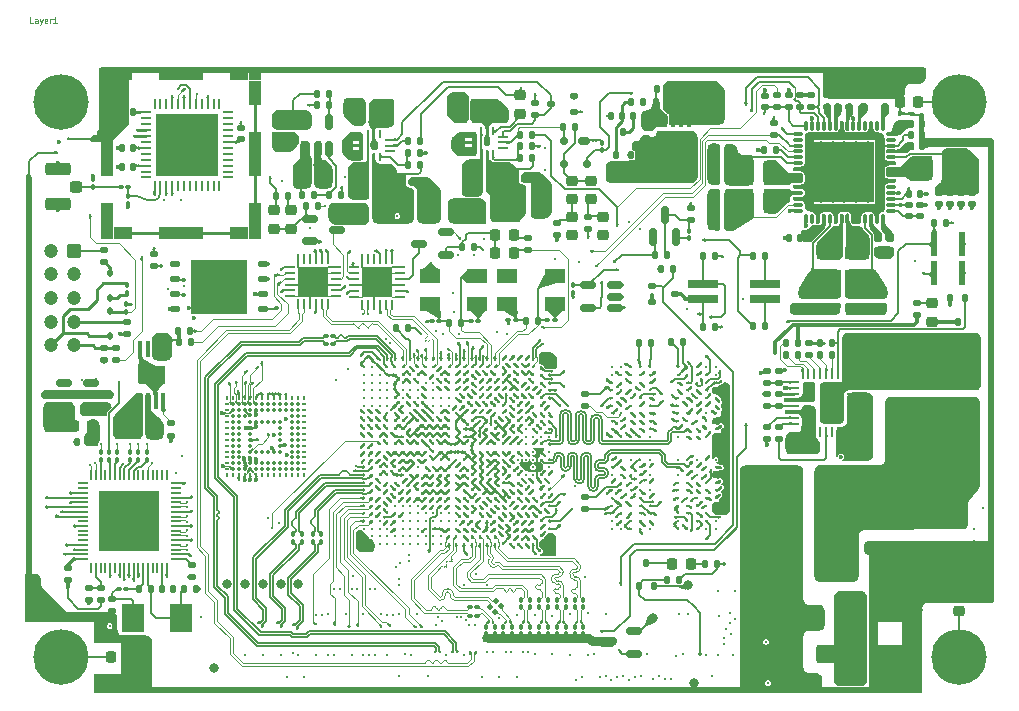
<source format=gbr>
%TF.GenerationSoftware,KiCad,Pcbnew,8.99.0-2767-g6be6680d8c*%
%TF.CreationDate,2024-10-27T19:28:16+01:00*%
%TF.ProjectId,SBC,5342432e-6b69-4636-9164-5f7063625858,rev?*%
%TF.SameCoordinates,Original*%
%TF.FileFunction,Copper,L1,Top*%
%TF.FilePolarity,Positive*%
%FSLAX46Y46*%
G04 Gerber Fmt 4.6, Leading zero omitted, Abs format (unit mm)*
G04 Created by KiCad (PCBNEW 8.99.0-2767-g6be6680d8c) date 2024-10-27 19:28:16*
%MOMM*%
%LPD*%
G01*
G04 APERTURE LIST*
G04 Aperture macros list*
%AMRoundRect*
0 Rectangle with rounded corners*
0 $1 Rounding radius*
0 $2 $3 $4 $5 $6 $7 $8 $9 X,Y pos of 4 corners*
0 Add a 4 corners polygon primitive as box body*
4,1,4,$2,$3,$4,$5,$6,$7,$8,$9,$2,$3,0*
0 Add four circle primitives for the rounded corners*
1,1,$1+$1,$2,$3*
1,1,$1+$1,$4,$5*
1,1,$1+$1,$6,$7*
1,1,$1+$1,$8,$9*
0 Add four rect primitives between the rounded corners*
20,1,$1+$1,$2,$3,$4,$5,0*
20,1,$1+$1,$4,$5,$6,$7,0*
20,1,$1+$1,$6,$7,$8,$9,0*
20,1,$1+$1,$8,$9,$2,$3,0*%
G04 Aperture macros list end*
%ADD10C,0.100000*%
%TA.AperFunction,NonConductor*%
%ADD11C,0.100000*%
%TD*%
%TA.AperFunction,SMDPad,CuDef*%
%ADD12RoundRect,0.218750X0.256250X-0.218750X0.256250X0.218750X-0.256250X0.218750X-0.256250X-0.218750X0*%
%TD*%
%TA.AperFunction,SMDPad,CuDef*%
%ADD13RoundRect,0.135000X0.135000X0.185000X-0.135000X0.185000X-0.135000X-0.185000X0.135000X-0.185000X0*%
%TD*%
%TA.AperFunction,SMDPad,CuDef*%
%ADD14RoundRect,0.135000X0.185000X-0.135000X0.185000X0.135000X-0.185000X0.135000X-0.185000X-0.135000X0*%
%TD*%
%TA.AperFunction,ComponentPad*%
%ADD15RoundRect,0.250000X-0.350000X0.350000X-0.350000X-0.350000X0.350000X-0.350000X0.350000X0.350000X0*%
%TD*%
%TA.AperFunction,ComponentPad*%
%ADD16C,1.200000*%
%TD*%
%TA.AperFunction,SMDPad,CuDef*%
%ADD17RoundRect,0.125000X0.262500X0.125000X-0.262500X0.125000X-0.262500X-0.125000X0.262500X-0.125000X0*%
%TD*%
%TA.AperFunction,SMDPad,CuDef*%
%ADD18R,4.700000X4.600000*%
%TD*%
%TA.AperFunction,SMDPad,CuDef*%
%ADD19RoundRect,0.150000X0.512500X0.150000X-0.512500X0.150000X-0.512500X-0.150000X0.512500X-0.150000X0*%
%TD*%
%TA.AperFunction,SMDPad,CuDef*%
%ADD20RoundRect,0.140000X-0.170000X0.140000X-0.170000X-0.140000X0.170000X-0.140000X0.170000X0.140000X0*%
%TD*%
%TA.AperFunction,SMDPad,CuDef*%
%ADD21RoundRect,0.140000X0.140000X0.170000X-0.140000X0.170000X-0.140000X-0.170000X0.140000X-0.170000X0*%
%TD*%
%TA.AperFunction,SMDPad,CuDef*%
%ADD22RoundRect,0.135000X-0.185000X0.135000X-0.185000X-0.135000X0.185000X-0.135000X0.185000X0.135000X0*%
%TD*%
%TA.AperFunction,SMDPad,CuDef*%
%ADD23RoundRect,0.135000X-0.135000X-0.185000X0.135000X-0.185000X0.135000X0.185000X-0.135000X0.185000X0*%
%TD*%
%TA.AperFunction,SMDPad,CuDef*%
%ADD24R,0.250000X0.700000*%
%TD*%
%TA.AperFunction,SMDPad,CuDef*%
%ADD25R,0.900000X0.250000*%
%TD*%
%TA.AperFunction,SMDPad,CuDef*%
%ADD26R,0.400000X1.250000*%
%TD*%
%TA.AperFunction,SMDPad,CuDef*%
%ADD27R,0.250000X0.400000*%
%TD*%
%TA.AperFunction,SMDPad,CuDef*%
%ADD28RoundRect,0.100000X-0.100000X0.130000X-0.100000X-0.130000X0.100000X-0.130000X0.100000X0.130000X0*%
%TD*%
%TA.AperFunction,SMDPad,CuDef*%
%ADD29RoundRect,0.100000X0.130000X0.100000X-0.130000X0.100000X-0.130000X-0.100000X0.130000X-0.100000X0*%
%TD*%
%TA.AperFunction,SMDPad,CuDef*%
%ADD30RoundRect,0.140000X0.170000X-0.140000X0.170000X0.140000X-0.170000X0.140000X-0.170000X-0.140000X0*%
%TD*%
%TA.AperFunction,SMDPad,CuDef*%
%ADD31RoundRect,0.062500X0.062500X-0.337500X0.062500X0.337500X-0.062500X0.337500X-0.062500X-0.337500X0*%
%TD*%
%TA.AperFunction,SMDPad,CuDef*%
%ADD32RoundRect,0.062500X0.337500X-0.062500X0.337500X0.062500X-0.337500X0.062500X-0.337500X-0.062500X0*%
%TD*%
%TA.AperFunction,HeatsinkPad*%
%ADD33R,5.300000X5.300000*%
%TD*%
%TA.AperFunction,SMDPad,CuDef*%
%ADD34R,2.000000X1.100000*%
%TD*%
%TA.AperFunction,SMDPad,CuDef*%
%ADD35RoundRect,0.140000X-0.140000X-0.170000X0.140000X-0.170000X0.140000X0.170000X-0.140000X0.170000X0*%
%TD*%
%TA.AperFunction,SMDPad,CuDef*%
%ADD36RoundRect,0.062500X-0.375000X-0.062500X0.375000X-0.062500X0.375000X0.062500X-0.375000X0.062500X0*%
%TD*%
%TA.AperFunction,SMDPad,CuDef*%
%ADD37RoundRect,0.062500X-0.062500X-0.375000X0.062500X-0.375000X0.062500X0.375000X-0.062500X0.375000X0*%
%TD*%
%TA.AperFunction,SMDPad,CuDef*%
%ADD38RoundRect,0.106599X0.418401X0.723401X-0.418401X0.723401X-0.418401X-0.723401X0.418401X-0.723401X0*%
%TD*%
%TA.AperFunction,SMDPad,CuDef*%
%ADD39RoundRect,0.106599X0.418401X0.633401X-0.418401X0.633401X-0.418401X-0.633401X0.418401X-0.633401X0*%
%TD*%
%TA.AperFunction,SMDPad,CuDef*%
%ADD40RoundRect,0.200000X0.785000X-1.540000X0.785000X1.540000X-0.785000X1.540000X-0.785000X-1.540000X0*%
%TD*%
%TA.AperFunction,SMDPad,CuDef*%
%ADD41RoundRect,0.100000X-0.130000X-0.100000X0.130000X-0.100000X0.130000X0.100000X-0.130000X0.100000X0*%
%TD*%
%TA.AperFunction,SMDPad,CuDef*%
%ADD42C,0.270000*%
%TD*%
%TA.AperFunction,SMDPad,CuDef*%
%ADD43RoundRect,0.100000X0.100000X-0.130000X0.100000X0.130000X-0.100000X0.130000X-0.100000X-0.130000X0*%
%TD*%
%TA.AperFunction,SMDPad,CuDef*%
%ADD44R,1.000000X1.000000*%
%TD*%
%TA.AperFunction,SMDPad,CuDef*%
%ADD45R,1.000000X2.130000*%
%TD*%
%TA.AperFunction,SMDPad,CuDef*%
%ADD46R,1.000000X3.800000*%
%TD*%
%TA.AperFunction,SMDPad,CuDef*%
%ADD47R,1.650000X1.000000*%
%TD*%
%TA.AperFunction,SMDPad,CuDef*%
%ADD48R,3.800000X1.000000*%
%TD*%
%TA.AperFunction,SMDPad,CuDef*%
%ADD49RoundRect,0.225000X-0.225000X-0.250000X0.225000X-0.250000X0.225000X0.250000X-0.225000X0.250000X0*%
%TD*%
%TA.AperFunction,SMDPad,CuDef*%
%ADD50RoundRect,0.250000X-0.650000X0.325000X-0.650000X-0.325000X0.650000X-0.325000X0.650000X0.325000X0*%
%TD*%
%TA.AperFunction,SMDPad,CuDef*%
%ADD51RoundRect,0.218750X0.218750X0.256250X-0.218750X0.256250X-0.218750X-0.256250X0.218750X-0.256250X0*%
%TD*%
%TA.AperFunction,SMDPad,CuDef*%
%ADD52R,1.100000X2.000000*%
%TD*%
%TA.AperFunction,SMDPad,CuDef*%
%ADD53RoundRect,0.062500X-0.062500X0.375000X-0.062500X-0.375000X0.062500X-0.375000X0.062500X0.375000X0*%
%TD*%
%TA.AperFunction,SMDPad,CuDef*%
%ADD54RoundRect,0.062500X-0.375000X0.062500X-0.375000X-0.062500X0.375000X-0.062500X0.375000X0.062500X0*%
%TD*%
%TA.AperFunction,HeatsinkPad*%
%ADD55R,2.500000X2.500000*%
%TD*%
%TA.AperFunction,SMDPad,CuDef*%
%ADD56RoundRect,0.225000X0.225000X0.250000X-0.225000X0.250000X-0.225000X-0.250000X0.225000X-0.250000X0*%
%TD*%
%TA.AperFunction,SMDPad,CuDef*%
%ADD57RoundRect,0.250000X1.500000X0.550000X-1.500000X0.550000X-1.500000X-0.550000X1.500000X-0.550000X0*%
%TD*%
%TA.AperFunction,SMDPad,CuDef*%
%ADD58RoundRect,0.112500X0.237500X-0.112500X0.237500X0.112500X-0.237500X0.112500X-0.237500X-0.112500X0*%
%TD*%
%TA.AperFunction,SMDPad,CuDef*%
%ADD59RoundRect,0.218750X-0.218750X-0.256250X0.218750X-0.256250X0.218750X0.256250X-0.218750X0.256250X0*%
%TD*%
%TA.AperFunction,SMDPad,CuDef*%
%ADD60O,0.200000X0.350000*%
%TD*%
%TA.AperFunction,SMDPad,CuDef*%
%ADD61O,0.350000X0.200000*%
%TD*%
%TA.AperFunction,SMDPad,CuDef*%
%ADD62C,0.350000*%
%TD*%
%TA.AperFunction,SMDPad,CuDef*%
%ADD63RoundRect,0.112500X-0.237500X0.112500X-0.237500X-0.112500X0.237500X-0.112500X0.237500X0.112500X0*%
%TD*%
%TA.AperFunction,SMDPad,CuDef*%
%ADD64RoundRect,0.225000X0.250000X-0.225000X0.250000X0.225000X-0.250000X0.225000X-0.250000X-0.225000X0*%
%TD*%
%TA.AperFunction,SMDPad,CuDef*%
%ADD65R,0.450000X1.450000*%
%TD*%
%TA.AperFunction,ComponentPad*%
%ADD66C,0.300000*%
%TD*%
%TA.AperFunction,SMDPad,CuDef*%
%ADD67RoundRect,0.076200X1.066800X0.685800X-1.066800X0.685800X-1.066800X-0.685800X1.066800X-0.685800X0*%
%TD*%
%TA.AperFunction,ComponentPad*%
%ADD68C,3.100000*%
%TD*%
%TA.AperFunction,ConnectorPad*%
%ADD69C,4.700000*%
%TD*%
%TA.AperFunction,SMDPad,CuDef*%
%ADD70RoundRect,0.100000X-0.162635X0.021213X0.021213X-0.162635X0.162635X-0.021213X-0.021213X0.162635X0*%
%TD*%
%TA.AperFunction,SMDPad,CuDef*%
%ADD71RoundRect,0.173913X-0.226087X-0.726087X0.226087X-0.726087X0.226087X0.726087X-0.226087X0.726087X0*%
%TD*%
%TA.AperFunction,SMDPad,CuDef*%
%ADD72RoundRect,0.025000X-0.225000X-0.975000X0.225000X-0.975000X0.225000X0.975000X-0.225000X0.975000X0*%
%TD*%
%TA.AperFunction,SMDPad,CuDef*%
%ADD73RoundRect,0.112500X0.112500X-0.187500X0.112500X0.187500X-0.112500X0.187500X-0.112500X-0.187500X0*%
%TD*%
%TA.AperFunction,SMDPad,CuDef*%
%ADD74R,4.950000X3.175000*%
%TD*%
%TA.AperFunction,SMDPad,CuDef*%
%ADD75C,0.330200*%
%TD*%
%TA.AperFunction,SMDPad,CuDef*%
%ADD76RoundRect,0.067500X-0.357500X-0.067500X0.357500X-0.067500X0.357500X0.067500X-0.357500X0.067500X0*%
%TD*%
%TA.AperFunction,SMDPad,CuDef*%
%ADD77RoundRect,0.067500X-0.067500X0.357500X-0.067500X-0.357500X0.067500X-0.357500X0.067500X0.357500X0*%
%TD*%
%TA.AperFunction,ComponentPad*%
%ADD78C,0.500000*%
%TD*%
%TA.AperFunction,SMDPad,CuDef*%
%ADD79R,5.060000X5.200000*%
%TD*%
%TA.AperFunction,SMDPad,CuDef*%
%ADD80RoundRect,0.250000X0.262500X0.450000X-0.262500X0.450000X-0.262500X-0.450000X0.262500X-0.450000X0*%
%TD*%
%TA.AperFunction,SMDPad,CuDef*%
%ADD81R,0.405000X0.990000*%
%TD*%
%TA.AperFunction,SMDPad,CuDef*%
%ADD82R,2.235000X1.725000*%
%TD*%
%TA.AperFunction,SMDPad,CuDef*%
%ADD83R,0.406250X0.760000*%
%TD*%
%TA.AperFunction,SMDPad,CuDef*%
%ADD84R,1.900000X2.400000*%
%TD*%
%TA.AperFunction,SMDPad,CuDef*%
%ADD85RoundRect,0.050000X0.362500X0.050000X-0.362500X0.050000X-0.362500X-0.050000X0.362500X-0.050000X0*%
%TD*%
%TA.AperFunction,SMDPad,CuDef*%
%ADD86RoundRect,0.050000X0.050000X0.362500X-0.050000X0.362500X-0.050000X-0.362500X0.050000X-0.362500X0*%
%TD*%
%TA.AperFunction,HeatsinkPad*%
%ADD87R,5.200000X5.200000*%
%TD*%
%TA.AperFunction,SMDPad,CuDef*%
%ADD88RoundRect,0.218750X-0.256250X0.218750X-0.256250X-0.218750X0.256250X-0.218750X0.256250X0.218750X0*%
%TD*%
%TA.AperFunction,SMDPad,CuDef*%
%ADD89R,2.650000X0.760000*%
%TD*%
%TA.AperFunction,SMDPad,CuDef*%
%ADD90RoundRect,0.112500X-0.112500X-0.237500X0.112500X-0.237500X0.112500X0.237500X-0.112500X0.237500X0*%
%TD*%
%TA.AperFunction,SMDPad,CuDef*%
%ADD91RoundRect,0.250000X-0.375000X-0.850000X0.375000X-0.850000X0.375000X0.850000X-0.375000X0.850000X0*%
%TD*%
%TA.AperFunction,SMDPad,CuDef*%
%ADD92RoundRect,0.175000X-0.325000X0.175000X-0.325000X-0.175000X0.325000X-0.175000X0.325000X0.175000X0*%
%TD*%
%TA.AperFunction,SMDPad,CuDef*%
%ADD93RoundRect,0.150000X-0.150000X0.200000X-0.150000X-0.200000X0.150000X-0.200000X0.150000X0.200000X0*%
%TD*%
%TA.AperFunction,SMDPad,CuDef*%
%ADD94RoundRect,0.112500X0.112500X0.237500X-0.112500X0.237500X-0.112500X-0.237500X0.112500X-0.237500X0*%
%TD*%
%TA.AperFunction,SMDPad,CuDef*%
%ADD95R,1.800000X1.200000*%
%TD*%
%TA.AperFunction,SMDPad,CuDef*%
%ADD96RoundRect,0.250000X0.275000X0.250000X-0.275000X0.250000X-0.275000X-0.250000X0.275000X-0.250000X0*%
%TD*%
%TA.AperFunction,SMDPad,CuDef*%
%ADD97RoundRect,0.250000X0.850000X0.275000X-0.850000X0.275000X-0.850000X-0.275000X0.850000X-0.275000X0*%
%TD*%
%TA.AperFunction,SMDPad,CuDef*%
%ADD98RoundRect,0.225000X-0.250000X0.225000X-0.250000X-0.225000X0.250000X-0.225000X0.250000X0.225000X0*%
%TD*%
%TA.AperFunction,SMDPad,CuDef*%
%ADD99RoundRect,0.150000X0.150000X-0.512500X0.150000X0.512500X-0.150000X0.512500X-0.150000X-0.512500X0*%
%TD*%
%TA.AperFunction,SMDPad,CuDef*%
%ADD100RoundRect,0.150000X-0.512500X-0.150000X0.512500X-0.150000X0.512500X0.150000X-0.512500X0.150000X0*%
%TD*%
%TA.AperFunction,SMDPad,CuDef*%
%ADD101RoundRect,0.150000X0.150000X-0.587500X0.150000X0.587500X-0.150000X0.587500X-0.150000X-0.587500X0*%
%TD*%
%TA.AperFunction,ViaPad*%
%ADD102C,0.800000*%
%TD*%
%TA.AperFunction,ViaPad*%
%ADD103C,0.300000*%
%TD*%
%TA.AperFunction,ViaPad*%
%ADD104C,0.360000*%
%TD*%
%TA.AperFunction,Conductor*%
%ADD105C,0.130000*%
%TD*%
%TA.AperFunction,Conductor*%
%ADD106C,0.180000*%
%TD*%
%TA.AperFunction,Conductor*%
%ADD107C,0.250000*%
%TD*%
%TA.AperFunction,Conductor*%
%ADD108C,0.140000*%
%TD*%
%TA.AperFunction,Conductor*%
%ADD109C,0.300000*%
%TD*%
%TA.AperFunction,Conductor*%
%ADD110C,0.110000*%
%TD*%
%TA.AperFunction,Conductor*%
%ADD111C,0.200000*%
%TD*%
%TA.AperFunction,Conductor*%
%ADD112C,0.150000*%
%TD*%
%TA.AperFunction,Conductor*%
%ADD113C,0.120000*%
%TD*%
%TA.AperFunction,Conductor*%
%ADD114C,0.100000*%
%TD*%
G04 APERTURE END LIST*
D10*
D11*
X59200412Y-74851623D02*
X58962317Y-74851623D01*
X58962317Y-74851623D02*
X58962317Y-74351623D01*
X59581365Y-74851623D02*
X59581365Y-74589718D01*
X59581365Y-74589718D02*
X59557555Y-74542099D01*
X59557555Y-74542099D02*
X59509936Y-74518290D01*
X59509936Y-74518290D02*
X59414698Y-74518290D01*
X59414698Y-74518290D02*
X59367079Y-74542099D01*
X59581365Y-74827814D02*
X59533746Y-74851623D01*
X59533746Y-74851623D02*
X59414698Y-74851623D01*
X59414698Y-74851623D02*
X59367079Y-74827814D01*
X59367079Y-74827814D02*
X59343270Y-74780194D01*
X59343270Y-74780194D02*
X59343270Y-74732575D01*
X59343270Y-74732575D02*
X59367079Y-74684956D01*
X59367079Y-74684956D02*
X59414698Y-74661147D01*
X59414698Y-74661147D02*
X59533746Y-74661147D01*
X59533746Y-74661147D02*
X59581365Y-74637337D01*
X59771841Y-74518290D02*
X59890889Y-74851623D01*
X60009936Y-74518290D02*
X59890889Y-74851623D01*
X59890889Y-74851623D02*
X59843270Y-74970671D01*
X59843270Y-74970671D02*
X59819460Y-74994480D01*
X59819460Y-74994480D02*
X59771841Y-75018290D01*
X60390888Y-74827814D02*
X60343269Y-74851623D01*
X60343269Y-74851623D02*
X60248031Y-74851623D01*
X60248031Y-74851623D02*
X60200412Y-74827814D01*
X60200412Y-74827814D02*
X60176603Y-74780194D01*
X60176603Y-74780194D02*
X60176603Y-74589718D01*
X60176603Y-74589718D02*
X60200412Y-74542099D01*
X60200412Y-74542099D02*
X60248031Y-74518290D01*
X60248031Y-74518290D02*
X60343269Y-74518290D01*
X60343269Y-74518290D02*
X60390888Y-74542099D01*
X60390888Y-74542099D02*
X60414698Y-74589718D01*
X60414698Y-74589718D02*
X60414698Y-74637337D01*
X60414698Y-74637337D02*
X60176603Y-74684956D01*
X60628983Y-74851623D02*
X60628983Y-74518290D01*
X60628983Y-74613528D02*
X60652793Y-74565909D01*
X60652793Y-74565909D02*
X60676602Y-74542099D01*
X60676602Y-74542099D02*
X60724221Y-74518290D01*
X60724221Y-74518290D02*
X60771840Y-74518290D01*
X61200412Y-74851623D02*
X60914698Y-74851623D01*
X61057555Y-74851623D02*
X61057555Y-74351623D01*
X61057555Y-74351623D02*
X61009936Y-74423052D01*
X61009936Y-74423052D02*
X60962317Y-74470671D01*
X60962317Y-74470671D02*
X60914698Y-74494480D01*
D12*
%TO.P,D4,1,K*%
%TO.N,Net-(D4-K)*%
X104809481Y-89762514D03*
%TO.P,D4,2,A*%
%TO.N,/POWER/MNRST*%
X104809481Y-88187514D03*
%TD*%
D13*
%TO.P,R85,1,1*%
%TO.N,VDD_1V8*%
X96565081Y-93818814D03*
%TO.P,R85,2,2*%
%TO.N,Net-(D7-A)*%
X95545081Y-93818814D03*
%TD*%
D14*
%TO.P,R108,1,1*%
%TO.N,3.3V_SW_DELAYED*%
X62148081Y-122014814D03*
%TO.P,R108,2,2*%
%TO.N,ENET_INT*%
X62148081Y-120994814D03*
%TD*%
D15*
%TO.P,J2,1,Pin_1*%
%TO.N,Net-(J2-Pin_1)*%
X62677481Y-94118014D03*
D16*
%TO.P,J2,2,Pin_2*%
%TO.N,JTAG_TMS*%
X60677481Y-94118014D03*
%TO.P,J2,3,Pin_3*%
%TO.N,GND*%
X62677481Y-96118014D03*
%TO.P,J2,4,Pin_4*%
%TO.N,JTAG_TCK*%
X60677481Y-96118014D03*
%TO.P,J2,5,Pin_5*%
%TO.N,GND*%
X62677481Y-98118014D03*
%TO.P,J2,6,Pin_6*%
%TO.N,JTAG_TDO*%
X60677481Y-98118014D03*
%TO.P,J2,7,Pin_7*%
%TO.N,Net-(J2-Pin_7)*%
X62677481Y-100118014D03*
%TO.P,J2,8,Pin_8*%
%TO.N,JTAG_TDI*%
X60677481Y-100118014D03*
%TO.P,J2,9,Pin_9*%
%TO.N,Net-(J2-Pin_9)*%
X62677481Y-102118014D03*
%TO.P,J2,10,Pin_10*%
%TO.N,Net-(D9-K)*%
X60677481Y-102118014D03*
%TD*%
D17*
%TO.P,U14,1,CE#*%
%TO.N,QSPIA_nSS0 *%
X78702681Y-99079314D03*
%TO.P,U14,2,IO1*%
%TO.N,NAND_DATA0*%
X78702681Y-97809314D03*
%TO.P,U14,3,IO2*%
%TO.N,NAND_DATA1*%
X78702681Y-96539314D03*
%TO.P,U14,4,GND*%
%TO.N,GND*%
X78702681Y-95269314D03*
%TO.P,U14,5,IO0*%
%TO.N,NAND_DATA3*%
X71202681Y-95269314D03*
%TO.P,U14,6,SCK*%
%TO.N,QSPIA_SCLK*%
X71202681Y-96539314D03*
%TO.P,U14,7,IO3*%
%TO.N,NAND_DATA2*%
X71202681Y-97809314D03*
%TO.P,U14,8,VCC*%
%TO.N,3.3V_SW_DELAYED*%
X71202681Y-99079314D03*
D18*
%TO.P,U14,9,EP*%
%TO.N,GND*%
X74952681Y-97174314D03*
%TD*%
D19*
%TO.P,U10,1,GND*%
%TO.N,GND*%
X108486981Y-98951014D03*
%TO.P,U10,2,NC/GND*%
X108486981Y-98001014D03*
%TO.P,U10,3,NC/GND*%
X108486981Y-97051014D03*
%TO.P,U10,4,VDD*%
%TO.N,3.3V_SW*%
X106211981Y-97051014D03*
%TO.P,U10,5,OUT*%
%TO.N,/MPU/RTC_CLK*%
X106211981Y-98951014D03*
%TD*%
D13*
%TO.P,R78,1,1*%
%TO.N,3.3V_SW*%
X113925481Y-121995014D03*
%TO.P,R78,2,2*%
%TO.N,GPIO0*%
X112905481Y-121995014D03*
%TD*%
D20*
%TO.P,C17,1*%
%TO.N,Net-(U2-BST)*%
X122343462Y-109070028D03*
%TO.P,C17,2*%
%TO.N,Net-(C17-Pad2)*%
X122343462Y-110030028D03*
%TD*%
D21*
%TO.P,C61,1*%
%TO.N,VDD_PHY_0V9*%
X124120000Y-93030400D03*
%TO.P,C61,2*%
%TO.N,GND*%
X123160000Y-93030400D03*
%TD*%
D14*
%TO.P,R3,1,1*%
%TO.N,Net-(U2-FB)*%
X122318462Y-105355028D03*
%TO.P,R3,2,2*%
%TO.N,GND*%
X122318462Y-104335028D03*
%TD*%
D20*
%TO.P,C328,1*%
%TO.N,Net-(C328-Pad1)*%
X65882500Y-123650400D03*
%TO.P,C328,2*%
%TO.N,GND*%
X65882500Y-124610400D03*
%TD*%
D22*
%TO.P,R32,1,1*%
%TO.N,Net-(D3-K)*%
X106206481Y-91256014D03*
%TO.P,R32,2,2*%
%TO.N,SYS_NRST*%
X106206481Y-92276014D03*
%TD*%
D23*
%TO.P,R87,1,1*%
%TO.N,3.3V_SW_DELAYED*%
X71517481Y-101818014D03*
%TO.P,R87,2,2*%
%TO.N,I2C2_SDA*%
X72537481Y-101818014D03*
%TD*%
D21*
%TO.P,C55,1*%
%TO.N,VDD_VPU_0V9*%
X118023462Y-92112527D03*
%TO.P,C55,2*%
%TO.N,GND*%
X117063462Y-92112527D03*
%TD*%
D20*
%TO.P,C318,1*%
%TO.N,ENET_NRST*%
X63920000Y-122712900D03*
%TO.P,C318,2*%
%TO.N,GND*%
X63920000Y-123672900D03*
%TD*%
%TO.P,C35,1*%
%TO.N,NVCC_DRAM_1V1*%
X129243462Y-97877528D03*
%TO.P,C35,2*%
%TO.N,GND*%
X129243462Y-98837528D03*
%TD*%
D12*
%TO.P,D5,1,K*%
%TO.N,Net-(D5-K)*%
X135314881Y-100151114D03*
%TO.P,D5,2,A*%
%TO.N,Net-(D5-A)*%
X135314881Y-98576114D03*
%TD*%
D24*
%TO.P,U5,1,SW*%
%TO.N,Net-(L8-Pad1)*%
X87552481Y-86170014D03*
%TO.P,U5,2,OUT*%
%TO.N,Net-(U5-OUT)*%
X88052481Y-86170014D03*
%TO.P,U5,3,FB*%
%TO.N,Net-(U5-FB)*%
X88552481Y-86170014D03*
D25*
%TO.P,U5,4,RAMP*%
%TO.N,unconnected-(U5-RAMP-Pad4)*%
X89402481Y-85720014D03*
%TO.P,U5,5,EN*%
%TO.N,Net-(U5-EN)*%
X89402481Y-85220014D03*
%TO.P,U5,6,MODE*%
%TO.N,/POWER/P_MODE*%
X89402481Y-84720014D03*
D24*
%TO.P,U5,7,PG*%
%TO.N,unconnected-(U5-PG-Pad7)*%
X88552481Y-84270014D03*
%TO.P,U5,8,VIN1*%
%TO.N,3.3V_SW_DELAYED*%
X88052481Y-84270014D03*
%TO.P,U5,9,SW*%
%TO.N,Net-(L8-Pad1)*%
X87552481Y-84270014D03*
D25*
%TO.P,U5,10,GND*%
%TO.N,GND*%
X86702481Y-85720014D03*
X86702481Y-85220014D03*
D26*
X86952481Y-85220014D03*
D25*
X86702481Y-84720014D03*
D27*
%TO.P,U5,11,VIN2*%
%TO.N,3.3V_SW_DELAYED*%
X88052481Y-85220014D03*
%TD*%
D28*
%TO.P,R42,1*%
%TO.N,HDMI_TX2_N*%
X99714681Y-125960014D03*
%TO.P,R42,2*%
%TO.N,/MPU/R_GND*%
X99714681Y-126600014D03*
%TD*%
D29*
%TO.P,R110,1,1*%
%TO.N,/IO/XTAL1*%
X67102500Y-122730400D03*
%TO.P,R110,2,2*%
%TO.N,Net-(C328-Pad1)*%
X66462500Y-122730400D03*
%TD*%
D23*
%TO.P,R24,1,1*%
%TO.N,GND*%
X83217481Y-81818014D03*
%TO.P,R24,2,2*%
%TO.N,Net-(U4-ADJ)*%
X84237481Y-81818014D03*
%TD*%
D14*
%TO.P,R91,1,1*%
%TO.N,3.3V_SW_DELAYED*%
X65240000Y-95060000D03*
%TO.P,R91,2,2*%
%TO.N,Net-(J2-Pin_1)*%
X65240000Y-94040000D03*
%TD*%
D30*
%TO.P,C64,1*%
%TO.N,3.3V_SW_DELAYED*%
X111093000Y-84608000D03*
%TO.P,C64,2*%
%TO.N,Net-(C57-Pad2)*%
X111093000Y-83648000D03*
%TD*%
D28*
%TO.P,R102,1,1*%
%TO.N,ENET_RX_CTL*%
X65627881Y-111202614D03*
%TO.P,R102,2,2*%
%TO.N,Net-(U17-RX_DV{slash}RX_CTL)*%
X65627881Y-111842614D03*
%TD*%
D14*
%TO.P,R10,1,1*%
%TO.N,Net-(U1C-VDDOTP)*%
X129458462Y-81970028D03*
%TO.P,R10,2,2*%
%TO.N,GND*%
X129458462Y-80950028D03*
%TD*%
D28*
%TO.P,C66,1,1*%
%TO.N,VDD_SNVS_0V9*%
X81227481Y-83685514D03*
%TO.P,C66,2,2*%
%TO.N,GND*%
X81227481Y-84325514D03*
%TD*%
D20*
%TO.P,C40,1*%
%TO.N,NVCC_DRAM_1V1*%
X130193462Y-97877528D03*
%TO.P,C40,2*%
%TO.N,GND*%
X130193462Y-98837528D03*
%TD*%
D31*
%TO.P,U19,1,VDDA*%
%TO.N,3.3V_SW_DELAYED*%
X69477481Y-88618014D03*
%TO.P,U19,2,LNA_IN*%
%TO.N,/IO/LNA_IN*%
X69977481Y-88618014D03*
%TO.P,U19,3,VDDA3P3*%
%TO.N,3.3V_SW_DELAYED*%
X70477481Y-88618014D03*
%TO.P,U19,4,VDDA3P3*%
X70977481Y-88618014D03*
%TO.P,U19,5,SENSOR_VP*%
%TO.N,unconnected-(U19-SENSOR_VP-Pad5)*%
X71477481Y-88618014D03*
%TO.P,U19,6,SENSOR_CAPP*%
%TO.N,unconnected-(U19-SENSOR_CAPP-Pad6)*%
X71977481Y-88618014D03*
%TO.P,U19,7,SENSOR_CAPN*%
%TO.N,unconnected-(U19-SENSOR_CAPN-Pad7)*%
X72477481Y-88618014D03*
%TO.P,U19,8,SENSOR_VN*%
%TO.N,unconnected-(U19-SENSOR_VN-Pad8)*%
X72977481Y-88618014D03*
%TO.P,U19,9,EN*%
%TO.N,unconnected-(U19-EN-Pad9)*%
X73477481Y-88618014D03*
%TO.P,U19,10,IO34*%
%TO.N,unconnected-(U19-IO34-Pad10)*%
X73977481Y-88618014D03*
%TO.P,U19,11,IO35*%
%TO.N,unconnected-(U19-IO35-Pad11)*%
X74477481Y-88618014D03*
%TO.P,U19,12,IO32*%
%TO.N,unconnected-(U19-IO32-Pad12)*%
X74977481Y-88618014D03*
D32*
%TO.P,U19,13,IO33*%
%TO.N,unconnected-(U19-IO33-Pad13)*%
X75677481Y-87918014D03*
%TO.P,U19,14,IO25*%
%TO.N,unconnected-(U19-IO25-Pad14)*%
X75677481Y-87418014D03*
%TO.P,U19,15,IO26*%
%TO.N,unconnected-(U19-IO26-Pad15)*%
X75677481Y-86918014D03*
%TO.P,U19,16,IO27*%
%TO.N,unconnected-(U19-IO27-Pad16)*%
X75677481Y-86418014D03*
%TO.P,U19,17,IO14*%
%TO.N,unconnected-(U19-IO14-Pad17)*%
X75677481Y-85918014D03*
%TO.P,U19,18,IO12*%
%TO.N,unconnected-(U19-IO12-Pad18)*%
X75677481Y-85418014D03*
%TO.P,U19,19,VDD3P3_RTC*%
%TO.N,3.3V_SW_DELAYED*%
X75677481Y-84918014D03*
%TO.P,U19,20,IO13*%
%TO.N,unconnected-(U19-IO13-Pad20)*%
X75677481Y-84418014D03*
%TO.P,U19,21,IO15*%
%TO.N,unconnected-(U19-IO15-Pad21)*%
X75677481Y-83918014D03*
%TO.P,U19,22,IO2*%
%TO.N,unconnected-(U19-IO2-Pad22)*%
X75677481Y-83418014D03*
%TO.P,U19,23,IO0*%
%TO.N,unconnected-(U19-IO0-Pad23)*%
X75677481Y-82918014D03*
%TO.P,U19,24,IO4*%
%TO.N,unconnected-(U19-IO4-Pad24)*%
X75677481Y-82418014D03*
D31*
%TO.P,U19,25,IO16*%
%TO.N,unconnected-(U19-IO16-Pad25)*%
X74977481Y-81718014D03*
%TO.P,U19,26,VDD_SDIO*%
%TO.N,unconnected-(U19-VDD_SDIO-Pad26)*%
X74477481Y-81718014D03*
%TO.P,U19,27,IO17*%
%TO.N,/IO/SIO1*%
X73977481Y-81718014D03*
%TO.P,U19,28,SD2/IO9*%
%TO.N,unconnected-(U19-SD2{slash}IO9-Pad28)*%
X73477481Y-81718014D03*
%TO.P,U19,29,SD3/IO10*%
%TO.N,/IO/RAM_CS*%
X72977481Y-81718014D03*
%TO.P,U19,30,CMD*%
%TO.N,/IO/SIO3*%
X72477481Y-81718014D03*
%TO.P,U19,31,CLK*%
%TO.N,/IO/SCLK*%
X71977481Y-81718014D03*
%TO.P,U19,32,SD0*%
%TO.N,/IO/SIO2*%
X71477481Y-81718014D03*
%TO.P,U19,33,SD1*%
%TO.N,/IO/SIO0*%
X70977481Y-81718014D03*
%TO.P,U19,34,IO5*%
%TO.N,unconnected-(U19-IO5-Pad34)*%
X70477481Y-81718014D03*
%TO.P,U19,35,IO18*%
%TO.N,unconnected-(U19-IO18-Pad35)*%
X69977481Y-81718014D03*
%TO.P,U19,36,IO23*%
%TO.N,unconnected-(U19-IO23-Pad36)*%
X69477481Y-81718014D03*
D32*
%TO.P,U19,37,VDD3P3_CPU*%
%TO.N,3.3V_SW_DELAYED*%
X68777481Y-82418014D03*
%TO.P,U19,38,IO19*%
%TO.N,unconnected-(U19-IO19-Pad38)*%
X68777481Y-82918014D03*
%TO.P,U19,39,IO22*%
%TO.N,unconnected-(U19-IO22-Pad39)*%
X68777481Y-83418014D03*
%TO.P,U19,40,U0RXD/IO3*%
%TO.N,ESP32_RX*%
X68777481Y-83918014D03*
%TO.P,U19,41,U0TXD/IO1*%
%TO.N,ESP32_TX*%
X68777481Y-84418014D03*
%TO.P,U19,42,IO21*%
%TO.N,unconnected-(U19-IO21-Pad42)*%
X68777481Y-84918014D03*
%TO.P,U19,43,VDDA*%
%TO.N,3.3V_SW_DELAYED*%
X68777481Y-85418014D03*
%TO.P,U19,44,XTAL_N_NC*%
%TO.N,unconnected-(U19-XTAL_N_NC-Pad44)*%
X68777481Y-85918014D03*
%TO.P,U19,45,XTAL_P_NC*%
%TO.N,unconnected-(U19-XTAL_P_NC-Pad45)*%
X68777481Y-86418014D03*
%TO.P,U19,46,VDDA*%
%TO.N,3.3V_SW_DELAYED*%
X68777481Y-86918014D03*
%TO.P,U19,47,CAP2_NC*%
%TO.N,unconnected-(U19-CAP2_NC-Pad47)*%
X68777481Y-87418014D03*
%TO.P,U19,48,CAP1_NC*%
%TO.N,unconnected-(U19-CAP1_NC-Pad48)*%
X68777481Y-87918014D03*
D33*
%TO.P,U19,49,GND*%
%TO.N,GND*%
X72227481Y-85168014D03*
%TD*%
D20*
%TO.P,C39,1*%
%TO.N,VDD_DRAM_0V9*%
X137780000Y-89230400D03*
%TO.P,C39,2*%
%TO.N,GND*%
X137780000Y-90190400D03*
%TD*%
%TO.P,C60,1*%
%TO.N,VDD_PHY_1V8*%
X130755962Y-93090028D03*
%TO.P,C60,2*%
%TO.N,GND*%
X130755962Y-94050028D03*
%TD*%
D34*
%TO.P,L5,1,1*%
%TO.N,Net-(U1A-SW4LX)*%
X126593462Y-94325028D03*
%TO.P,L5,2,2*%
%TO.N,VDD_1V8*%
X126593462Y-96225028D03*
%TD*%
D35*
%TO.P,C63,1*%
%TO.N,VDD_PHY_3V3*%
X133505962Y-85270028D03*
%TO.P,C63,2*%
%TO.N,GND*%
X134465962Y-85270028D03*
%TD*%
D36*
%TO.P,U2,1,FB*%
%TO.N,Net-(U2-FB)*%
X123655962Y-105270028D03*
%TO.P,U2,2,VOUT*%
%TO.N,3.3V_SW*%
X123655962Y-105770028D03*
%TO.P,U2,3,VDD*%
%TO.N,/POWER/SIC4020A_VDD*%
X123655962Y-106270028D03*
%TO.P,U2,4,AGND*%
%TO.N,GND*%
X123655962Y-106770028D03*
%TO.P,U2,5,FBL*%
%TO.N,Net-(U2-FBL)*%
X123655962Y-107270028D03*
%TO.P,U2,6,VIN*%
%TO.N,VIN*%
X123655962Y-107770028D03*
%TO.P,U2,7,SS*%
%TO.N,Net-(U2-SS)*%
X123655962Y-108270028D03*
%TO.P,U2,8,BST*%
%TO.N,Net-(U2-BST)*%
X123655962Y-108770028D03*
D37*
%TO.P,U2,9,VIN*%
%TO.N,VIN*%
X124343462Y-109457528D03*
%TO.P,U2,10,VIN*%
X124843462Y-109457528D03*
%TO.P,U2,11,VIN*%
X125343462Y-109457528D03*
%TO.P,U2,12,NC*%
%TO.N,unconnected-(U2-NC-Pad12)*%
X125843462Y-109457528D03*
%TO.P,U2,13,LX*%
%TO.N,Net-(C17-Pad2)*%
X126343462Y-109457528D03*
%TO.P,U2,14,NC*%
%TO.N,unconnected-(U2-NC-Pad14)*%
X126843462Y-109457528D03*
%TO.P,U2,15,PGND*%
%TO.N,GND*%
X127343462Y-109457528D03*
%TO.P,U2,16,PGND*%
X127843462Y-109457528D03*
D36*
%TO.P,U2,17,PGND*%
X128530962Y-108770028D03*
%TO.P,U2,18,PGND*%
X128530962Y-108270028D03*
%TO.P,U2,19,PGND*%
X128530962Y-107770028D03*
%TO.P,U2,20,PGND*%
X128530962Y-107270028D03*
%TO.P,U2,21,PGND*%
X128530962Y-106770028D03*
%TO.P,U2,22,PGND*%
X128530962Y-106270028D03*
%TO.P,U2,23,LX*%
%TO.N,Net-(L6-Pad1)*%
X128530962Y-105770028D03*
%TO.P,U2,24,LX*%
X128530962Y-105270028D03*
D37*
%TO.P,U2,25,LX*%
X127843462Y-104582528D03*
%TO.P,U2,26,PGOOD*%
%TO.N,PG_VIN*%
X127343462Y-104582528D03*
%TO.P,U2,27,ILIM*%
%TO.N,Net-(U2-ILIM)*%
X126843462Y-104582528D03*
%TO.P,U2,28,LX*%
%TO.N,Net-(R8-Pad2)*%
X126343462Y-104582528D03*
%TO.P,U2,29,EN/PSV*%
%TO.N,Net-(U2-EN{slash}PSV)*%
X125843462Y-104582528D03*
%TO.P,U2,30,AGND*%
%TO.N,Net-(R6-Pad1)*%
X125343462Y-104582528D03*
%TO.P,U2,31,TON*%
%TO.N,Net-(U2-TON)*%
X124843462Y-104582528D03*
%TO.P,U2,32,ENL*%
%TO.N,Net-(U2-ENL)*%
X124343462Y-104582528D03*
D38*
%TO.P,U2,P1,AGND*%
%TO.N,GND*%
X124878462Y-106110028D03*
D39*
%TO.P,U2,P2,VIN*%
%TO.N,VIN*%
X124878462Y-108020028D03*
D40*
%TO.P,U2,P3,LX*%
%TO.N,Net-(L6-Pad1)*%
X126848462Y-107020028D03*
%TD*%
D28*
%TO.P,C98,1*%
%TO.N,Net-(U9M-USB2_TX_N)*%
X81940400Y-118145600D03*
%TO.P,C98,2*%
%TO.N,USB2_TX_N*%
X81940400Y-118785600D03*
%TD*%
D41*
%TO.P,C75,1,1*%
%TO.N,Net-(U5-OUT)*%
X90526481Y-88268014D03*
%TO.P,C75,2,2*%
%TO.N,GND*%
X91166481Y-88268014D03*
%TD*%
D20*
%TO.P,C1,1*%
%TO.N,Net-(U2-SS)*%
X121365481Y-109065014D03*
%TO.P,C1,2*%
%TO.N,GND*%
X121365481Y-110025014D03*
%TD*%
D14*
%TO.P,R1,1,1*%
%TO.N,Net-(U2-FBL)*%
X122318462Y-107280028D03*
%TO.P,R1,2,2*%
%TO.N,/POWER/SIC4020A_VDD*%
X122318462Y-106260028D03*
%TD*%
D42*
%TO.P,U12,A1,DNU_A1*%
%TO.N,unconnected-(U12A-DNU_A1-PadA1)*%
X108195000Y-104005400D03*
%TO.P,U12,A2,DNU_A2*%
%TO.N,unconnected-(U12A-DNU_A2-PadA2)*%
X108995000Y-104005400D03*
%TO.P,U12,A3,VSS_A3*%
%TO.N,GND*%
X109795000Y-104005400D03*
%TO.P,U12,A4,VDD2_A4*%
%TO.N,NVCC_DRAM_1V1*%
X110595000Y-104005400D03*
%TO.P,U12,A5,ZQ0*%
%TO.N,Net-(U12A-ZQ0)*%
X111395000Y-104005400D03*
%TO.P,U12,A8,ZQ1*%
%TO.N,Net-(U12A-ZQ1)*%
X113795000Y-104005400D03*
%TO.P,U12,A9,VDD2_A9*%
%TO.N,NVCC_DRAM_1V1*%
X114595000Y-104005400D03*
%TO.P,U12,A10,VSS_A10*%
%TO.N,GND*%
X115395000Y-104005400D03*
%TO.P,U12,A11,DNU_A11*%
%TO.N,unconnected-(U12A-DNU_A11-PadA11)*%
X116195000Y-104005400D03*
%TO.P,U12,A12,DNU_A12*%
%TO.N,unconnected-(U12A-DNU_A12-PadA12)*%
X116995000Y-104005400D03*
%TO.P,U12,AA1*%
%TO.N,N/C*%
X108195000Y-117005400D03*
%TO.P,U12,AA2,DQ0_B*%
%TO.N,DRAM_DQ16*%
X108995000Y-117005400D03*
%TO.P,U12,AA3,VDDQ_AA3*%
%TO.N,NVCC_DRAM_1V1*%
X109795000Y-117005400D03*
%TO.P,U12,AA4,DQ7_B*%
%TO.N,DRAM_DQ23*%
X110595000Y-117005400D03*
%TO.P,U12,AA5,VDDQ_AA5*%
%TO.N,NVCC_DRAM_1V1*%
X111395000Y-117005400D03*
%TO.P,U12,AA8,VDDQ_AA8*%
X113795000Y-117005400D03*
%TO.P,U12,AA9,DQ15_B*%
%TO.N,DRAM_DQ31*%
X114595000Y-117005400D03*
%TO.P,U12,AA10,VDDQ_AA10*%
%TO.N,NVCC_DRAM_1V1*%
X115395000Y-117005400D03*
%TO.P,U12,AA11,DQ8_B*%
%TO.N,DRAM_DQ24*%
X116195000Y-117005400D03*
%TO.P,U12,AA12,DNU_AA12*%
%TO.N,unconnected-(U12A-DNU_AA12-PadAA12)*%
X116995000Y-117005400D03*
%TO.P,U12,AB1,DNU_AB1*%
%TO.N,unconnected-(U12A-DNU_AB1-PadAB1)*%
X108195000Y-117655400D03*
%TO.P,U12,AB2*%
%TO.N,N/C*%
X108995000Y-117655400D03*
%TO.P,U12,AB3,VSS_AB3*%
%TO.N,NVCC_DRAM_1V1*%
X109795000Y-117655400D03*
%TO.P,U12,AB4,VDD2_AB4*%
X110595000Y-117655400D03*
%TO.P,U12,AB5*%
%TO.N,N/C*%
X111395000Y-117655400D03*
%TO.P,U12,AB8,VSS_AB8*%
%TO.N,NVCC_DRAM_1V1*%
X113795000Y-117655400D03*
%TO.P,U12,AB9,VDD2_AB9*%
X114595000Y-117655400D03*
%TO.P,U12,AB10,VSS_AB10*%
X115395000Y-117655400D03*
%TO.P,U12,AB11,DNU_AB11*%
%TO.N,unconnected-(U12A-DNU_AB11-PadAB11)*%
X116195000Y-117655400D03*
%TO.P,U12,AB12,DNU_AB12*%
%TO.N,unconnected-(U12A-DNU_AB12-PadAB12)*%
X116995000Y-117655400D03*
%TO.P,U12,B1,DNU_B1*%
%TO.N,unconnected-(U12A-DNU_B1-PadB1)*%
X108195000Y-104655400D03*
%TO.P,U12,B2,DQ0_A*%
%TO.N,DRAM_DQ0*%
X108995000Y-104655400D03*
%TO.P,U12,B3,VDDQ_B3*%
%TO.N,NVCC_DRAM_1V1*%
X109795000Y-104655400D03*
%TO.P,U12,B4,DQ7_A*%
%TO.N,DRAM_DQ7*%
X110595000Y-104655400D03*
%TO.P,U12,B5,VDDQ_B5*%
%TO.N,NVCC_DRAM_1V1*%
X111395000Y-104655400D03*
%TO.P,U12,B8,VDDQ_B8*%
X113795000Y-104655400D03*
%TO.P,U12,B9,DQ15_A*%
%TO.N,DRAM_DQ15*%
X114595000Y-104655400D03*
%TO.P,U12,B10,VDDQ_B10*%
%TO.N,NVCC_DRAM_1V1*%
X115395000Y-104655400D03*
%TO.P,U12,B11,DQ8_A*%
%TO.N,DRAM_DQ8*%
X116195000Y-104655400D03*
%TO.P,U12,B12,DNU_B12*%
%TO.N,unconnected-(U12A-DNU_B12-PadB12)*%
X116995000Y-104655400D03*
%TO.P,U12,C1,VSS_C1*%
%TO.N,GND*%
X108195000Y-105305400D03*
%TO.P,U12,C2,DQ1_A*%
%TO.N,DRAM_DQ1*%
X108995000Y-105305400D03*
%TO.P,U12,C3,DMI0_A*%
%TO.N,DRAM_DM0*%
X109795000Y-105305400D03*
%TO.P,U12,C4,DQ6_A*%
%TO.N,DRAM_DQ6*%
X110595000Y-105305400D03*
%TO.P,U12,C5,VSS_C5*%
%TO.N,GND*%
X111395000Y-105305400D03*
%TO.P,U12,C8,VSS_C8*%
X113795000Y-105305400D03*
%TO.P,U12,C9,DQ14_A*%
%TO.N,DRAM_DQ14*%
X114595000Y-105305400D03*
%TO.P,U12,C10,DMI0_A*%
%TO.N,DRAM_DM1*%
X115395000Y-105305400D03*
%TO.P,U12,C11,DQ9_A*%
%TO.N,DRAM_DQ9*%
X116195000Y-105305400D03*
%TO.P,U12,C12,VSS_C12*%
%TO.N,GND*%
X116995000Y-105305400D03*
%TO.P,U12,D1,VDDQ_D1*%
%TO.N,NVCC_DRAM_1V1*%
X108195000Y-105955400D03*
%TO.P,U12,D2,VSS_D2*%
%TO.N,GND*%
X108995000Y-105955400D03*
%TO.P,U12,D3,DQS0_t_A*%
%TO.N,DRAM_DQS0_P*%
X109795000Y-105955400D03*
%TO.P,U12,D4,VSS_D4*%
%TO.N,GND*%
X110595000Y-105955400D03*
%TO.P,U12,D5,VDDQ_D5*%
%TO.N,NVCC_DRAM_1V1*%
X111395000Y-105955400D03*
%TO.P,U12,D8,VDDQ_D8*%
X113795000Y-105955400D03*
%TO.P,U12,D9,VSS_D9*%
%TO.N,GND*%
X114595000Y-105955400D03*
%TO.P,U12,D10,DQS1_t_A*%
%TO.N,DRAM_DQS1_P*%
X115395000Y-105955400D03*
%TO.P,U12,D11,VSS_D11*%
%TO.N,GND*%
X116195000Y-105955400D03*
%TO.P,U12,D12,VDDQ_D12*%
%TO.N,NVCC_DRAM_1V1*%
X116995000Y-105955400D03*
%TO.P,U12,E1,VSS_E1*%
%TO.N,GND*%
X108195000Y-106605400D03*
%TO.P,U12,E2,DQ2_A*%
%TO.N,DRAM_DQ2*%
X108995000Y-106605400D03*
%TO.P,U12,E3,DQS0_c_A*%
%TO.N,DRAM_DQS0_N*%
X109795000Y-106605400D03*
%TO.P,U12,E4,DQ5_A*%
%TO.N,DRAM_DQ5*%
X110595000Y-106605400D03*
%TO.P,U12,E5,VSS_E5*%
%TO.N,GND*%
X111395000Y-106605400D03*
%TO.P,U12,E8,VSS_E8*%
X113795000Y-106605400D03*
%TO.P,U12,E9,DQ13_A*%
%TO.N,DRAM_DQ13*%
X114595000Y-106605400D03*
%TO.P,U12,E10,DQS1_c_A*%
%TO.N,DRAM_DQS1_N*%
X115395000Y-106605400D03*
%TO.P,U12,E11,DQ10_A*%
%TO.N,DRAM_DQ10*%
X116195000Y-106605400D03*
%TO.P,U12,E12,VSS_E12*%
%TO.N,GND*%
X116995000Y-106605400D03*
%TO.P,U12,F1,VDD1_F1*%
%TO.N,VDD_1V8*%
X108195000Y-107255400D03*
%TO.P,U12,F2,DQ3_A*%
%TO.N,DRAM_DQ3*%
X108995000Y-107255400D03*
%TO.P,U12,F3,VDDQ_F3*%
%TO.N,NVCC_DRAM_1V1*%
X109795000Y-107255400D03*
%TO.P,U12,F4,DQ4_A*%
%TO.N,DRAM_DQ4*%
X110595000Y-107255400D03*
%TO.P,U12,F5,VDD2_F5*%
%TO.N,NVCC_DRAM_1V1*%
X111395000Y-107255400D03*
%TO.P,U12,F8,VDD2_F8*%
X113795000Y-107255400D03*
%TO.P,U12,F9,DQ12_A*%
%TO.N,DRAM_DQ12*%
X114595000Y-107255400D03*
%TO.P,U12,F10,VDDQ_F10*%
%TO.N,NVCC_DRAM_1V1*%
X115395000Y-107255400D03*
%TO.P,U12,F11,DQ11_A*%
%TO.N,DRAM_DQ11*%
X116195000Y-107255400D03*
%TO.P,U12,F12,VDD1_F12*%
%TO.N,VDD_1V8*%
X116995000Y-107255400D03*
%TO.P,U12,G1,VSS_G1*%
%TO.N,GND*%
X108195000Y-107905400D03*
%TO.P,U12,G2,ODT_CA_A*%
%TO.N,Net-(U12A-ODT_CA_A)*%
X108995000Y-107905400D03*
%TO.P,U12,G3,VSS_G3*%
%TO.N,GND*%
X109795000Y-107905400D03*
%TO.P,U12,G4,VDD1_G4*%
%TO.N,VDD_1V8*%
X110595000Y-107905400D03*
%TO.P,U12,G5,VSS_G5*%
%TO.N,GND*%
X111395000Y-107905400D03*
%TO.P,U12,G8,VSS_G8*%
X113795000Y-107905400D03*
%TO.P,U12,G9,VDD1_G9*%
%TO.N,VDD_1V8*%
X114595000Y-107905400D03*
%TO.P,U12,G10,VSS_G10*%
%TO.N,GND*%
X115395000Y-107905400D03*
%TO.P,U12,G11,NC_G11*%
%TO.N,unconnected-(U12A-NC_G11-PadG11)*%
X116195000Y-107905400D03*
%TO.P,U12,G12,VSS_G12*%
%TO.N,GND*%
X116995000Y-107905400D03*
%TO.P,U12,H1,VDD2_H1*%
%TO.N,NVCC_DRAM_1V1*%
X108195000Y-108555400D03*
%TO.P,U12,H2,CA0_A*%
%TO.N,DRAM_CA0_A*%
X108995000Y-108555400D03*
%TO.P,U12,H3,CS1_A*%
%TO.N,DRAM_nCS1_A*%
X109795000Y-108555400D03*
%TO.P,U12,H4,CS0_A*%
%TO.N,DRAM_nCS0_A*%
X110595000Y-108555400D03*
%TO.P,U12,H5,VDD2_H5*%
%TO.N,NVCC_DRAM_1V1*%
X111395000Y-108555400D03*
%TO.P,U12,H8,VDD2_H8*%
X113795000Y-108555400D03*
%TO.P,U12,H9,CA2_A*%
%TO.N,DRAM_CA2_A*%
X114595000Y-108555400D03*
%TO.P,U12,H10,CA3_A*%
%TO.N,DRAM_CA3_A*%
X115395000Y-108555400D03*
%TO.P,U12,H11,CA4_A*%
%TO.N,DRAM_CA4_A*%
X116195000Y-108555400D03*
%TO.P,U12,H12,VDD2_H12*%
%TO.N,NVCC_DRAM_1V1*%
X116995000Y-108555400D03*
%TO.P,U12,J1,VSS_J1*%
%TO.N,GND*%
X108195000Y-109205400D03*
%TO.P,U12,J2,CA1_A*%
%TO.N,DRAM_CA1_A*%
X108995000Y-109205400D03*
%TO.P,U12,J3,VSS_J3*%
%TO.N,GND*%
X109795000Y-109205400D03*
%TO.P,U12,J4,CKE0_A*%
%TO.N,DRAM_CKE0_A*%
X110595000Y-109205400D03*
%TO.P,U12,J5,CKE1_B*%
%TO.N,DRAM_CKE1_A*%
X111395000Y-109205400D03*
%TO.P,U12,J8,CK_t_A*%
%TO.N,DRAM_CKA_P*%
X113795000Y-109205400D03*
%TO.P,U12,J9,CK_c_A*%
%TO.N,DRAM_CKA_N*%
X114595000Y-109205400D03*
%TO.P,U12,J10,VSS_J10*%
%TO.N,GND*%
X115395000Y-109205400D03*
%TO.P,U12,J11,CA5_A*%
%TO.N,DRAM_CA5_A*%
X116195000Y-109205400D03*
%TO.P,U12,J12,VSS_J12*%
%TO.N,GND*%
X116995000Y-109205400D03*
%TO.P,U12,K1,VDD2_K1*%
%TO.N,NVCC_DRAM_1V1*%
X108195000Y-109855400D03*
%TO.P,U12,K2,VSS_K2*%
%TO.N,GND*%
X108995000Y-109855400D03*
%TO.P,U12,K3,VDD2_K3*%
%TO.N,NVCC_DRAM_1V1*%
X109795000Y-109855400D03*
%TO.P,U12,K4,VSS_K4*%
%TO.N,GND*%
X110595000Y-109855400D03*
%TO.P,U12,K5,NC_K5*%
%TO.N,unconnected-(U12A-NC_K5-PadK5)*%
X111395000Y-109855400D03*
%TO.P,U12,K8,NC_K8*%
%TO.N,unconnected-(U12A-NC_K8-PadK8)*%
X113795000Y-109855400D03*
%TO.P,U12,K9,VSS_K9*%
%TO.N,GND*%
X114595000Y-109855400D03*
%TO.P,U12,K10,VDD2_K10*%
%TO.N,NVCC_DRAM_1V1*%
X115395000Y-109855400D03*
%TO.P,U12,K11,VSS_K11*%
%TO.N,GND*%
X116195000Y-109855400D03*
%TO.P,U12,K12,VDD2_K12*%
%TO.N,NVCC_DRAM_1V1*%
X116995000Y-109855400D03*
%TO.P,U12,N1,VDD2_N1*%
X108195000Y-111805400D03*
%TO.P,U12,N2,VSS_N2*%
%TO.N,GND*%
X108995000Y-111805400D03*
%TO.P,U12,N3*%
%TO.N,N/C*%
X109795000Y-111805400D03*
%TO.P,U12,N4,VSS_N4*%
%TO.N,GND*%
X110595000Y-111805400D03*
%TO.P,U12,N5,NC_N5*%
%TO.N,unconnected-(U12A-NC_N5-PadN5)*%
X111395000Y-111805400D03*
%TO.P,U12,N8,NC_N8*%
%TO.N,unconnected-(U12A-NC_N8-PadN8)*%
X113795000Y-111805400D03*
%TO.P,U12,N9,VSS_N9*%
%TO.N,GND*%
X114595000Y-111805400D03*
%TO.P,U12,N10*%
%TO.N,N/C*%
X115395000Y-111805400D03*
%TO.P,U12,N11,VSS_N11*%
%TO.N,GND*%
X116195000Y-111805400D03*
%TO.P,U12,N12*%
%TO.N,N/C*%
X116995000Y-111805400D03*
%TO.P,U12,P1,VSS_P1*%
%TO.N,GND*%
X108195000Y-112455400D03*
%TO.P,U12,P2,CA1_B*%
%TO.N,DRAM_CA1_B*%
X108995000Y-112455400D03*
%TO.P,U12,P3,VSS_P3*%
%TO.N,GND*%
X109795000Y-112455400D03*
%TO.P,U12,P4,CKE0_B*%
%TO.N,DRAM_CKE0_B*%
X110595000Y-112455400D03*
%TO.P,U12,P5,CKE1_A*%
%TO.N,DRAM_CKE1_B*%
X111395000Y-112455400D03*
%TO.P,U12,P8,CK_t_B*%
%TO.N,DRAM_CKB_P*%
X113795000Y-112455400D03*
%TO.P,U12,P9,CK_c_B*%
%TO.N,DRAM_CKB_N*%
X114595000Y-112455400D03*
%TO.P,U12,P10,VSS_P10*%
%TO.N,GND*%
X115395000Y-112455400D03*
%TO.P,U12,P11,CA5_B*%
%TO.N,DRAM_CA5_B*%
X116195000Y-112455400D03*
%TO.P,U12,P12,VSS_P12*%
%TO.N,GND*%
X116995000Y-112455400D03*
%TO.P,U12,R1*%
%TO.N,N/C*%
X108195000Y-113105400D03*
%TO.P,U12,R2,CA0_B*%
%TO.N,DRAM_CA0_B*%
X108995000Y-113105400D03*
%TO.P,U12,R3,CS1_B*%
%TO.N,DRAM_nCS1_B*%
X109795000Y-113105400D03*
%TO.P,U12,R4,CS0_B*%
%TO.N,DRAM_nCS0_B*%
X110595000Y-113105400D03*
%TO.P,U12,R5*%
%TO.N,N/C*%
X111395000Y-113105400D03*
%TO.P,U12,R8*%
X113795000Y-113105400D03*
%TO.P,U12,R9,CA2_B*%
%TO.N,DRAM_CA2_B*%
X114595000Y-113105400D03*
%TO.P,U12,R10,CA3_B*%
%TO.N,DRAM_CA3_B*%
X115395000Y-113105400D03*
%TO.P,U12,R11,CA4_B*%
%TO.N,DRAM_CA4_B*%
X116195000Y-113105400D03*
%TO.P,U12,R12,VSS_R12*%
%TO.N,NVCC_DRAM_1V1*%
X116995000Y-113105400D03*
%TO.P,U12,T1,VSS_T1*%
%TO.N,GND*%
X108195000Y-113755400D03*
%TO.P,U12,T2,ODT_CA_B*%
%TO.N,Net-(U12A-ODT_CA_B)*%
X108995000Y-113755400D03*
%TO.P,U12,T3,VSS_T3*%
%TO.N,GND*%
X109795000Y-113755400D03*
%TO.P,U12,T4,VSS_T4*%
%TO.N,VDD_1V8*%
X110595000Y-113755400D03*
%TO.P,U12,T5,VSS_T5*%
%TO.N,GND*%
X111395000Y-113755400D03*
%TO.P,U12,T8,VSS_T8*%
X113795000Y-113755400D03*
%TO.P,U12,T9,VSS_T9*%
%TO.N,VDD_1V8*%
X114595000Y-113755400D03*
%TO.P,U12,T10,VSS_T10*%
%TO.N,GND*%
X115395000Y-113755400D03*
%TO.P,U12,T11,RESET_N*%
%TO.N,DRAM_nRST*%
X116195000Y-113755400D03*
%TO.P,U12,T12,VSS_T12*%
%TO.N,GND*%
X116995000Y-113755400D03*
%TO.P,U12,U1,VSS_U1*%
%TO.N,VDD_1V8*%
X108195000Y-114405400D03*
%TO.P,U12,U2,DQ3_B*%
%TO.N,DRAM_DQ19*%
X108995000Y-114405400D03*
%TO.P,U12,U3,VSS_U3*%
%TO.N,NVCC_DRAM_1V1*%
X109795000Y-114405400D03*
%TO.P,U12,U4,DQ4_B*%
%TO.N,DRAM_DQ20*%
X110595000Y-114405400D03*
%TO.P,U12,U5*%
%TO.N,N/C*%
X111395000Y-114405400D03*
%TO.P,U12,U8,VSS_U8*%
%TO.N,NVCC_DRAM_1V1*%
X113795000Y-114405400D03*
%TO.P,U12,U9,DQ12_B*%
%TO.N,DRAM_DQ28*%
X114595000Y-114405400D03*
%TO.P,U12,U10,VSS_U10*%
%TO.N,NVCC_DRAM_1V1*%
X115395000Y-114405400D03*
%TO.P,U12,U11,DQ11_B*%
%TO.N,DRAM_DQ27*%
X116195000Y-114405400D03*
%TO.P,U12,U12,VSS_U12*%
%TO.N,VDD_1V8*%
X116995000Y-114405400D03*
%TO.P,U12,V1,VSS_V1*%
%TO.N,GND*%
X108195000Y-115055400D03*
%TO.P,U12,V2,DQ2_B*%
%TO.N,DRAM_DQ18*%
X108995000Y-115055400D03*
%TO.P,U12,V3,DQS0_c_B*%
%TO.N,DRAM_DQS2_N*%
X109795000Y-115055400D03*
%TO.P,U12,V4,DQ5_B*%
%TO.N,DRAM_DQ21*%
X110595000Y-115055400D03*
%TO.P,U12,V5,VSS_V5*%
%TO.N,GND*%
X111395000Y-115055400D03*
%TO.P,U12,V8,VSS_V8*%
X113795000Y-115055400D03*
%TO.P,U12,V9,DQ13_B*%
%TO.N,DRAM_DQ29*%
X114595000Y-115055400D03*
%TO.P,U12,V10,DQS1_c_B*%
%TO.N,DRAM_DQS3_N*%
X115395000Y-115055400D03*
%TO.P,U12,V11,DQ10_B*%
%TO.N,DRAM_DQ26*%
X116195000Y-115055400D03*
%TO.P,U12,V12,VSS_V12*%
%TO.N,GND*%
X116995000Y-115055400D03*
%TO.P,U12,W1,VSS_W1*%
%TO.N,NVCC_DRAM_1V1*%
X108195000Y-115705400D03*
%TO.P,U12,W2,VSS_W2*%
%TO.N,GND*%
X108995000Y-115705400D03*
%TO.P,U12,W3,DQS0_t_B*%
%TO.N,DRAM_DQS2_P*%
X109795000Y-115705400D03*
%TO.P,U12,W4,VSS_W4*%
%TO.N,GND*%
X110595000Y-115705400D03*
%TO.P,U12,W5,VSS_W5*%
%TO.N,NVCC_DRAM_1V1*%
X111395000Y-115705400D03*
%TO.P,U12,W8,VSS_W8*%
X113795000Y-115705400D03*
%TO.P,U12,W9,VSS_W9*%
%TO.N,GND*%
X114595000Y-115705400D03*
%TO.P,U12,W10,DQS1_t_B*%
%TO.N,DRAM_DQS3_P*%
X115395000Y-115705400D03*
%TO.P,U12,W11,VSS_W11*%
%TO.N,GND*%
X116195000Y-115705400D03*
%TO.P,U12,W12,VSS_W12*%
%TO.N,NVCC_DRAM_1V1*%
X116995000Y-115705400D03*
%TO.P,U12,Y1,VSS_Y1*%
%TO.N,GND*%
X108195000Y-116355400D03*
%TO.P,U12,Y2,DQ1_B*%
%TO.N,DRAM_DQ17*%
X108995000Y-116355400D03*
%TO.P,U12,Y3,DMI0_B*%
%TO.N,DRAM_DM2*%
X109795000Y-116355400D03*
%TO.P,U12,Y4,DQ6_B*%
%TO.N,DRAM_DQ22*%
X110595000Y-116355400D03*
%TO.P,U12,Y5,VSS_Y5*%
%TO.N,GND*%
X111395000Y-116355400D03*
%TO.P,U12,Y8,VSS_Y8*%
%TO.N,NVCC_DRAM_1V1*%
X113795000Y-116355400D03*
%TO.P,U12,Y9,DQ14_B*%
%TO.N,DRAM_DQ30*%
X114595000Y-116355400D03*
%TO.P,U12,Y10,DMI1_B*%
%TO.N,DRAM_DM3*%
X115395000Y-116355400D03*
%TO.P,U12,Y11,DQ9_B*%
%TO.N,DRAM_DQ25*%
X116195000Y-116355400D03*
%TO.P,U12,Y12,VSS_Y12*%
%TO.N,NVCC_DRAM_1V1*%
X116995000Y-116355400D03*
%TD*%
D43*
%TO.P,C314,1*%
%TO.N,Net-(J3-In)*%
X64262481Y-88699014D03*
%TO.P,C314,2*%
%TO.N,GND*%
X64262481Y-88059014D03*
%TD*%
D44*
%TO.P,J4,1,Shield*%
%TO.N,GND*%
X65444481Y-79175014D03*
D45*
X65444481Y-80740014D03*
D46*
X65444481Y-85905014D03*
D45*
X65444481Y-91070014D03*
D44*
X65444481Y-92635014D03*
D47*
X66769481Y-79175014D03*
X66769481Y-92635014D03*
D48*
X71694481Y-79175014D03*
X71694481Y-92635014D03*
D47*
X76619481Y-79175014D03*
X76619481Y-92635014D03*
D44*
X77944481Y-79175014D03*
D45*
X77944481Y-80740014D03*
D46*
X77944481Y-85905014D03*
D45*
X77944481Y-91070014D03*
D44*
X77944481Y-92635014D03*
%TD*%
D21*
%TO.P,C317,1*%
%TO.N,3.3V_SW_DELAYED*%
X67657481Y-85418014D03*
%TO.P,C317,2*%
%TO.N,GND*%
X66697481Y-85418014D03*
%TD*%
D49*
%TO.P,C76,1,1*%
%TO.N,Net-(U5-OUT)*%
X90833481Y-90935014D03*
%TO.P,C76,2,2*%
%TO.N,GND*%
X92383481Y-90935014D03*
%TD*%
D13*
%TO.P,R18,1,1*%
%TO.N,Net-(C57-Pad2)*%
X111003000Y-82728000D03*
%TO.P,R18,2,2*%
%TO.N,Net-(Q1-D)*%
X109983000Y-82728000D03*
%TD*%
D22*
%TO.P,R15,1,1*%
%TO.N,3.3V_SW_DELAYED*%
X124143462Y-80935028D03*
%TO.P,R15,2,2*%
%TO.N,PMIC_SCL*%
X124143462Y-81955028D03*
%TD*%
D28*
%TO.P,C100,1*%
%TO.N,Net-(U9M-USB2_RX_N)*%
X83566000Y-118145600D03*
%TO.P,C100,2*%
%TO.N,USB2_RX_N*%
X83566000Y-118785600D03*
%TD*%
D50*
%TO.P,C47,1,1*%
%TO.N,3.3V_SW*%
X130443462Y-116370028D03*
%TO.P,C47,2,2*%
%TO.N,GND*%
X130443462Y-119320028D03*
%TD*%
D13*
%TO.P,R68,1*%
%TO.N,Net-(U12A-ZQ0)*%
X111503000Y-101924200D03*
%TO.P,R68,2*%
%TO.N,NVCC_DRAM_1V1*%
X110483000Y-101924200D03*
%TD*%
D51*
%TO.P,D8,1,K*%
%TO.N,PCIE1_nCLKREQ*%
X99892581Y-94301414D03*
%TO.P,D8,2,A*%
%TO.N,Net-(D7-A)*%
X98317581Y-94301414D03*
%TD*%
D22*
%TO.P,R7,1,1*%
%TO.N,/POWER/SIC4020A_VDD*%
X124875481Y-101910614D03*
%TO.P,R7,2,2*%
%TO.N,Net-(U2-EN{slash}PSV)*%
X124875481Y-102930614D03*
%TD*%
D52*
%TO.P,L1,1,1*%
%TO.N,Net-(U1A-SW1ALX)*%
X121568462Y-87525028D03*
%TO.P,L1,2,2*%
%TO.N,VDD_GPU_0V9*%
X119668462Y-87525028D03*
%TD*%
D43*
%TO.P,R49,1*%
%TO.N,/MPU/R_GND*%
X102762681Y-126600014D03*
%TO.P,R49,2*%
%TO.N,HDMI_TX0_N*%
X102762681Y-125960014D03*
%TD*%
D41*
%TO.P,C108,1*%
%TO.N,/MPU/H5_N*%
X96182481Y-125029214D03*
%TO.P,C108,2*%
%TO.N,HDMI_TX3_N*%
X96822481Y-125029214D03*
%TD*%
D53*
%TO.P,U15,1,X1_25*%
%TO.N,/IO/25MHZ_P1I*%
X89575481Y-94817714D03*
%TO.P,U15,2,X2*%
%TO.N,/IO/25MHZ_P1O*%
X89075481Y-94817714D03*
%TO.P,U15,3,VDDXTAL1.8*%
%TO.N,Net-(U15-VDDA1.8)*%
X88575481Y-94817714D03*
%TO.P,U15,4,SADR*%
%TO.N,unconnected-(U15-SADR-Pad4)*%
X88075481Y-94817714D03*
%TO.P,U15,5*%
%TO.N,N/C*%
X87575481Y-94817714D03*
%TO.P,U15,6,GND_DIG*%
%TO.N,GND*%
X87075481Y-94817714D03*
D54*
%TO.P,U15,7,VDDDIG1.8*%
%TO.N,VDD_1V8*%
X86387981Y-95505214D03*
%TO.P,U15,8,SCLK_3.3*%
%TO.N,I2C2_SCL*%
X86387981Y-96005214D03*
%TO.P,U15,9,SDATA_3.3*%
%TO.N,I2C2_SDA*%
X86387981Y-96505214D03*
%TO.P,U15,10,GND_1*%
%TO.N,GND*%
X86387981Y-97005214D03*
%TO.P,U15,11,VDD1.8_1*%
%TO.N,Net-(U15-VDD1.8_1)*%
X86387981Y-97505214D03*
%TO.P,U15,12,NOE0*%
%TO.N,GND*%
X86387981Y-98005214D03*
D53*
%TO.P,U15,13,DIF0*%
%TO.N,HOST_PCIE1_CLK_P*%
X87075481Y-98692714D03*
%TO.P,U15,14,NDIF0*%
%TO.N,HOST_PCIE1_CLK_N*%
X87575481Y-98692714D03*
%TO.P,U15,15,GND_A*%
%TO.N,GND*%
X88075481Y-98692714D03*
%TO.P,U15,16,VDDA1.8*%
%TO.N,Net-(U15-VDDA1.8)*%
X88575481Y-98692714D03*
%TO.P,U15,17,DIF1*%
%TO.N,IX8_PCIE1_CLK_P*%
X89075481Y-98692714D03*
%TO.P,U15,18,NDIF1*%
%TO.N,IX8_PCIE1_CLK_N*%
X89575481Y-98692714D03*
D54*
%TO.P,U15,19,NOE1*%
%TO.N,GND*%
X90262981Y-98005214D03*
%TO.P,U15,20,VDD1.8_2*%
%TO.N,Net-(U15-VDD1.8_1)*%
X90262981Y-97505214D03*
%TO.P,U15,21,GND_2*%
%TO.N,GND*%
X90262981Y-97005214D03*
%TO.P,U15,22,NCKPWRGD_PD*%
%TO.N,/IO/PCIE1_REQ*%
X90262981Y-96505214D03*
%TO.P,U15,23,SS_EN_TRI*%
%TO.N,GND*%
X90262981Y-96005214D03*
%TO.P,U15,24,GND_XTAL*%
X90262981Y-95505214D03*
D55*
%TO.P,U15,25,EPAD*%
X88325481Y-96755214D03*
%TD*%
D13*
%TO.P,R90,1,1*%
%TO.N,PCIE2_NCLKREQ*%
X80800881Y-89474314D03*
%TO.P,R90,2,2*%
%TO.N,PCIE2_nCLKREQ*%
X79780881Y-89474314D03*
%TD*%
D56*
%TO.P,C288,1,1*%
%TO.N,Net-(C288-Pad1)*%
X134115481Y-81545014D03*
%TO.P,C288,2,2*%
%TO.N,GND*%
X132565481Y-81545014D03*
%TD*%
D41*
%TO.P,C87,1,1*%
%TO.N,GND*%
X95853286Y-82964214D03*
%TO.P,C87,2,2*%
%TO.N,3.3V_SW_DELAYED*%
X96493286Y-82964214D03*
%TD*%
D28*
%TO.P,C150,1*%
%TO.N,3.3V_SW*%
X104916581Y-97051014D03*
%TO.P,C150,2*%
%TO.N,GND*%
X104916581Y-97691014D03*
%TD*%
D22*
%TO.P,R60,1*%
%TO.N,3.3V_SW*%
X114865481Y-90535014D03*
%TO.P,R60,2*%
%TO.N,Net-(U11-VDD)*%
X114865481Y-91555014D03*
%TD*%
D21*
%TO.P,C50,1*%
%TO.N,VDD_VPU_0V9*%
X118023462Y-90175861D03*
%TO.P,C50,2*%
%TO.N,GND*%
X117063462Y-90175861D03*
%TD*%
D14*
%TO.P,R11,1,1*%
%TO.N,/POWER/PMIC_ON*%
X123193462Y-81955028D03*
%TO.P,R11,2,2*%
%TO.N,3.3V_SW*%
X123193462Y-80935028D03*
%TD*%
D57*
%TO.P,C20,1*%
%TO.N,3.3V_SW*%
X127293462Y-121170028D03*
%TO.P,C20,2*%
%TO.N,GND*%
X121893462Y-121170028D03*
%TD*%
D43*
%TO.P,R52,1*%
%TO.N,/MPU/R_GND*%
X104286681Y-126600014D03*
%TO.P,R52,2*%
%TO.N,HDMI_TX1_P*%
X104286681Y-125960014D03*
%TD*%
D49*
%TO.P,C86,1,1*%
%TO.N,Net-(U7-OUT)*%
X100412286Y-90584214D03*
%TO.P,C86,2,2*%
%TO.N,GND*%
X101962286Y-90584214D03*
%TD*%
D52*
%TO.P,L4,1,1*%
%TO.N,Net-(U1A-SW3ALX)*%
X134818462Y-87125028D03*
%TO.P,L4,2,2*%
%TO.N,VDD_DRAM_0V9*%
X136718462Y-87125028D03*
%TD*%
D21*
%TO.P,C45,1*%
%TO.N,VDD_VPU_0V9*%
X118023462Y-89207528D03*
%TO.P,C45,2*%
%TO.N,GND*%
X117063462Y-89207528D03*
%TD*%
D49*
%TO.P,C74,1,1*%
%TO.N,3.3V_SW_DELAYED*%
X82094481Y-88033514D03*
%TO.P,C74,2,2*%
%TO.N,GND*%
X83644481Y-88033514D03*
%TD*%
D51*
%TO.P,D7,1,K*%
%TO.N,PCIE1_NCLKREQ*%
X99892581Y-92802814D03*
%TO.P,D7,2,A*%
%TO.N,Net-(D7-A)*%
X98317581Y-92802814D03*
%TD*%
D28*
%TO.P,R104,1,1*%
%TO.N,ENET_RD1*%
X67380481Y-111177214D03*
%TO.P,R104,2,2*%
%TO.N,Net-(U17-RXD1)*%
X67380481Y-111817214D03*
%TD*%
D58*
%TO.P,Q3,1,G*%
%TO.N,PMIC_STBY_REQ*%
X105030562Y-82347095D03*
%TO.P,Q3,2,S*%
%TO.N,GND*%
X105030562Y-81047095D03*
%TO.P,Q3,3,D*%
%TO.N,/POWER/P_MODE*%
X103030562Y-81697095D03*
%TD*%
D20*
%TO.P,C54,1*%
%TO.N,VDDA_1V8*%
X131705962Y-93090028D03*
%TO.P,C54,2*%
%TO.N,GND*%
X131705962Y-94050028D03*
%TD*%
D21*
%TO.P,C316,1*%
%TO.N,3.3V_SW_DELAYED*%
X67657481Y-87018014D03*
%TO.P,C316,2*%
%TO.N,GND*%
X66697481Y-87018014D03*
%TD*%
D20*
%TO.P,C26,1*%
%TO.N,GND*%
X128318462Y-80965028D03*
%TO.P,C26,2*%
%TO.N,Net-(U1C-VCORE)*%
X128318462Y-81925028D03*
%TD*%
D43*
%TO.P,R47,1*%
%TO.N,/MPU/R_GND*%
X100527481Y-126600014D03*
%TO.P,R47,2*%
%TO.N,HDMI_REFCLK_N*%
X100527481Y-125960014D03*
%TD*%
D59*
%TO.P,FB8,1*%
%TO.N,VDD_1V*%
X62632500Y-108992900D03*
%TO.P,FB8,2*%
%TO.N,/IO/VDD1A*%
X64207500Y-108992900D03*
%TD*%
D13*
%TO.P,R26,1,1*%
%TO.N,Net-(U5-OUT)*%
X91991481Y-86871014D03*
%TO.P,R26,2,2*%
%TO.N,Net-(U5-FB)*%
X90971481Y-86871014D03*
%TD*%
D41*
%TO.P,C163,1*%
%TO.N,/MPU/27MHZ_O*%
X102743481Y-99963014D03*
%TO.P,C163,2*%
%TO.N,GND*%
X103383481Y-99963014D03*
%TD*%
D30*
%TO.P,C65,1*%
%TO.N,3.3V_SW_DELAYED*%
X65470000Y-107258462D03*
%TO.P,C65,2*%
%TO.N,GND*%
X65470000Y-106298462D03*
%TD*%
D23*
%TO.P,R80,1,1*%
%TO.N,BOOT_MODE1*%
X115934681Y-94563014D03*
%TO.P,R80,2,2*%
%TO.N,GND*%
X116954681Y-94563014D03*
%TD*%
D52*
%TO.P,L2,1,1*%
%TO.N,Net-(U1A-SW1CLX)*%
X121568462Y-89925028D03*
%TO.P,L2,2,2*%
%TO.N,VDD_VPU_0V9*%
X119668462Y-89925028D03*
%TD*%
D49*
%TO.P,C77,1,1*%
%TO.N,GND*%
X86515481Y-82045014D03*
%TO.P,C77,2,2*%
%TO.N,3.3V_SW_DELAYED*%
X88065481Y-82045014D03*
%TD*%
D60*
%TO.P,U13,A1*%
%TO.N,N/C*%
X75600000Y-106625000D03*
%TO.P,U13,A2*%
X76100000Y-106625000D03*
%TO.P,U13,A3,D0*%
%TO.N,SD1_D0*%
X76600000Y-106625000D03*
%TO.P,U13,A4,D1*%
%TO.N,SD1_D1*%
X77100000Y-106625000D03*
%TO.P,U13,A5,D2*%
%TO.N,SD1_D2*%
X77600000Y-106625000D03*
%TO.P,U13,A6,VSS1*%
%TO.N,GND*%
X78100000Y-106625000D03*
%TO.P,U13,A7,VSS2*%
X78600000Y-106625000D03*
%TO.P,U13,A8,VSS3*%
X79100000Y-106625000D03*
%TO.P,U13,A9,VSS4*%
X79600000Y-106625000D03*
%TO.P,U13,A10,VSS5*%
X80100000Y-106625000D03*
%TO.P,U13,A11,VSS6*%
X80600000Y-106625000D03*
%TO.P,U13,A12*%
%TO.N,N/C*%
X81100000Y-106625000D03*
%TO.P,U13,A13*%
X81600000Y-106625000D03*
%TO.P,U13,A14*%
X82100000Y-106625000D03*
D61*
%TO.P,U13,B1*%
X75600000Y-107125000D03*
D62*
%TO.P,U13,B2,D3*%
%TO.N,SD1_D3*%
X76100000Y-107125000D03*
%TO.P,U13,B3,D4*%
%TO.N,SD1_D4*%
X76600000Y-107125000D03*
%TO.P,U13,B4,D5*%
%TO.N,SD1_D5*%
X77100000Y-107125000D03*
%TO.P,U13,B5,D6*%
%TO.N,SD1_D6*%
X77600000Y-107125000D03*
%TO.P,U13,B6,D7*%
%TO.N,SD1_D7*%
X78100000Y-107125000D03*
%TO.P,U13,B7*%
%TO.N,N/C*%
X78600000Y-107125000D03*
%TO.P,U13,B8*%
X79100000Y-107125000D03*
%TO.P,U13,B9*%
X79600000Y-107125000D03*
%TO.P,U13,B10*%
X80100000Y-107125000D03*
%TO.P,U13,B11*%
X80600000Y-107125000D03*
%TO.P,U13,B12*%
X81100000Y-107125000D03*
%TO.P,U13,B13*%
X81600000Y-107125000D03*
D61*
%TO.P,U13,B14*%
X82100000Y-107125000D03*
%TO.P,U13,C1*%
X75600000Y-107625000D03*
D62*
%TO.P,U13,C2,VDDI*%
%TO.N,Net-(U13-VDDI)*%
X76100000Y-107625000D03*
%TO.P,U13,C3*%
%TO.N,N/C*%
X76600000Y-107625000D03*
%TO.P,U13,C4,VSSQ1*%
%TO.N,GND*%
X77100000Y-107625000D03*
%TO.P,U13,C5*%
%TO.N,N/C*%
X77600000Y-107625000D03*
%TO.P,U13,C6,VCCQ1*%
%TO.N,VDD_1V8*%
X78100000Y-107625000D03*
%TO.P,U13,C7*%
%TO.N,N/C*%
X78600000Y-107625000D03*
%TO.P,U13,C8*%
X79100000Y-107625000D03*
%TO.P,U13,C9*%
X79600000Y-107625000D03*
%TO.P,U13,C10*%
X80100000Y-107625000D03*
%TO.P,U13,C11*%
X80600000Y-107625000D03*
%TO.P,U13,C12*%
X81100000Y-107625000D03*
%TO.P,U13,C13*%
X81600000Y-107625000D03*
D61*
%TO.P,U13,C14*%
X82100000Y-107625000D03*
%TO.P,U13,D1*%
X75600000Y-108125000D03*
D62*
%TO.P,U13,D2*%
X76100000Y-108125000D03*
%TO.P,U13,D3*%
X76600000Y-108125000D03*
%TO.P,U13,D4*%
X77100000Y-108125000D03*
%TO.P,U13,D12*%
X81100000Y-108125000D03*
%TO.P,U13,D13*%
X81600000Y-108125000D03*
D61*
%TO.P,U13,D14*%
X82100000Y-108125000D03*
%TO.P,U13,E1*%
X75600000Y-108625000D03*
D62*
%TO.P,U13,E2*%
X76100000Y-108625000D03*
%TO.P,U13,E3*%
X76600000Y-108625000D03*
%TO.P,U13,E5*%
X77600000Y-108625000D03*
%TO.P,U13,E6,VCC1*%
%TO.N,3.3V_SW_DELAYED*%
X78100000Y-108625000D03*
%TO.P,U13,E7*%
%TO.N,N/C*%
X78600000Y-108625000D03*
%TO.P,U13,E8*%
X79100000Y-108625000D03*
%TO.P,U13,E9*%
X79600000Y-108625000D03*
%TO.P,U13,E10*%
X80100000Y-108625000D03*
%TO.P,U13,E12*%
X81100000Y-108625000D03*
%TO.P,U13,E13*%
X81600000Y-108625000D03*
D61*
%TO.P,U13,E14*%
X82100000Y-108625000D03*
%TO.P,U13,F1*%
X75600000Y-109125000D03*
D62*
%TO.P,U13,F2*%
X76100000Y-109125000D03*
%TO.P,U13,F3*%
X76600000Y-109125000D03*
%TO.P,U13,F5,VCC2*%
%TO.N,3.3V_SW_DELAYED*%
X77600000Y-109125000D03*
%TO.P,U13,F10*%
%TO.N,N/C*%
X80100000Y-109125000D03*
%TO.P,U13,F12*%
X81100000Y-109125000D03*
%TO.P,U13,F13*%
X81600000Y-109125000D03*
D61*
%TO.P,U13,F14*%
X82100000Y-109125000D03*
%TO.P,U13,G1*%
X75600000Y-109625000D03*
D62*
%TO.P,U13,G2*%
X76100000Y-109625000D03*
%TO.P,U13,G3*%
X76600000Y-109625000D03*
%TO.P,U13,G5*%
X77600000Y-109625000D03*
%TO.P,U13,G10*%
X80100000Y-109625000D03*
%TO.P,U13,G12*%
X81100000Y-109625000D03*
%TO.P,U13,G13*%
X81600000Y-109625000D03*
D61*
%TO.P,U13,G14*%
X82100000Y-109625000D03*
%TO.P,U13,H1*%
X75600000Y-110125000D03*
D62*
%TO.P,U13,H2*%
X76100000Y-110125000D03*
%TO.P,U13,H3*%
X76600000Y-110125000D03*
%TO.P,U13,H5,RCLK*%
%TO.N,SD1_STROBE*%
X77600000Y-110125000D03*
%TO.P,U13,H10*%
%TO.N,N/C*%
X80100000Y-110125000D03*
%TO.P,U13,H12*%
X81100000Y-110125000D03*
%TO.P,U13,H13*%
X81600000Y-110125000D03*
D61*
%TO.P,U13,H14*%
X82100000Y-110125000D03*
%TO.P,U13,J1*%
X75600000Y-110625000D03*
D62*
%TO.P,U13,J2*%
X76100000Y-110625000D03*
%TO.P,U13,J3*%
X76600000Y-110625000D03*
%TO.P,U13,J5*%
X77600000Y-110625000D03*
%TO.P,U13,J10,VC33*%
%TO.N,3.3V_SW_DELAYED*%
X80100000Y-110625000D03*
%TO.P,U13,J12*%
%TO.N,N/C*%
X81100000Y-110625000D03*
%TO.P,U13,J13*%
X81600000Y-110625000D03*
D61*
%TO.P,U13,J14*%
X82100000Y-110625000D03*
%TO.P,U13,K1*%
X75600000Y-111125000D03*
D62*
%TO.P,U13,K2*%
X76100000Y-111125000D03*
%TO.P,U13,K3*%
X76600000Y-111125000D03*
%TO.P,U13,K5,NRST*%
%TO.N,SD1_nRST*%
X77600000Y-111125000D03*
%TO.P,U13,K6*%
%TO.N,N/C*%
X78100000Y-111125000D03*
%TO.P,U13,K7*%
X78600000Y-111125000D03*
%TO.P,U13,K8*%
X79100000Y-111125000D03*
%TO.P,U13,K9,VCC4*%
%TO.N,3.3V_SW_DELAYED*%
X79600000Y-111125000D03*
%TO.P,U13,K10*%
%TO.N,N/C*%
X80100000Y-111125000D03*
%TO.P,U13,K12*%
X81100000Y-111125000D03*
%TO.P,U13,K13*%
X81600000Y-111125000D03*
D61*
%TO.P,U13,K14*%
X82100000Y-111125000D03*
%TO.P,U13,L1*%
X75600000Y-111625000D03*
D62*
%TO.P,U13,L2*%
X76100000Y-111625000D03*
%TO.P,U13,L3*%
X76600000Y-111625000D03*
%TO.P,U13,L12*%
X81100000Y-111625000D03*
%TO.P,U13,L13*%
X81600000Y-111625000D03*
D61*
%TO.P,U13,L14*%
X82100000Y-111625000D03*
%TO.P,U13,M1*%
X75600000Y-112125000D03*
D62*
%TO.P,U13,M2*%
X76100000Y-112125000D03*
%TO.P,U13,M3*%
X76600000Y-112125000D03*
%TO.P,U13,M4,VCCQ2*%
%TO.N,VDD_1V8*%
X77100000Y-112125000D03*
%TO.P,U13,M5,CMD*%
%TO.N,SD1_CMD*%
X77600000Y-112125000D03*
%TO.P,U13,M6,CLK*%
%TO.N,SD1_CLK*%
X78100000Y-112125000D03*
%TO.P,U13,M7*%
%TO.N,N/C*%
X78600000Y-112125000D03*
%TO.P,U13,M8*%
X79100000Y-112125000D03*
%TO.P,U13,M9*%
X79600000Y-112125000D03*
%TO.P,U13,M10*%
X80100000Y-112125000D03*
%TO.P,U13,M11*%
X80600000Y-112125000D03*
%TO.P,U13,M12*%
X81100000Y-112125000D03*
%TO.P,U13,M13*%
X81600000Y-112125000D03*
D61*
%TO.P,U13,M14*%
X82100000Y-112125000D03*
%TO.P,U13,N1*%
X75600000Y-112625000D03*
D62*
%TO.P,U13,N2,VSSQ2*%
%TO.N,GND*%
X76100000Y-112625000D03*
%TO.P,U13,N3*%
%TO.N,N/C*%
X76600000Y-112625000D03*
%TO.P,U13,N4,VCCQ3*%
%TO.N,VDD_1V8*%
X77100000Y-112625000D03*
%TO.P,U13,N5,VSSQ3*%
%TO.N,GND*%
X77600000Y-112625000D03*
%TO.P,U13,N6*%
%TO.N,N/C*%
X78100000Y-112625000D03*
%TO.P,U13,N7*%
X78600000Y-112625000D03*
%TO.P,U13,N8*%
X79100000Y-112625000D03*
%TO.P,U13,N9*%
X79600000Y-112625000D03*
%TO.P,U13,N10*%
X80100000Y-112625000D03*
%TO.P,U13,N11*%
X80600000Y-112625000D03*
%TO.P,U13,N12*%
X81100000Y-112625000D03*
%TO.P,U13,N13*%
X81600000Y-112625000D03*
D61*
%TO.P,U13,N14*%
X82100000Y-112625000D03*
D60*
%TO.P,U13,P1*%
X75600000Y-113125000D03*
%TO.P,U13,P2*%
X76100000Y-113125000D03*
%TO.P,U13,P3,VCCQ4*%
%TO.N,VDD_1V8*%
X76600000Y-113125000D03*
%TO.P,U13,P4,VSSQ4*%
%TO.N,GND*%
X77100000Y-113125000D03*
%TO.P,U13,P5,VCCQ5*%
%TO.N,VDD_1V8*%
X77600000Y-113125000D03*
%TO.P,U13,P6,VSSQ5*%
%TO.N,GND*%
X78100000Y-113125000D03*
%TO.P,U13,P7*%
%TO.N,N/C*%
X78600000Y-113125000D03*
%TO.P,U13,P8*%
X79100000Y-113125000D03*
%TO.P,U13,P9*%
X79600000Y-113125000D03*
%TO.P,U13,P10*%
X80100000Y-113125000D03*
%TO.P,U13,P11*%
X80600000Y-113125000D03*
%TO.P,U13,P12*%
X81100000Y-113125000D03*
%TO.P,U13,P13*%
X81600000Y-113125000D03*
%TO.P,U13,P14*%
X82100000Y-113125000D03*
%TD*%
D22*
%TO.P,R13,1,1*%
%TO.N,PMIC_ON_REQ*%
X122193462Y-80935028D03*
%TO.P,R13,2,2*%
%TO.N,/POWER/PMIC_ON*%
X122193462Y-81955028D03*
%TD*%
D23*
%TO.P,R20,1,1*%
%TO.N,Net-(U4-EN)*%
X84214981Y-89418014D03*
%TO.P,R20,2,2*%
%TO.N,PG_VIN*%
X85234981Y-89418014D03*
%TD*%
D49*
%TO.P,C78,1,1*%
%TO.N,Net-(U5-OUT)*%
X90833481Y-89411014D03*
%TO.P,C78,2,2*%
%TO.N,GND*%
X92383481Y-89411014D03*
%TD*%
D57*
%TO.P,C27,1*%
%TO.N,3.3V_SW*%
X127293462Y-114070028D03*
%TO.P,C27,2*%
%TO.N,GND*%
X121893462Y-114070028D03*
%TD*%
D41*
%TO.P,C79,1,1*%
%TO.N,GND*%
X87158481Y-83188014D03*
%TO.P,C79,2,2*%
%TO.N,3.3V_SW_DELAYED*%
X87798481Y-83188014D03*
%TD*%
D14*
%TO.P,R76,1,1*%
%TO.N,VIN*%
X134070281Y-99594214D03*
%TO.P,R76,2,2*%
%TO.N,Net-(D5-A)*%
X134070281Y-98574214D03*
%TD*%
D28*
%TO.P,C97,1*%
%TO.N,Net-(U9M-USB2_TX_P7)*%
X81229200Y-118145600D03*
%TO.P,C97,2*%
%TO.N,USB2_TX_P*%
X81229200Y-118785600D03*
%TD*%
D14*
%TO.P,R2,1,1*%
%TO.N,Net-(U2-FBL)*%
X121365481Y-107255014D03*
%TO.P,R2,2,2*%
%TO.N,GND*%
X121365481Y-106235014D03*
%TD*%
D23*
%TO.P,R79,1,1*%
%TO.N,3.3V_SW_DELAYED*%
X120172481Y-94563014D03*
%TO.P,R79,2,2*%
%TO.N,Net-(R79-Pad2)*%
X121192481Y-94563014D03*
%TD*%
D34*
%TO.P,L3,1,1*%
%TO.N,Net-(U1A-SW2LX)*%
X128993462Y-94325028D03*
%TO.P,L3,2,2*%
%TO.N,NVCC_DRAM_1V1*%
X128993462Y-96225028D03*
%TD*%
D29*
%TO.P,C133,1*%
%TO.N,/MPU/25MHZ_I*%
X93604481Y-100090014D03*
%TO.P,C133,2*%
%TO.N,GND*%
X92964481Y-100090014D03*
%TD*%
D28*
%TO.P,C107,1*%
%TO.N,/MPU/H3_N*%
X105759881Y-123674014D03*
%TO.P,C107,2*%
%TO.N,HDMI_AUX_N*%
X105759881Y-124314014D03*
%TD*%
D63*
%TO.P,Q7,1,G*%
%TO.N,BOOT_SEL*%
X111565481Y-97151514D03*
%TO.P,Q7,2,S*%
%TO.N,GND*%
X111565481Y-98451514D03*
%TO.P,Q7,3,D*%
%TO.N,BOOT_MODE0*%
X113565481Y-97801514D03*
%TD*%
D21*
%TO.P,C51,1*%
%TO.N,VDD_GPU_0V9*%
X118023462Y-87307528D03*
%TO.P,C51,2*%
%TO.N,GND*%
X117063462Y-87307528D03*
%TD*%
D64*
%TO.P,C81,1,1*%
%TO.N,GND*%
X107476481Y-92798014D03*
%TO.P,C81,2,2*%
%TO.N,Net-(D3-K)*%
X107476481Y-91248014D03*
%TD*%
D28*
%TO.P,R45,1*%
%TO.N,HDMI_AUX_P*%
X105048681Y-125960014D03*
%TO.P,R45,2*%
%TO.N,/MPU/R_GND*%
X105048681Y-126600014D03*
%TD*%
D65*
%TO.P,U6,1,VOS*%
%TO.N,NVCC_ENET_2V5*%
X68276281Y-106859014D03*
%TO.P,U6,2,SW*%
%TO.N,Net-(U6-SW)*%
X68926281Y-106859014D03*
%TO.P,U6,3,MODE*%
%TO.N,GND*%
X69576281Y-106859014D03*
%TO.P,U6,4,VSET*%
%TO.N,Net-(U6-VSET)*%
X70226281Y-106859014D03*
%TO.P,U6,5,EN*%
%TO.N,3.3V_SW_DELAYED*%
X70226281Y-102459014D03*
%TO.P,U6,6,VIN*%
X69576281Y-102459014D03*
%TO.P,U6,7,NC*%
%TO.N,unconnected-(U6-NC-Pad7)*%
X68926281Y-102459014D03*
D66*
%TO.P,U6,8,GND*%
%TO.N,GND*%
X68751281Y-105159014D03*
X69251281Y-105159014D03*
X69751281Y-105159014D03*
D67*
X69251281Y-104659014D03*
D66*
X68751281Y-104159014D03*
X69251281Y-104159014D03*
X69751281Y-104159014D03*
D65*
X68276281Y-102459014D03*
%TD*%
D68*
%TO.P,H3,1,1*%
%TO.N,Net-(C290-Pad1)*%
X61565481Y-81545014D03*
D69*
X61565481Y-81545014D03*
%TD*%
D70*
%TO.P,C103,1*%
%TO.N,/MPU/H4_P*%
X97876207Y-124291740D03*
%TO.P,C103,2*%
%TO.N,HDMI_TX2_P*%
X98328755Y-124744288D03*
%TD*%
D28*
%TO.P,R44,1*%
%TO.N,HDMI_AUX_N*%
X105759881Y-125960014D03*
%TO.P,R44,2*%
%TO.N,/MPU/R_GND*%
X105759881Y-126600014D03*
%TD*%
%TO.P,R105,1,1*%
%TO.N,ENET_RD2*%
X68091681Y-111177214D03*
%TO.P,R105,2,2*%
%TO.N,Net-(U17-RXD2)*%
X68091681Y-111817214D03*
%TD*%
D23*
%TO.P,R36,1*%
%TO.N,Net-(U9K-PCIE1_RESREF)*%
X89882881Y-100676814D03*
%TO.P,R36,2*%
%TO.N,GND*%
X90902881Y-100676814D03*
%TD*%
D64*
%TO.P,C291,1,1*%
%TO.N,Net-(C291-Pad1)*%
X137567200Y-124662600D03*
%TO.P,C291,2,2*%
%TO.N,GND*%
X137567200Y-123112600D03*
%TD*%
D13*
%TO.P,R19,1,1*%
%TO.N,Net-(U4-EN)*%
X82987481Y-89418014D03*
%TO.P,R19,2,2*%
%TO.N,3.3V_SW_DELAYED*%
X81967481Y-89418014D03*
%TD*%
D20*
%TO.P,C33,1*%
%TO.N,VDD_1V8*%
X127243462Y-97877528D03*
%TO.P,C33,2*%
%TO.N,GND*%
X127243462Y-98837528D03*
%TD*%
D22*
%TO.P,R58,1*%
%TO.N,3.3V_SW*%
X121915481Y-83285014D03*
%TO.P,R58,2*%
%TO.N,POR_B*%
X121915481Y-84305014D03*
%TD*%
D23*
%TO.P,R82,1,1*%
%TO.N,BOOT_MODE0*%
X115934681Y-100557414D03*
%TO.P,R82,2,2*%
%TO.N,GND*%
X116954681Y-100557414D03*
%TD*%
D41*
%TO.P,C83,1,1*%
%TO.N,Net-(U7-OUT)*%
X100105286Y-87917214D03*
%TO.P,C83,2,2*%
%TO.N,GND*%
X100745286Y-87917214D03*
%TD*%
D43*
%TO.P,R53,1*%
%TO.N,/MPU/R_GND*%
X103575481Y-126600014D03*
%TO.P,R53,2*%
%TO.N,HDMI_TX1_N*%
X103575481Y-125960014D03*
%TD*%
D21*
%TO.P,C16,1*%
%TO.N,GND*%
X134465962Y-83370028D03*
%TO.P,C16,2*%
%TO.N,VBAT*%
X133505962Y-83370028D03*
%TD*%
D71*
%TO.P,L7,1,1*%
%TO.N,Net-(U6-SW)*%
X69602881Y-109160414D03*
%TO.P,L7,2,2*%
%TO.N,NVCC_ENET_2V5*%
X68002881Y-109160414D03*
%TD*%
D72*
%TO.P,SW2,1,1*%
%TO.N,GND*%
X137815481Y-96045014D03*
%TO.P,SW2,2,2*%
%TO.N,SYS_NRST*%
X135515481Y-96045014D03*
%TD*%
D23*
%TO.P,R109,1,1*%
%TO.N,/IO/XTAL1*%
X68172500Y-122730400D03*
%TO.P,R109,2,2*%
%TO.N,/IO/XTAL2*%
X69192500Y-122730400D03*
%TD*%
D72*
%TO.P,SW1,1,1*%
%TO.N,GND*%
X137815481Y-93545014D03*
%TO.P,SW1,2,2*%
%TO.N,ONOFF*%
X135515481Y-93545014D03*
%TD*%
D68*
%TO.P,H1,1,1*%
%TO.N,Net-(C288-Pad1)*%
X137565481Y-81545014D03*
D69*
X137565481Y-81545014D03*
%TD*%
D30*
%TO.P,C49,1*%
%TO.N,/POWER/PMIC_ON*%
X121193462Y-81945028D03*
%TO.P,C49,2*%
%TO.N,GND*%
X121193462Y-80985028D03*
%TD*%
D50*
%TO.P,C43,1,1*%
%TO.N,3.3V_SW*%
X132743462Y-116370028D03*
%TO.P,C43,2,2*%
%TO.N,GND*%
X132743462Y-119320028D03*
%TD*%
D13*
%TO.P,R59,1*%
%TO.N,3.3V_SW*%
X136475481Y-91745014D03*
%TO.P,R59,2*%
%TO.N,ONOFF*%
X135455481Y-91745014D03*
%TD*%
D73*
%TO.P,D10,1,K*%
%TO.N,Net-(D10-K)*%
X65720000Y-98130000D03*
%TO.P,D10,2,A*%
%TO.N,3.3V_SW_DELAYED*%
X65720000Y-96030000D03*
%TD*%
D74*
%TO.P,L6,1,1*%
%TO.N,Net-(L6-Pad1)*%
X134793462Y-104012528D03*
%TO.P,L6,2,2*%
%TO.N,3.3V_SW*%
X134793462Y-113027528D03*
%TD*%
D28*
%TO.P,C101,1*%
%TO.N,/MPU/H3_P*%
X105048681Y-123674014D03*
%TO.P,C101,2*%
%TO.N,HDMI_AUX_P*%
X105048681Y-124314014D03*
%TD*%
D75*
%TO.P,U9,A2,VSS12*%
%TO.N,GND*%
X87245000Y-118305400D03*
%TO.P,U9,A3*%
%TO.N,N/C*%
X87245000Y-117655400D03*
%TO.P,U9,A4,ECSPI1_MOSI*%
%TO.N,SPI1_MOSI*%
X87245000Y-117005400D03*
%TO.P,U9,A5,ECSPI2_SS0*%
%TO.N,SPI2_SSO*%
X87245000Y-116355400D03*
%TO.P,U9,A6,UART3_RXD*%
%TO.N,UART3_RXD*%
X87245000Y-115705400D03*
%TO.P,U9,A7,UART1_TXD*%
%TO.N,UART1_TXD*%
X87245000Y-115055400D03*
%TO.P,U9,A8,USB2_RX_P*%
%TO.N,/MPU/U2_RX_P*%
X87245000Y-114405400D03*
%TO.P,U9,A9,USB2_TX_P7*%
%TO.N,Net-(U9M-USB2_TX_P7)*%
X87245000Y-113755400D03*
%TO.P,U9,A10,USB2_DP*%
%TO.N,USB2_DP*%
X87245000Y-113105400D03*
%TO.P,U9,A11,USB1_RESREF*%
%TO.N,Net-(U9M-USB1_RESREF)*%
X87245000Y-112455400D03*
%TO.P,U9,A12,USB1_RX_P*%
%TO.N,Net-(U9M-USB1_RX_P)*%
X87245000Y-111805400D03*
%TO.P,U9,A13,USB1_TX_P*%
%TO.N,Net-(U9M-USB1_TX_P)*%
X87245000Y-111155400D03*
%TO.P,U9,A14,USB1_DP*%
%TO.N,USB1_DP*%
X87245000Y-110505400D03*
%TO.P,U9,A15,MIPI_DSI_D3_N*%
%TO.N,DSI_D3_N*%
X87245000Y-109855400D03*
%TO.P,U9,A16,MIPI_DSI_D1_N*%
%TO.N,DSI_D1_N*%
X87245000Y-109205400D03*
%TO.P,U9,A17,MIPI_DSI_D0_N*%
%TO.N,DSI_D0_N*%
X87245000Y-108555400D03*
%TO.P,U9,A18,MIPI_DSI_D2_N*%
%TO.N,DSI_D2_N*%
X87245000Y-107905400D03*
%TO.P,U9,A19*%
%TO.N,N/C*%
X87245000Y-107255400D03*
%TO.P,U9,A20*%
X87245000Y-106605400D03*
%TO.P,U9,A21*%
X87245000Y-105955400D03*
%TO.P,U9,A22*%
X87245000Y-105305400D03*
%TO.P,U9,A23*%
X87245000Y-104655400D03*
%TO.P,U9,A24,VSS6*%
%TO.N,GND*%
X87245000Y-104005400D03*
%TO.P,U9,AA1,DRAM_DQ22*%
%TO.N,DRAM_DQ22*%
X100245000Y-118955400D03*
%TO.P,U9,AA2,DRAM_DQ20*%
%TO.N,DRAM_DQ20*%
X100245000Y-118305400D03*
%TO.P,U9,AA3,DRAM_DQ26*%
%TO.N,DRAM_DQ26*%
X100245000Y-117655400D03*
%TO.P,U9,AA4,DRAM_DQ25*%
%TO.N,DRAM_DQ25*%
X100245000Y-117005400D03*
%TO.P,U9,AA5,VSS123*%
%TO.N,GND*%
X100245000Y-116355400D03*
%TO.P,U9,AA6,DRAM_DQ27*%
%TO.N,DRAM_DQ27*%
X100245000Y-115705400D03*
%TO.P,U9,AA7,DRAM_DQ30*%
%TO.N,DRAM_DQ30*%
X100245000Y-115055400D03*
%TO.P,U9,AA8,DRAM_DQ28*%
%TO.N,DRAM_DQ28*%
X100245000Y-114405400D03*
%TO.P,U9,AA9,DRAM_DQ31*%
%TO.N,DRAM_DQ31*%
X100245000Y-113755400D03*
%TO.P,U9,AA10,NVCC_DRAM2*%
%TO.N,NVCC_DRAM_1V1*%
X100245000Y-113105400D03*
%TO.P,U9,AA11,VDDA_DRAM*%
%TO.N,VDDA_1V8*%
X100245000Y-112455400D03*
%TO.P,U9,AA12,--_/_PARITY_/_--*%
%TO.N,unconnected-(U9B---_{slash}_PARITY_{slash}_---PadAA12)*%
X100245000Y-111805400D03*
%TO.P,U9,AA13,ZQ_/_ZQ_/_ZQ*%
%TO.N,Net-(U9B-ZQ_{slash}_ZQ_{slash}_ZQ)*%
X100245000Y-111155400D03*
%TO.P,U9,AA14,VREF_/_VREF_/_VREF*%
%TO.N,DRAMREF*%
X100245000Y-110505400D03*
%TO.P,U9,AA15,NVCC_DRAM4*%
%TO.N,NVCC_DRAM_1V1*%
X100245000Y-109855400D03*
%TO.P,U9,AA16,VSS124*%
%TO.N,GND*%
X100245000Y-109205400D03*
%TO.P,U9,AA17,DRAM_DQ15*%
%TO.N,DRAM_DQ15*%
X100245000Y-108555400D03*
%TO.P,U9,AA18,DRAM_DQ12*%
%TO.N,DRAM_DQ12*%
X100245000Y-107905400D03*
%TO.P,U9,AA19,DRAM_DQ14*%
%TO.N,DRAM_DQ14*%
X100245000Y-107255400D03*
%TO.P,U9,AA20,DRAM_DQ11*%
%TO.N,DRAM_DQ11*%
X100245000Y-106605400D03*
%TO.P,U9,AA21,VSS125*%
%TO.N,GND*%
X100245000Y-105955400D03*
%TO.P,U9,AA22,DRAM_DQ09*%
%TO.N,DRAM_DQ9*%
X100245000Y-105305400D03*
%TO.P,U9,AA23,DRAM_DQ10*%
%TO.N,DRAM_DQ10*%
X100245000Y-104655400D03*
%TO.P,U9,AA24,DRAM_DQ04*%
%TO.N,DRAM_DQ4*%
X100245000Y-104005400D03*
%TO.P,U9,AA25,DRAM_DQ06*%
%TO.N,DRAM_DQ6*%
X100245000Y-103355400D03*
%TO.P,U9,AB1,DRAM_DQ23*%
%TO.N,DRAM_DQ23*%
X100895000Y-118955400D03*
%TO.P,U9,AB2,VSS126*%
%TO.N,GND*%
X100895000Y-118305400D03*
%TO.P,U9,AB3,NVCC_DRAM6*%
%TO.N,NVCC_DRAM_1V1*%
X100895000Y-117655400D03*
%TO.P,U9,AB4,DRAM_DQ24*%
%TO.N,DRAM_DQ24*%
X100895000Y-117005400D03*
%TO.P,U9,AB5,DRAM_DQS3_P*%
%TO.N,DRAM_DQS3_P*%
X100895000Y-116355400D03*
%TO.P,U9,AB6,DRAM_DM3*%
%TO.N,DRAM_DM3*%
X100895000Y-115705400D03*
%TO.P,U9,AB7,DRAM_DQ29*%
%TO.N,DRAM_DQ29*%
X100895000Y-115055400D03*
%TO.P,U9,AB8,NVCC_DRAM5*%
%TO.N,NVCC_DRAM_1V1*%
X100895000Y-114405400D03*
%TO.P,U9,AB9,VSS127*%
%TO.N,GND*%
X100895000Y-113755400D03*
%TO.P,U9,AB10,--_/_RAS_n(A16)_/_RAS#*%
%TO.N,unconnected-(U9B---_{slash}_RAS_n(A16)_{slash}_RAS#-PadAB10)*%
X100895000Y-113105400D03*
%TO.P,U9,AB11,VSS128*%
%TO.N,GND*%
X100895000Y-112455400D03*
%TO.P,U9,AB12,--_/_BA1_/_BA1*%
%TO.N,unconnected-(U9B---_{slash}_BA1_{slash}_BA1-PadAB12)*%
X100895000Y-111805400D03*
%TO.P,U9,AB13,RESET_n_/_RESET_n_/_RESET#*%
%TO.N,DRAM_nRST*%
X100895000Y-111155400D03*
%TO.P,U9,AB14,MTEST_/_MTEST_/_MTEST*%
%TO.N,unconnected-(U9B-MTEST_{slash}_MTEST_{slash}_MTEST-PadAB14)*%
X100895000Y-110505400D03*
%TO.P,U9,AB15,--_/_A9_/_A9*%
%TO.N,unconnected-(U9B---_{slash}_A9_{slash}_A9-PadAB15)*%
X100895000Y-109855400D03*
%TO.P,U9,AB16,--_/_A4_/_A4*%
%TO.N,unconnected-(U9B---_{slash}_A4_{slash}_A4-PadAB16)*%
X100895000Y-109205400D03*
%TO.P,U9,AB17,NVCC_DRAM3*%
%TO.N,NVCC_DRAM_1V1*%
X100895000Y-108555400D03*
%TO.P,U9,AB18,VSS129*%
%TO.N,GND*%
X100895000Y-107905400D03*
%TO.P,U9,AB19,DRAM_DQ13*%
%TO.N,DRAM_DQ13*%
X100895000Y-107255400D03*
%TO.P,U9,AB20,DRAM_DM1*%
%TO.N,DRAM_DM1*%
X100895000Y-106605400D03*
%TO.P,U9,AB21,DRAM_DQS1_P*%
%TO.N,DRAM_DQS1_P*%
X100895000Y-105955400D03*
%TO.P,U9,AB22,DRAM_DQ08*%
%TO.N,DRAM_DQ8*%
X100895000Y-105305400D03*
%TO.P,U9,AB23,NVCC_DRAM1*%
%TO.N,NVCC_DRAM_1V1*%
X100895000Y-104655400D03*
%TO.P,U9,AB24,VSS130*%
%TO.N,GND*%
X100895000Y-104005400D03*
%TO.P,U9,AB25,DRAM_DQ07*%
%TO.N,DRAM_DQ7*%
X100895000Y-103355400D03*
%TO.P,U9,AC1,DRAM_DQS2_N*%
%TO.N,DRAM_DQS2_N*%
X101545000Y-118955400D03*
%TO.P,U9,AC2,DRAM_DQS2_P*%
%TO.N,DRAM_DQS2_P*%
X101545000Y-118305400D03*
%TO.P,U9,AC3,NVCC_DRAM10*%
%TO.N,NVCC_DRAM_1V1*%
X101545000Y-117655400D03*
%TO.P,U9,AC4,VSS131*%
%TO.N,GND*%
X101545000Y-117005400D03*
%TO.P,U9,AC5,DRAM_DQS3_N*%
%TO.N,DRAM_DQS3_N*%
X101545000Y-116355400D03*
%TO.P,U9,AC6,NVCC_DRAM13*%
%TO.N,NVCC_DRAM_1V1*%
X101545000Y-115705400D03*
%TO.P,U9,AC7,CA2_B_/_A13_/_A13*%
%TO.N,DRAM_CA2_B*%
X101545000Y-115055400D03*
%TO.P,U9,AC8,NVCC_DRAM12*%
%TO.N,NVCC_DRAM_1V1*%
X101545000Y-114405400D03*
%TO.P,U9,AC9,CS0_B_/_--_/_--*%
%TO.N,DRAM_nCS0_B*%
X101545000Y-113755400D03*
%TO.P,U9,AC10,_--_/_WE_n(A14)_/_WE#*%
%TO.N,unconnected-(U9B-_--_{slash}_WE_n(A14)_{slash}_WE#-PadAC10)*%
X101545000Y-113105400D03*
%TO.P,U9,AC11,--_/_CS1_n_/_CS1#*%
%TO.N,unconnected-(U9B---_{slash}_CS1_n_{slash}_CS1#-PadAC11)*%
X101545000Y-112455400D03*
%TO.P,U9,AC12,--_/_ODT0_/_ODT0*%
%TO.N,unconnected-(U9B---_{slash}_ODT0_{slash}_ODT0-PadAC12)*%
X101545000Y-111805400D03*
%TO.P,U9,AC13,MTEST1_/_MTEST1(ALERT_n)_/_MTEST1*%
%TO.N,unconnected-(U9B-MTEST1_{slash}_MTEST1(ALERT_n)_{slash}_MTEST1-PadAC13)*%
X101545000Y-111155400D03*
%TO.P,U9,AC14,NVCC_DRAM7*%
%TO.N,NVCC_DRAM_1V1*%
X101545000Y-110505400D03*
%TO.P,U9,AC15,--_/_A3_/_A3*%
%TO.N,unconnected-(U9B---_{slash}_A3_{slash}_A3-PadAC15)*%
X101545000Y-109855400D03*
%TO.P,U9,AC16,CKE0_A_/_CKE0_/_CKE0*%
%TO.N,DRAM_CKE0_A*%
X101545000Y-109205400D03*
%TO.P,U9,AC17,NVCC_DRAM8*%
%TO.N,NVCC_DRAM_1V1*%
X101545000Y-108555400D03*
%TO.P,U9,AC18,CS1_A_/_C0_/_--*%
%TO.N,DRAM_nCS1_A*%
X101545000Y-107905400D03*
%TO.P,U9,AC19,VSS132*%
%TO.N,GND*%
X101545000Y-107255400D03*
%TO.P,U9,AC20,NVCC_DRAM9*%
%TO.N,NVCC_DRAM_1V1*%
X101545000Y-106605400D03*
%TO.P,U9,AC21,DRAM_DQS1_N*%
%TO.N,DRAM_DQS1_N*%
X101545000Y-105955400D03*
%TO.P,U9,AC22,VSS133*%
%TO.N,GND*%
X101545000Y-105305400D03*
%TO.P,U9,AC23,NVCC_DRAM11*%
%TO.N,NVCC_DRAM_1V1*%
X101545000Y-104655400D03*
%TO.P,U9,AC24,DRAM_DQS0_P*%
%TO.N,DRAM_DQS0_P*%
X101545000Y-104005400D03*
%TO.P,U9,AC25,DRAM_DQS0_N*%
%TO.N,DRAM_DQS0_N*%
X101545000Y-103355400D03*
%TO.P,U9,AD1,VSS134*%
%TO.N,GND*%
X102195000Y-118955400D03*
%TO.P,U9,AD2,DRAM_DQ17*%
%TO.N,DRAM_DQ17*%
X102195000Y-118305400D03*
%TO.P,U9,AD3,DRAM_DM2*%
%TO.N,DRAM_DM2*%
X102195000Y-117655400D03*
%TO.P,U9,AD4,DRAM_DQ19*%
%TO.N,DRAM_DQ19*%
X102195000Y-117005400D03*
%TO.P,U9,AD5,NVCC_DRAM16*%
%TO.N,NVCC_DRAM_1V1*%
X102195000Y-116355400D03*
%TO.P,U9,AD6,CA5_B_/_A0_/_A0*%
%TO.N,DRAM_CA5_B*%
X102195000Y-115705400D03*
%TO.P,U9,AD7,VSS135*%
%TO.N,GND*%
X102195000Y-115055400D03*
%TO.P,U9,AD8,CS1_B_/_--_/_--*%
%TO.N,DRAM_nCS1_B*%
X102195000Y-114405400D03*
%TO.P,U9,AD9,VSS136*%
%TO.N,GND*%
X102195000Y-113755400D03*
%TO.P,U9,AD10,CKE0_B_/_CK_t_B_/_CK_B*%
%TO.N,DRAM_CKE0_B*%
X102195000Y-113105400D03*
%TO.P,U9,AD11,VSS137*%
%TO.N,GND*%
X102195000Y-112455400D03*
%TO.P,U9,AD12,CK_t_B_/_A2_/_A2*%
%TO.N,DRAM_CKB_P*%
X102195000Y-111805400D03*
%TO.P,U9,AD13,VSS138*%
%TO.N,GND*%
X102195000Y-111155400D03*
%TO.P,U9,AD14,CK_t_A_/_BG0_/_BA2*%
%TO.N,DRAM_CKA_P*%
X102195000Y-110505400D03*
%TO.P,U9,AD15,--_/_CK_c_A_/_CK#_A*%
%TO.N,unconnected-(U9B---_{slash}_CK_c_A_{slash}_CK#_A-PadAD15)*%
X102195000Y-109855400D03*
%TO.P,U9,AD16,VSS139*%
%TO.N,GND*%
X102195000Y-109205400D03*
%TO.P,U9,AD17,CA0_A_/_A12_/_A12(BC#)*%
%TO.N,DRAM_CA0_A*%
X102195000Y-108555400D03*
%TO.P,U9,AD18,NVCC_DRAM15*%
%TO.N,NVCC_DRAM_1V1*%
X102195000Y-107905400D03*
%TO.P,U9,AD19,CA4_A_/_A6_/_A6*%
%TO.N,DRAM_CA4_A*%
X102195000Y-107255400D03*
%TO.P,U9,AD20,CA2_A_/_A7_/_A7*%
%TO.N,DRAM_CA2_A*%
X102195000Y-106605400D03*
%TO.P,U9,AD21,NVCC_DRAM14*%
%TO.N,NVCC_DRAM_1V1*%
X102195000Y-105955400D03*
%TO.P,U9,AD22,DRAM_DQ03*%
%TO.N,DRAM_DQ3*%
X102195000Y-105305400D03*
%TO.P,U9,AD23,DRAM_DM0*%
%TO.N,DRAM_DM0*%
X102195000Y-104655400D03*
%TO.P,U9,AD24,DRAM_DQ01*%
%TO.N,DRAM_DQ1*%
X102195000Y-104005400D03*
%TO.P,U9,AD25,VSS140*%
%TO.N,GND*%
X102195000Y-103355400D03*
%TO.P,U9,AE2,VSS141*%
X102845000Y-118305400D03*
%TO.P,U9,AE3,DRAM_DQ16*%
%TO.N,DRAM_DQ16*%
X102845000Y-117655400D03*
%TO.P,U9,AE4,DRAM_DQ18*%
%TO.N,DRAM_DQ18*%
X102845000Y-117005400D03*
%TO.P,U9,AE5,VSS87*%
%TO.N,GND*%
X102845000Y-116355400D03*
%TO.P,U9,AE6,CA4_B_/_A10(AP)_/_A10(AP)*%
%TO.N,DRAM_CA4_B*%
X102845000Y-115705400D03*
%TO.P,U9,AE7,CA3_B_/_BA0_/_BA0*%
%TO.N,DRAM_CA3_B*%
X102845000Y-115055400D03*
%TO.P,U9,AE8,CA0_B_/_C2_/_--*%
%TO.N,DRAM_CA0_B*%
X102845000Y-114405400D03*
%TO.P,U9,AE9,CA1_B_/_CAS_n(A15)_/_CAS#*%
%TO.N,DRAM_CA1_B*%
X102845000Y-113755400D03*
%TO.P,U9,AE10,CKE1_B_/_CK_c_B_/_CK#_B*%
%TO.N,DRAM_CKE1_B*%
X102845000Y-113105400D03*
%TO.P,U9,AE11,--_/_ODT1_/_ODT1*%
%TO.N,unconnected-(U9B---_{slash}_ODT1_{slash}_ODT1-PadAE11)*%
X102845000Y-112455400D03*
%TO.P,U9,AE12,CK_c_B_/_A1_/_A1*%
%TO.N,DRAM_CKB_N*%
X102845000Y-111805400D03*
%TO.P,U9,AE13,--_/_ACT_n_/_A15*%
%TO.N,unconnected-(U9B---_{slash}_ACT_n_{slash}_A15-PadAE13)*%
X102845000Y-111155400D03*
%TO.P,U9,AE14,CK_c_A_/_BG1_/_A14*%
%TO.N,DRAM_CKA_N*%
X102845000Y-110505400D03*
%TO.P,U9,AE15,--_/_CK_t_A_/_CK_A*%
%TO.N,unconnected-(U9B---_{slash}_CK_t_A_{slash}_CK_A-PadAE15)*%
X102845000Y-109855400D03*
%TO.P,U9,AE16,CA1_A_/_A11_/_A11*%
%TO.N,DRAM_CA1_A*%
X102845000Y-109205400D03*
%TO.P,U9,AE17,CKE1_A_/_CKE1_/_CKE1*%
%TO.N,DRAM_CKE1_A*%
X102845000Y-108555400D03*
%TO.P,U9,AE18,CS0_A_/_CS0_n_/_CS0#*%
%TO.N,DRAM_nCS0_A*%
X102845000Y-107905400D03*
%TO.P,U9,AE19,CA5_A_/_A5_/_A5*%
%TO.N,DRAM_CA5_A*%
X102845000Y-107255400D03*
%TO.P,U9,AE20,CA3_A_/_A8_/_A8*%
%TO.N,DRAM_CA3_A*%
X102845000Y-106605400D03*
%TO.P,U9,AE21,VSS88*%
%TO.N,GND*%
X102845000Y-105955400D03*
%TO.P,U9,AE22,DRAM_DQ02*%
%TO.N,DRAM_DQ2*%
X102845000Y-105305400D03*
%TO.P,U9,AE23,DRAM_DQ00*%
%TO.N,DRAM_DQ0*%
X102845000Y-104655400D03*
%TO.P,U9,AE24,VSS96*%
%TO.N,GND*%
X102845000Y-104005400D03*
%TO.P,U9,B1,VSS43*%
X87895000Y-118955400D03*
%TO.P,U9,B2*%
%TO.N,N/C*%
X87895000Y-118305400D03*
%TO.P,U9,B3*%
X87895000Y-117655400D03*
%TO.P,U9,B4,ECSPI1_MISO*%
%TO.N,SPI1_MISO*%
X87895000Y-117005400D03*
%TO.P,U9,B5,ECSPI2_MISO*%
%TO.N,SPI2_MISO*%
X87895000Y-116355400D03*
%TO.P,U9,B6,UART2_RXD*%
%TO.N,UART2_RXD*%
X87895000Y-115705400D03*
%TO.P,U9,B7,UART3_TXD*%
%TO.N,UART3_TXD*%
X87895000Y-115055400D03*
%TO.P,U9,B8,USB2_RX_N*%
%TO.N,Net-(U9M-USB2_RX_N)*%
X87895000Y-114405400D03*
%TO.P,U9,B9,USB2_TX_N*%
%TO.N,Net-(U9M-USB2_TX_N)*%
X87895000Y-113755400D03*
%TO.P,U9,B10,USB2_DN*%
%TO.N,USB2_DN*%
X87895000Y-113105400D03*
%TO.P,U9,B11,USB2_RESREF*%
%TO.N,Net-(U9M-USB2_RESREF)*%
X87895000Y-112455400D03*
%TO.P,U9,B12,USB1_RX_N*%
%TO.N,Net-(U9M-USB1_RX_N)*%
X87895000Y-111805400D03*
%TO.P,U9,B13,USB1_TX_N*%
%TO.N,Net-(U9M-USB1_TX_N)*%
X87895000Y-111155400D03*
%TO.P,U9,B14,USB1_DN*%
%TO.N,USB1_DN*%
X87895000Y-110505400D03*
%TO.P,U9,B15,MIPI_DSI_D3_P*%
%TO.N,DSI_D3_P*%
X87895000Y-109855400D03*
%TO.P,U9,B16,MIPI_DSI_D1_P*%
%TO.N,DSI_D1_P*%
X87895000Y-109205400D03*
%TO.P,U9,B17,MIPI_DSI_D0_P*%
%TO.N,DSI_D0_P*%
X87895000Y-108555400D03*
%TO.P,U9,B18,MIPI_DSI_D2_P*%
%TO.N,DSI_D2_P*%
X87895000Y-107905400D03*
%TO.P,U9,B19*%
%TO.N,N/C*%
X87895000Y-107255400D03*
%TO.P,U9,B20*%
X87895000Y-106605400D03*
%TO.P,U9,B21*%
X87895000Y-105955400D03*
%TO.P,U9,B22*%
X87895000Y-105305400D03*
%TO.P,U9,B23*%
X87895000Y-104655400D03*
%TO.P,U9,B24*%
X87895000Y-104005400D03*
%TO.P,U9,B25,VSS1*%
%TO.N,GND*%
X87895000Y-103355400D03*
%TO.P,U9,C1*%
%TO.N,N/C*%
X88545000Y-118955400D03*
%TO.P,U9,C2*%
X88545000Y-118305400D03*
%TO.P,U9,C3*%
X88545000Y-117655400D03*
%TO.P,U9,C4*%
X88545000Y-117005400D03*
%TO.P,U9,C5,ECSPI2_SCLK*%
%TO.N,SPI2_SCLK*%
X88545000Y-116355400D03*
%TO.P,U9,C6,UART4_RXD*%
%TO.N,UART4_RXD*%
X88545000Y-115705400D03*
%TO.P,U9,C7,UART1_RXD*%
%TO.N,UART1_RXD*%
X88545000Y-115055400D03*
%TO.P,U9,C8,VSS2*%
%TO.N,GND*%
X88545000Y-114405400D03*
%TO.P,U9,C9,USB2_ID*%
%TO.N,USB2_ID1*%
X88545000Y-113755400D03*
%TO.P,U9,C10,VSS3*%
%TO.N,GND*%
X88545000Y-113105400D03*
%TO.P,U9,C11,USB2_VPTX*%
%TO.N,VDD_PHY_0V9*%
X88545000Y-112455400D03*
%TO.P,U9,C12,USB1_VPTX*%
X88545000Y-111805400D03*
%TO.P,U9,C13,VSS4*%
%TO.N,GND*%
X88545000Y-111155400D03*
%TO.P,U9,C14,USB1_ID*%
%TO.N,USB1_ID1*%
X88545000Y-110505400D03*
%TO.P,U9,C15,VSS5*%
%TO.N,GND*%
X88545000Y-109855400D03*
%TO.P,U9,C16,MIPI_DSI_CLK_N*%
%TO.N,DSI_CLK_N*%
X88545000Y-109205400D03*
%TO.P,U9,C17,MIPI_DSI_REXT*%
%TO.N,Net-(U9L-MIPI_DSI_REXT)*%
X88545000Y-108555400D03*
%TO.P,U9,C18,MIPI_VDDHA1*%
%TO.N,VDD_PHY_1V8*%
X88545000Y-107905400D03*
%TO.P,U9,C19*%
%TO.N,N/C*%
X88545000Y-107255400D03*
%TO.P,U9,C20*%
X88545000Y-106605400D03*
%TO.P,U9,C21*%
X88545000Y-105955400D03*
%TO.P,U9,C22*%
X88545000Y-105305400D03*
%TO.P,U9,C23*%
X88545000Y-104655400D03*
%TO.P,U9,C24,VSS7*%
%TO.N,GND*%
X88545000Y-104005400D03*
%TO.P,U9,C25,PCIE2_RESREF*%
%TO.N,Net-(U9K-PCIE2_RESREF)*%
X88545000Y-103355400D03*
%TO.P,U9,D1*%
%TO.N,N/C*%
X89195000Y-118955400D03*
%TO.P,U9,D2*%
X89195000Y-118305400D03*
%TO.P,U9,D3*%
X89195000Y-117655400D03*
%TO.P,U9,D4,ECSPI1_SS0*%
%TO.N,SPI1_SSO*%
X89195000Y-117005400D03*
%TO.P,U9,D5,ECSPI1_SCLK*%
%TO.N,SPI1_SCLK*%
X89195000Y-116355400D03*
%TO.P,U9,D6,UART2_TXD*%
%TO.N,UART2_TXD*%
X89195000Y-115705400D03*
%TO.P,U9,D7,UART4_TXD*%
%TO.N,UART4_TXD*%
X89195000Y-115055400D03*
%TO.P,U9,D8,NVCC_UART*%
%TO.N,3.3V_SW_DELAYED*%
X89195000Y-114405400D03*
%TO.P,U9,D9,USB2_VBUS*%
%TO.N,USB2_VBUS*%
X89195000Y-113755400D03*
%TO.P,U9,D10,VSS8*%
%TO.N,GND*%
X89195000Y-113105400D03*
%TO.P,U9,D11,USB2_VP*%
%TO.N,VDD_PHY_0V9*%
X89195000Y-112455400D03*
%TO.P,U9,D12,USB1_VP*%
X89195000Y-111805400D03*
%TO.P,U9,D13,VSS9*%
%TO.N,GND*%
X89195000Y-111155400D03*
%TO.P,U9,D14,USB1_VBUS*%
%TO.N,USB1_VBUS*%
X89195000Y-110505400D03*
%TO.P,U9,D15,VSS10*%
%TO.N,GND*%
X89195000Y-109855400D03*
%TO.P,U9,D16,MIPI_DSI_CLK_P*%
%TO.N,DSI_CLK_P*%
X89195000Y-109205400D03*
%TO.P,U9,D17,MIPI_VDDHA2*%
%TO.N,VDD_PHY_1V8*%
X89195000Y-108555400D03*
%TO.P,U9,D18,MIPI_VDDHA3*%
X89195000Y-107905400D03*
%TO.P,U9,D19*%
%TO.N,N/C*%
X89195000Y-107255400D03*
%TO.P,U9,D20*%
X89195000Y-106605400D03*
%TO.P,U9,D21*%
X89195000Y-105955400D03*
%TO.P,U9,D22*%
X89195000Y-105305400D03*
%TO.P,U9,D23,VSS11*%
%TO.N,GND*%
X89195000Y-104655400D03*
%TO.P,U9,D24,PCIE2_RXN_N*%
%TO.N,PCIE2_RXP*%
X89195000Y-104005400D03*
%TO.P,U9,D25,PCIE2_RXN_P*%
%TO.N,PCIE2_RXN*%
X89195000Y-103355400D03*
%TO.P,U9,E1*%
%TO.N,N/C*%
X89845000Y-118955400D03*
%TO.P,U9,E2*%
X89845000Y-118305400D03*
%TO.P,U9,E3,NVCC_SAI3*%
%TO.N,3.3V_SW_DELAYED*%
X89845000Y-117655400D03*
%TO.P,U9,E4,VSS13*%
%TO.N,GND*%
X89845000Y-117005400D03*
%TO.P,U9,E5,ECSPI2_MOSI*%
%TO.N,SPI2_MOSI*%
X89845000Y-116355400D03*
%TO.P,U9,E6*%
%TO.N,N/C*%
X89845000Y-115705400D03*
%TO.P,U9,E7,I2C1_SCL*%
%TO.N,I2C1_SCL*%
X89845000Y-115055400D03*
%TO.P,U9,E8,I2C1_SDA*%
%TO.N,I2C1_SDA*%
X89845000Y-114405400D03*
%TO.P,U9,E9,I2C3_SDA*%
%TO.N,I2C3_SDA*%
X89845000Y-113755400D03*
%TO.P,U9,E10,VSS14*%
%TO.N,GND*%
X89845000Y-113105400D03*
%TO.P,U9,E11,USB2_DVDD*%
%TO.N,VDD_PHY_0V9*%
X89845000Y-112455400D03*
%TO.P,U9,E12,USB1_DVDD*%
X89845000Y-111805400D03*
%TO.P,U9,E13,VSS15*%
%TO.N,GND*%
X89845000Y-111155400D03*
%TO.P,U9,E14,VSS16*%
X89845000Y-110505400D03*
%TO.P,U9,E15,MIPI_VDD1*%
%TO.N,Net-(U9A-MIPI_VDD1)*%
X89845000Y-109855400D03*
%TO.P,U9,E16,VSS18*%
%TO.N,GND*%
X89845000Y-109205400D03*
%TO.P,U9,E17,MIPI_VDDA1*%
%TO.N,VDD_PHY_0V9*%
X89845000Y-108555400D03*
%TO.P,U9,E18,MIPI_VDDA2*%
X89845000Y-107905400D03*
%TO.P,U9,E19,VSS19*%
%TO.N,GND*%
X89845000Y-107255400D03*
%TO.P,U9,E20,VSS17*%
X89845000Y-106605400D03*
%TO.P,U9,E21,VSS20*%
X89845000Y-105955400D03*
%TO.P,U9,E22,VSS21*%
X89845000Y-105305400D03*
%TO.P,U9,E23,VSS22*%
X89845000Y-104655400D03*
%TO.P,U9,E24,PCIE2_TXN_N*%
%TO.N,/MPU/pi2_P*%
X89845000Y-104005400D03*
%TO.P,U9,E25,PCIE2_TXN_P*%
%TO.N,/MPU/pi2_N*%
X89845000Y-103355400D03*
%TO.P,U9,F1*%
%TO.N,N/C*%
X90495000Y-118955400D03*
%TO.P,U9,F2*%
X90495000Y-118305400D03*
%TO.P,U9,F3*%
X90495000Y-117655400D03*
%TO.P,U9,F4*%
X90495000Y-117005400D03*
%TO.P,U9,F5,NVCC_ECSPI*%
%TO.N,3.3V_SW_DELAYED*%
X90495000Y-116355400D03*
%TO.P,U9,F6*%
%TO.N,N/C*%
X90495000Y-115705400D03*
%TO.P,U9,F7,I2C2_SDA*%
%TO.N,I2C2_SDA*%
X90495000Y-115055400D03*
%TO.P,U9,F8,I2C4_SCL*%
%TO.N,PMIC_SCL*%
X90495000Y-114405400D03*
%TO.P,U9,F9,I2C4_SDA*%
%TO.N,PMIC_SDA*%
X90495000Y-113755400D03*
%TO.P,U9,F10,VSS23*%
%TO.N,GND*%
X90495000Y-113105400D03*
%TO.P,U9,F11,USB2_VPH*%
%TO.N,VDD_PHY_3V3*%
X90495000Y-112455400D03*
%TO.P,U9,F12,USB1_VPH*%
X90495000Y-111805400D03*
%TO.P,U9,F13,VSS24*%
%TO.N,GND*%
X90495000Y-111155400D03*
%TO.P,U9,F14,VSS25*%
X90495000Y-110505400D03*
%TO.P,U9,F15,MIPI_VDD2*%
%TO.N,Net-(U9A-MIPI_VDD1)*%
X90495000Y-109855400D03*
%TO.P,U9,F16,VSS27*%
%TO.N,GND*%
X90495000Y-109205400D03*
%TO.P,U9,F17,MIPI_VDDA3*%
%TO.N,VDD_PHY_0V9*%
X90495000Y-108555400D03*
%TO.P,U9,F18,MIPI_VDDA4*%
X90495000Y-107905400D03*
%TO.P,U9,F19,MIPI_VDDPLL*%
X90495000Y-107255400D03*
%TO.P,U9,F20*%
%TO.N,N/C*%
X90495000Y-106605400D03*
%TO.P,U9,F21,NAND_CE2_B*%
%TO.N,unconnected-(U9C-NAND_CE2_B-PadF21)*%
X90495000Y-105955400D03*
%TO.P,U9,F22,PCIE_VP2*%
%TO.N,VDD_PHY_0V9*%
X90495000Y-105305400D03*
%TO.P,U9,F23,PCIE_VPTX2*%
X90495000Y-104655400D03*
%TO.P,U9,F24,PCIE2_REF_PAD_CLK_N*%
%TO.N,IX8_PCIE2_CLK_N*%
X90495000Y-104005400D03*
%TO.P,U9,F25,PCIE2_REF_PAD_CLK_P*%
%TO.N,IX8_PCIE2_CLK_P*%
X90495000Y-103355400D03*
%TO.P,U9,G1*%
%TO.N,N/C*%
X91145000Y-118955400D03*
%TO.P,U9,G2*%
X91145000Y-118305400D03*
%TO.P,U9,G3*%
X91145000Y-117655400D03*
%TO.P,U9,G4*%
X91145000Y-117005400D03*
%TO.P,U9,G5*%
X91145000Y-116355400D03*
%TO.P,U9,G6*%
X91145000Y-115705400D03*
%TO.P,U9,G7,I2C2_SCL*%
%TO.N,I2C2_SCL*%
X91145000Y-115055400D03*
%TO.P,U9,G8,I2C3_SCL*%
%TO.N,I2C3_SCL*%
X91145000Y-114405400D03*
%TO.P,U9,G9,VSS28*%
%TO.N,GND*%
X91145000Y-113755400D03*
%TO.P,U9,G10,VSS29*%
X91145000Y-113105400D03*
%TO.P,U9,G11,USB2_VDD33*%
%TO.N,VDD_PHY_3V3*%
X91145000Y-112455400D03*
%TO.P,U9,G12,USB1_VDD33*%
X91145000Y-111805400D03*
%TO.P,U9,G13,VSS30*%
%TO.N,GND*%
X91145000Y-111155400D03*
%TO.P,U9,G14,VDD_ARM13*%
%TO.N,VDD_ARM_0V9*%
X91145000Y-110505400D03*
%TO.P,U9,G15,VDD_ARM1*%
X91145000Y-109855400D03*
%TO.P,U9,G16,VDD_ARM7*%
X91145000Y-109205400D03*
%TO.P,U9,G17,VSS31*%
%TO.N,GND*%
X91145000Y-108555400D03*
%TO.P,U9,G18,VSS32*%
X91145000Y-107905400D03*
%TO.P,U9,G19,NAND_ALE*%
%TO.N,QSPIA_SCLK*%
X91145000Y-107255400D03*
%TO.P,U9,G20,NAND_DATA00*%
%TO.N,NAND_DATA0*%
X91145000Y-106605400D03*
%TO.P,U9,G21,NAND_CE1_B*%
%TO.N,unconnected-(U9C-NAND_CE1_B-PadG21)*%
X91145000Y-105955400D03*
%TO.P,U9,G22,PCIE_VP1*%
%TO.N,VDD_PHY_0V9*%
X91145000Y-105305400D03*
%TO.P,U9,G23,PCIE_VPTX1*%
X91145000Y-104655400D03*
%TO.P,U9,G24,VSS33*%
%TO.N,GND*%
X91145000Y-104005400D03*
%TO.P,U9,G25,PCIE1_RESREF*%
%TO.N,Net-(U9K-PCIE1_RESREF)*%
X91145000Y-103355400D03*
%TO.P,U9,H1*%
%TO.N,N/C*%
X91795000Y-118955400D03*
%TO.P,U9,H2*%
X91795000Y-118305400D03*
%TO.P,U9,H3*%
X91795000Y-117655400D03*
%TO.P,U9,H4*%
X91795000Y-117005400D03*
%TO.P,U9,H5*%
X91795000Y-116355400D03*
%TO.P,U9,H6*%
X91795000Y-115705400D03*
%TO.P,U9,H7,NVCC_I2C*%
%TO.N,3.3V_SW_DELAYED*%
X91795000Y-115055400D03*
%TO.P,U9,H8,VSS34*%
%TO.N,GND*%
X91795000Y-114405400D03*
%TO.P,U9,H9,VSS35*%
X91795000Y-113755400D03*
%TO.P,U9,H10,VSS36*%
X91795000Y-113105400D03*
%TO.P,U9,H11*%
%TO.N,N/C*%
X91795000Y-112455400D03*
%TO.P,U9,H12,VSS38*%
%TO.N,GND*%
X91795000Y-111805400D03*
%TO.P,U9,H13,VSS39*%
X91795000Y-111155400D03*
%TO.P,U9,H14,VDD_ARM14*%
%TO.N,VDD_ARM_0V9*%
X91795000Y-110505400D03*
%TO.P,U9,H15,VDD_ARM2*%
X91795000Y-109855400D03*
%TO.P,U9,H16,VDD_ARM8*%
X91795000Y-109205400D03*
%TO.P,U9,H17,VSS40*%
%TO.N,GND*%
X91795000Y-108555400D03*
%TO.P,U9,H18,VSS41*%
X91795000Y-107905400D03*
%TO.P,U9,H19,NAND_CE0_B*%
%TO.N,QSPIA_nSS0 *%
X91795000Y-107255400D03*
%TO.P,U9,H20,NAND_CE3_B*%
%TO.N,unconnected-(U9C-NAND_CE3_B-PadH20)*%
X91795000Y-106605400D03*
%TO.P,U9,H21,NAND_CLE*%
%TO.N,unconnected-(U9C-NAND_CLE-PadH21)*%
X91795000Y-105955400D03*
%TO.P,U9,H22,NAND_DATA02*%
%TO.N,NAND_DATA2*%
X91795000Y-105305400D03*
%TO.P,U9,H23,PCIE_VPH1*%
%TO.N,VDD_PHY_3V3*%
X91795000Y-104655400D03*
%TO.P,U9,H24,PCIE1_RXN_N*%
%TO.N,PCIE1_RXN*%
X91795000Y-104005400D03*
%TO.P,U9,H25,PCIE1_RXN_P*%
%TO.N,PCIE1_RXP*%
X91795000Y-103355400D03*
%TO.P,U9,J1*%
%TO.N,N/C*%
X92445000Y-118955400D03*
%TO.P,U9,J2*%
X92445000Y-118305400D03*
%TO.P,U9,J3,VSS42*%
%TO.N,GND*%
X92445000Y-117655400D03*
%TO.P,U9,J4*%
%TO.N,N/C*%
X92445000Y-117005400D03*
%TO.P,U9,J5*%
X92445000Y-116355400D03*
%TO.P,U9,J6,GPIO1_IO15*%
%TO.N,USB2_OC*%
X92445000Y-115705400D03*
%TO.P,U9,J7,NVCC_SAI2*%
%TO.N,3.3V_SW_DELAYED*%
X92445000Y-115055400D03*
%TO.P,U9,J8,VSS44*%
%TO.N,GND*%
X92445000Y-114405400D03*
%TO.P,U9,J9,VDD_GPU1*%
%TO.N,VDD_GPU_0V9*%
X92445000Y-113755400D03*
%TO.P,U9,J10,VDD_GPU5*%
X92445000Y-113105400D03*
%TO.P,U9,J11,VSS45*%
%TO.N,GND*%
X92445000Y-112455400D03*
%TO.P,U9,J12,VSS46*%
X92445000Y-111805400D03*
%TO.P,U9,J13,VSS47*%
X92445000Y-111155400D03*
%TO.P,U9,J14,VSS48*%
X92445000Y-110505400D03*
%TO.P,U9,J15,VDD_ARM3*%
%TO.N,VDD_ARM_0V9*%
X92445000Y-109855400D03*
%TO.P,U9,J16,VDD_ARM9*%
X92445000Y-109205400D03*
%TO.P,U9,J17,VSS49*%
%TO.N,GND*%
X92445000Y-108555400D03*
%TO.P,U9,J18,VSS50*%
X92445000Y-107905400D03*
%TO.P,U9,J19,VSS51*%
X92445000Y-107255400D03*
%TO.P,U9,J20,NAND_DATA01*%
%TO.N,NAND_DATA1*%
X92445000Y-106605400D03*
%TO.P,U9,J21,NAND_DATA03*%
%TO.N,NAND_DATA3*%
X92445000Y-105955400D03*
%TO.P,U9,J22,NAND_DATA05*%
%TO.N,unconnected-(U9C-NAND_DATA05-PadJ22)*%
X92445000Y-105305400D03*
%TO.P,U9,J23,PCIE_VPH2*%
%TO.N,VDD_PHY_3V3*%
X92445000Y-104655400D03*
%TO.P,U9,J24,PCIE1_TXN_N*%
%TO.N,/MPU/pi_P*%
X92445000Y-104005400D03*
%TO.P,U9,J25,PCIE1_TXN_P*%
%TO.N,/MPU/pi_N*%
X92445000Y-103355400D03*
%TO.P,U9,K1*%
%TO.N,N/C*%
X93095000Y-118955400D03*
%TO.P,U9,K2*%
X93095000Y-118305400D03*
%TO.P,U9,K3,NVCC_SAI1_2*%
%TO.N,3.3V_SW_DELAYED*%
X93095000Y-117655400D03*
%TO.P,U9,K4*%
%TO.N,N/C*%
X93095000Y-117005400D03*
%TO.P,U9,K5*%
X93095000Y-116355400D03*
%TO.P,U9,K6,GPIO1_IO13*%
%TO.N,USB1_OC*%
X93095000Y-115705400D03*
%TO.P,U9,K7,GPIO1_IO14*%
%TO.N,USB2_PWR_EN*%
X93095000Y-115055400D03*
%TO.P,U9,K8,VSS52*%
%TO.N,GND*%
X93095000Y-114405400D03*
%TO.P,U9,K9,VDD_GPU2*%
%TO.N,VDD_GPU_0V9*%
X93095000Y-113755400D03*
%TO.P,U9,K10,VDD_GPU6*%
X93095000Y-113105400D03*
%TO.P,U9,K11,VSS53*%
%TO.N,GND*%
X93095000Y-112455400D03*
%TO.P,U9,K12,VDD_SOC11*%
%TO.N,VDD_SOC_0V9*%
X93095000Y-111805400D03*
%TO.P,U9,K13,VSSA_FPLL_ARM*%
%TO.N,GND*%
X93095000Y-111155400D03*
%TO.P,U9,K14,VDDA_1P8_FPLL_ARM*%
%TO.N,VDDA_1V8*%
X93095000Y-110505400D03*
%TO.P,U9,K15,VDD_ARM4*%
%TO.N,VDD_ARM_0V9*%
X93095000Y-109855400D03*
%TO.P,U9,K16,VDD_ARM10*%
X93095000Y-109205400D03*
%TO.P,U9,K17,VSS55*%
%TO.N,GND*%
X93095000Y-108555400D03*
%TO.P,U9,K18,VSS56*%
X93095000Y-107905400D03*
%TO.P,U9,K19,NAND_RE_B*%
%TO.N,unconnected-(U9C-NAND_RE_B-PadK19)*%
X93095000Y-107255400D03*
%TO.P,U9,K20,NAND_READY_B*%
%TO.N,unconnected-(U9C-NAND_READY_B-PadK20)*%
X93095000Y-106605400D03*
%TO.P,U9,K21,NAND_WP_B*%
%TO.N,unconnected-(U9C-NAND_WP_B-PadK21)*%
X93095000Y-105955400D03*
%TO.P,U9,K22,NAND_WE_B*%
%TO.N,unconnected-(U9C-NAND_WE_B-PadK22)*%
X93095000Y-105305400D03*
%TO.P,U9,K23,VSS57*%
%TO.N,GND*%
X93095000Y-104655400D03*
%TO.P,U9,K24,PCIE1_REF_PAD_CLK_N*%
%TO.N,IX8_PCIE1_CLK_N*%
X93095000Y-104005400D03*
%TO.P,U9,K25,PCIE1_REF_PAD_CLK_P*%
%TO.N,IX8_PCIE1_CLK_P*%
X93095000Y-103355400D03*
%TO.P,U9,L1*%
%TO.N,N/C*%
X93745000Y-118955400D03*
%TO.P,U9,L2*%
X93745000Y-118305400D03*
%TO.P,U9,L3,NVCC_SAI1_1*%
%TO.N,3.3V_SW_DELAYED*%
X93745000Y-117655400D03*
%TO.P,U9,L4*%
%TO.N,N/C*%
X93745000Y-117005400D03*
%TO.P,U9,L5*%
X93745000Y-116355400D03*
%TO.P,U9,L6,GPIO1_IO11*%
%TO.N,ENET_INT*%
X93745000Y-115705400D03*
%TO.P,U9,L7,GPIO1_IO12*%
%TO.N,USB1_PWR_EN*%
X93745000Y-115055400D03*
%TO.P,U9,L8,VSS58*%
%TO.N,GND*%
X93745000Y-114405400D03*
%TO.P,U9,L9,VDD_GPU3*%
%TO.N,VDD_GPU_0V9*%
X93745000Y-113755400D03*
%TO.P,U9,L10,VDD_GPU7*%
X93745000Y-113105400D03*
%TO.P,U9,L11,VSS59*%
%TO.N,GND*%
X93745000Y-112455400D03*
%TO.P,U9,L12,VDD_SOC12*%
%TO.N,VDD_SOC_0V9*%
X93745000Y-111805400D03*
%TO.P,U9,L13,VDD_SOC17*%
X93745000Y-111155400D03*
%TO.P,U9,L14,VSS60*%
%TO.N,GND*%
X93745000Y-110505400D03*
%TO.P,U9,L15,VDD_ARM5*%
%TO.N,VDD_ARM_0V9*%
X93745000Y-109855400D03*
%TO.P,U9,L16,VDD_ARM11*%
X93745000Y-109205400D03*
%TO.P,U9,L17,VSS61*%
%TO.N,GND*%
X93745000Y-108555400D03*
%TO.P,U9,L18,NVCC_NAND1*%
%TO.N,3.3V_SW_DELAYED*%
X93745000Y-107905400D03*
%TO.P,U9,L19,NAND_DATA06*%
%TO.N,unconnected-(U9C-NAND_DATA06-PadL19)*%
X93745000Y-107255400D03*
%TO.P,U9,L20,NAND_DATA04*%
%TO.N,unconnected-(U9C-NAND_DATA04-PadL20)*%
X93745000Y-106605400D03*
%TO.P,U9,L21,SD2_CD_B*%
%TO.N,SD2_nCD*%
X93745000Y-105955400D03*
%TO.P,U9,L22,SD2_CLK*%
%TO.N,SD2_CLK*%
X93745000Y-105305400D03*
%TO.P,U9,L23,NVCC_SD1_2*%
%TO.N,NVCC_SD1_1V8*%
X93745000Y-104655400D03*
%TO.P,U9,L24,SD1_CMD*%
%TO.N,SD1_CMD*%
X93745000Y-104005400D03*
%TO.P,U9,L25,SD1_CLK*%
%TO.N,SD1_CLK*%
X93745000Y-103355400D03*
%TO.P,U9,M1,HDMI_TX_P_LN_3*%
%TO.N,/MPU/H5_P*%
X94395000Y-118955400D03*
%TO.P,U9,M2,HDMI_TX_M_LN_3*%
%TO.N,/MPU/H5_N*%
X94395000Y-118305400D03*
%TO.P,U9,M3,NVCC_SAI5*%
%TO.N,3.3V_SW_DELAYED*%
X94395000Y-117655400D03*
%TO.P,U9,M4*%
%TO.N,N/C*%
X94395000Y-117005400D03*
%TO.P,U9,M5*%
X94395000Y-116355400D03*
%TO.P,U9,M6,GPIO1_IO9*%
%TO.N,GPIO9*%
X94395000Y-115705400D03*
%TO.P,U9,M7,GPIO1_IO10*%
%TO.N,GPIO10*%
X94395000Y-115055400D03*
%TO.P,U9,M8,VSS62*%
%TO.N,GND*%
X94395000Y-114405400D03*
%TO.P,U9,M9,VDD_GPU4*%
%TO.N,VDD_GPU_0V9*%
X94395000Y-113755400D03*
%TO.P,U9,M10,VDD_GPU8*%
X94395000Y-113105400D03*
%TO.P,U9,M11,VSS63*%
%TO.N,GND*%
X94395000Y-112455400D03*
%TO.P,U9,M12,VDD_SOC13*%
%TO.N,VDD_SOC_0V9*%
X94395000Y-111805400D03*
%TO.P,U9,M13,VDD_SOC18*%
X94395000Y-111155400D03*
%TO.P,U9,M14,VSS64*%
%TO.N,GND*%
X94395000Y-110505400D03*
%TO.P,U9,M15,VDD_ARM6*%
%TO.N,VDD_ARM_0V9*%
X94395000Y-109855400D03*
%TO.P,U9,M16,VDD_ARM12*%
X94395000Y-109205400D03*
%TO.P,U9,M17,VSS65*%
%TO.N,GND*%
X94395000Y-108555400D03*
%TO.P,U9,M18,NVCC_NAND2*%
%TO.N,3.3V_SW_DELAYED*%
X94395000Y-107905400D03*
%TO.P,U9,M19,NAND_DATA07*%
%TO.N,unconnected-(U9C-NAND_DATA07-PadM19)*%
X94395000Y-107255400D03*
%TO.P,U9,M20,NAND_DQS*%
%TO.N,unconnected-(U9C-NAND_DQS-PadM20)*%
X94395000Y-106605400D03*
%TO.P,U9,M21,SD2_WP*%
%TO.N,SD2_WP*%
X94395000Y-105955400D03*
%TO.P,U9,M22,SD2_CMD*%
%TO.N,SD2_CMD*%
X94395000Y-105305400D03*
%TO.P,U9,M23,NVCC_SD1_1*%
%TO.N,NVCC_SD1_1V8*%
X94395000Y-104655400D03*
%TO.P,U9,M24,SD1_DATA1*%
%TO.N,SD1_D1*%
X94395000Y-104005400D03*
%TO.P,U9,M25,SD1_DATA0*%
%TO.N,SD1_D0*%
X94395000Y-103355400D03*
%TO.P,U9,N1,HDMI_TX_M_LN_2*%
%TO.N,/MPU/H4_N*%
X95045000Y-118955400D03*
%TO.P,U9,N2,HDMI_TX_P_LN_2*%
%TO.N,/MPU/H4_P*%
X95045000Y-118305400D03*
%TO.P,U9,N3,VSS66*%
%TO.N,GND*%
X95045000Y-117655400D03*
%TO.P,U9,N4*%
%TO.N,N/C*%
X95045000Y-117005400D03*
%TO.P,U9,N5,GPIO1_IO06*%
%TO.N,GPIO6*%
X95045000Y-116355400D03*
%TO.P,U9,N6,GPIO1_IO07*%
%TO.N,PMIC_nINT*%
X95045000Y-115705400D03*
%TO.P,U9,N7,GPIO1_IO08*%
%TO.N,GPIO8*%
X95045000Y-115055400D03*
%TO.P,U9,N8,VDD_VPU1*%
%TO.N,VDD_VPU_0V9*%
X95045000Y-114405400D03*
%TO.P,U9,N9,VDD_VPU2*%
X95045000Y-113755400D03*
%TO.P,U9,N10,VDD_VPU3*%
X95045000Y-113105400D03*
%TO.P,U9,N11,VDDA_1P8_SPLL_VIDEO2*%
%TO.N,VDDA_1V8*%
X95045000Y-112455400D03*
%TO.P,U9,N12,VSSA_SPLL_VIDEO2*%
%TO.N,GND*%
X95045000Y-111805400D03*
%TO.P,U9,N13,VDD_SOC19*%
%TO.N,VDD_SOC_0V9*%
X95045000Y-111155400D03*
%TO.P,U9,N14,VSS68*%
%TO.N,GND*%
X95045000Y-110505400D03*
%TO.P,U9,N15,VSS74*%
X95045000Y-109855400D03*
%TO.P,U9,N16,VSS73*%
X95045000Y-109205400D03*
%TO.P,U9,N17,VSS67*%
X95045000Y-108555400D03*
%TO.P,U9,N18,VSS54*%
X95045000Y-107905400D03*
%TO.P,U9,N19,ENET_MDIO*%
%TO.N,ENET_MDIO*%
X95045000Y-107255400D03*
%TO.P,U9,N20,ENET_MDC*%
%TO.N,ENET_MDC*%
X95045000Y-106605400D03*
%TO.P,U9,N21,SD2_DATA1*%
%TO.N,SD2_D1*%
X95045000Y-105955400D03*
%TO.P,U9,N22,SD2_DATA0*%
%TO.N,SD2_D0*%
X95045000Y-105305400D03*
%TO.P,U9,N23,NVCC_SD2*%
%TO.N,NVCC_SD2*%
X95045000Y-104655400D03*
%TO.P,U9,N24,SD1_DATA4*%
%TO.N,SD1_D4*%
X95045000Y-104005400D03*
%TO.P,U9,N25,SD1_DATA2*%
%TO.N,SD1_D2*%
X95045000Y-103355400D03*
%TO.P,U9,P1,HDMI_REXT*%
%TO.N,Net-(U9J-HDMI_REXT)*%
X95695000Y-118955400D03*
%TO.P,U9,P2,HDMI_AVDDIO*%
%TO.N,VDD_PHY_1V8*%
X95695000Y-118305400D03*
%TO.P,U9,P3,HDMI_DDC_SDA*%
%TO.N,HDMI_SDA*%
X95695000Y-117655400D03*
%TO.P,U9,P4,GPIO1_IO03*%
%TO.N,GPIO3*%
X95695000Y-117005400D03*
%TO.P,U9,P5,GPIO1_IO04*%
%TO.N,GPIO4*%
X95695000Y-116355400D03*
%TO.P,U9,P6,VSS69*%
%TO.N,GND*%
X95695000Y-115705400D03*
%TO.P,U9,P7,GPIO1_IO05*%
%TO.N,GPIO5*%
X95695000Y-115055400D03*
%TO.P,U9,P8,VSS70*%
%TO.N,GND*%
X95695000Y-114405400D03*
%TO.P,U9,P9,VDD_VPU4*%
%TO.N,VDD_VPU_0V9*%
X95695000Y-113755400D03*
%TO.P,U9,P10,VDD_VPU5*%
X95695000Y-113105400D03*
%TO.P,U9,P11,VSS71*%
%TO.N,GND*%
X95695000Y-112455400D03*
%TO.P,U9,P12,VDD_SOC15*%
%TO.N,VDD_SOC_0V9*%
X95695000Y-111805400D03*
%TO.P,U9,P13,VDD_SOC20*%
X95695000Y-111155400D03*
%TO.P,U9,P14,VSS72*%
%TO.N,GND*%
X95695000Y-110505400D03*
%TO.P,U9,P15,VDD_SOC16*%
%TO.N,VDD_SOC_0V9*%
X95695000Y-109855400D03*
%TO.P,U9,P16,VDD_SOC14*%
X95695000Y-109205400D03*
%TO.P,U9,P17,VSS75*%
%TO.N,GND*%
X95695000Y-108555400D03*
%TO.P,U9,P18,VSS76*%
X95695000Y-107905400D03*
%TO.P,U9,P19,ENET_TX_CTL*%
%TO.N,ENET_TX_CTL*%
X95695000Y-107255400D03*
%TO.P,U9,P20,ENET_TD3*%
%TO.N,ENET_TD3*%
X95695000Y-106605400D03*
%TO.P,U9,P21,SD2_DATA3*%
%TO.N,SD2_D3*%
X95695000Y-105955400D03*
%TO.P,U9,P22,SD2_DATA2*%
%TO.N,SD2_D2*%
X95695000Y-105305400D03*
%TO.P,U9,P23,VSS77*%
%TO.N,GND*%
X95695000Y-104655400D03*
%TO.P,U9,P24,SD1_DATA5*%
%TO.N,SD1_D5*%
X95695000Y-104005400D03*
%TO.P,U9,P25,SD1_DATA3*%
%TO.N,SD1_D3*%
X95695000Y-103355400D03*
%TO.P,U9,R1,HDMI_REFCLK_N*%
%TO.N,/MPU/H0_N*%
X96345000Y-118955400D03*
%TO.P,U9,R2,HDMI_REFCLK_P*%
%TO.N,/MPU/H0_P*%
X96345000Y-118305400D03*
%TO.P,U9,R3,HDMI_DDC_SCL*%
%TO.N,HDMI_SCL*%
X96345000Y-117655400D03*
%TO.P,U9,R4,GPIO1_IO02*%
%TO.N,NWDOG*%
X96345000Y-117005400D03*
%TO.P,U9,R5,NVCC_GPIO1*%
%TO.N,3.3V_SW_DELAYED*%
X96345000Y-116355400D03*
%TO.P,U9,R6,NVCC_GPIO2*%
X96345000Y-115705400D03*
%TO.P,U9,R7,VSS78*%
%TO.N,GND*%
X96345000Y-115055400D03*
%TO.P,U9,R8,VDD_SOC1*%
%TO.N,VDD_SOC_0V9*%
X96345000Y-114405400D03*
%TO.P,U9,R9,VDD_SOC2*%
X96345000Y-113755400D03*
%TO.P,U9,R10,VDD_SOC3*%
X96345000Y-113105400D03*
%TO.P,U9,R11,VDD_SOC4*%
X96345000Y-112455400D03*
%TO.P,U9,R12,VDD_SOC5*%
X96345000Y-111805400D03*
%TO.P,U9,R13,VDD_SOC6*%
X96345000Y-111155400D03*
%TO.P,U9,R14,VDD_SOC7*%
X96345000Y-110505400D03*
%TO.P,U9,R15,VDD_SOC8*%
X96345000Y-109855400D03*
%TO.P,U9,R16,VDD_SOC9*%
X96345000Y-109205400D03*
%TO.P,U9,R17,EFUSE_VQPS*%
%TO.N,VDDA_1V8*%
X96345000Y-108555400D03*
%TO.P,U9,R18,VDD_SNVS*%
%TO.N,VDD_SNVS_0V9*%
X96345000Y-107905400D03*
%TO.P,U9,R19,ENET_TD2*%
%TO.N,ENET_TD2*%
X96345000Y-107255400D03*
%TO.P,U9,R20,ENET_TD0*%
%TO.N,ENET_TD0*%
X96345000Y-106605400D03*
%TO.P,U9,R21,ENET_TD1*%
%TO.N,ENET_TD1*%
X96345000Y-105955400D03*
%TO.P,U9,R22,SD2_RESET_B*%
%TO.N,SD2_nRST*%
X96345000Y-105305400D03*
%TO.P,U9,R23,CLK1_P*%
%TO.N,CLK1_P*%
X96345000Y-104655400D03*
%TO.P,U9,R24,SD1_RESET_B*%
%TO.N,SD1_nRST*%
X96345000Y-104005400D03*
%TO.P,U9,R25,SD1_DATA6*%
%TO.N,SD1_D6*%
X96345000Y-103355400D03*
%TO.P,U9,T1,HDMI_TX_P_LN_0*%
%TO.N,/MPU/H1_P*%
X96995000Y-118955400D03*
%TO.P,U9,T2,HDMI_TX_M_LN_0*%
%TO.N,/MPU/H1_N*%
X96995000Y-118305400D03*
%TO.P,U9,T3,VSS80*%
%TO.N,GND*%
X96995000Y-117655400D03*
%TO.P,U9,T4,VSS81*%
X96995000Y-117005400D03*
%TO.P,U9,T5,JTAG_TCK*%
%TO.N,JTAG_TCK*%
X96995000Y-116355400D03*
%TO.P,U9,T6,GPIO1_IO00*%
%TO.N,PCIE2_nCLKREQ*%
X96995000Y-115705400D03*
%TO.P,U9,T7,GPIO1_IO01*%
%TO.N,PCIE1_nCLKREQ*%
X96995000Y-115055400D03*
%TO.P,U9,T8,VDD_SOC10*%
%TO.N,VDD_SOC_0V9*%
X96995000Y-114405400D03*
%TO.P,U9,T9,VSS82*%
%TO.N,GND*%
X96995000Y-113755400D03*
%TO.P,U9,T10,VSS83*%
X96995000Y-113105400D03*
%TO.P,U9,T11,VSS84*%
X96995000Y-112455400D03*
%TO.P,U9,T12,VSS85*%
X96995000Y-111805400D03*
%TO.P,U9,T13,VSS86*%
X96995000Y-111155400D03*
%TO.P,U9,T14,VSSA_SPLL_DRAM*%
X96995000Y-110505400D03*
%TO.P,U9,T15,VDDA_1P8_SPLL_DRAM*%
%TO.N,VDDA_1V8*%
X96995000Y-109855400D03*
%TO.P,U9,T16,VDDA_1P8_TSENSOR*%
X96995000Y-109205400D03*
%TO.P,U9,T17,VDD_SOC21*%
%TO.N,VDD_SOC_0V9*%
X96995000Y-108555400D03*
%TO.P,U9,T18,NVCC_ENET*%
%TO.N,NVCC_ENET_2V5*%
X96995000Y-107905400D03*
%TO.P,U9,T19,ENET_TXC*%
%TO.N,ENET_TXC*%
X96995000Y-107255400D03*
%TO.P,U9,T20,ENET_RXC*%
%TO.N,ENET_RXC*%
X96995000Y-106605400D03*
%TO.P,U9,T21,ENET_RX_CTL*%
%TO.N,ENET_RX_CTL*%
X96995000Y-105955400D03*
%TO.P,U9,T22,CLK2_P*%
%TO.N,CLK2_P*%
X96995000Y-105305400D03*
%TO.P,U9,T23,CLK1_N*%
%TO.N,CLK1_N*%
X96995000Y-104655400D03*
%TO.P,U9,T24,SD1_STROBE*%
%TO.N,SD1_STROBE*%
X96995000Y-104005400D03*
%TO.P,U9,T25,SD1_DATA7*%
%TO.N,SD1_D7*%
X96995000Y-103355400D03*
%TO.P,U9,U1,HDMI_TX_M_LN_1*%
%TO.N,/MPU/H2_N*%
X97645000Y-118955400D03*
%TO.P,U9,U2,HDMI_TX_P_LN_1*%
%TO.N,/MPU/H2_P*%
X97645000Y-118305400D03*
%TO.P,U9,U3,HDMI_AVDDCORE2*%
%TO.N,VDD_PHY_0V9*%
X97645000Y-117655400D03*
%TO.P,U9,U4,HDMI_AVDDCORE1*%
X97645000Y-117005400D03*
%TO.P,U9,U5,JTAG_TDO*%
%TO.N,JTAG_TDO*%
X97645000Y-116355400D03*
%TO.P,U9,U6,JTAG_TRST_B*%
%TO.N,JTAG_nTRS*%
X97645000Y-115705400D03*
%TO.P,U9,U7,JTAG_MOD*%
%TO.N,Net-(U9H-JTAG_MOD)*%
X97645000Y-115055400D03*
%TO.P,U9,U8,VSS89*%
%TO.N,GND*%
X97645000Y-114405400D03*
%TO.P,U9,U9,VSS90*%
X97645000Y-113755400D03*
%TO.P,U9,U10,VDD_DRAM11*%
%TO.N,VDD_DRAM_0V9*%
X97645000Y-113105400D03*
%TO.P,U9,U11,VDD_DRAM8*%
X97645000Y-112455400D03*
%TO.P,U9,U12,VDD_DRAM10*%
X97645000Y-111805400D03*
%TO.P,U9,U13,VDD_DRAM12*%
X97645000Y-111155400D03*
%TO.P,U9,U14,VDD_DRAM9*%
X97645000Y-110505400D03*
%TO.P,U9,U15,VSS91*%
%TO.N,GND*%
X97645000Y-109855400D03*
%TO.P,U9,U16,VSSA_FPLL*%
X97645000Y-109205400D03*
%TO.P,U9,U17,VDDA_1P8_FPLL*%
%TO.N,VDDA_1V8*%
X97645000Y-108555400D03*
%TO.P,U9,U18,VSS92*%
%TO.N,GND*%
X97645000Y-107905400D03*
%TO.P,U9,U19,ENET_RD0*%
%TO.N,ENET_RD0*%
X97645000Y-107255400D03*
%TO.P,U9,U20,ENET_RD2*%
%TO.N,ENET_RD2*%
X97645000Y-106605400D03*
%TO.P,U9,U21,ENET_RD1*%
%TO.N,ENET_RD1*%
X97645000Y-105955400D03*
%TO.P,U9,U22,CLK2_N*%
%TO.N,CLK2_N*%
X97645000Y-105305400D03*
%TO.P,U9,U23,VDDA_1P8_LVDS*%
%TO.N,VDDA_1V8*%
X97645000Y-104655400D03*
%TO.P,U9,U24,XTALO_25M*%
%TO.N,/MPU/25MHZ_O*%
X97645000Y-104005400D03*
%TO.P,U9,U25,XTALI_25M*%
%TO.N,/MPU/25MHZ_I*%
X97645000Y-103355400D03*
%TO.P,U9,V1,HDMI_AUX_P*%
%TO.N,/MPU/H3_P*%
X98295000Y-118955400D03*
%TO.P,U9,V2,HDMI_AUX_N*%
%TO.N,/MPU/H3_N*%
X98295000Y-118305400D03*
%TO.P,U9,V3,HDMI_AVDDCLK*%
%TO.N,VDD_PHY_0V9*%
X98295000Y-117655400D03*
%TO.P,U9,V4,VSS93*%
%TO.N,GND*%
X98295000Y-117005400D03*
%TO.P,U9,V5,JTAG_TMS*%
%TO.N,JTAG_TMS*%
X98295000Y-116355400D03*
%TO.P,U9,V6,BOOT_MODE1*%
%TO.N,BOOT_MODE1*%
X98295000Y-115705400D03*
%TO.P,U9,V7,TEST_MODE*%
%TO.N,Net-(U9H-TEST_MODE)*%
X98295000Y-115055400D03*
%TO.P,U9,V8,VSS94*%
%TO.N,GND*%
X98295000Y-114405400D03*
%TO.P,U9,V9,VDD_DRAM1*%
%TO.N,VDD_DRAM_0V9*%
X98295000Y-113755400D03*
%TO.P,U9,V10,VDD_DRAM7*%
X98295000Y-113105400D03*
%TO.P,U9,V11,VDD_DRAM6*%
X98295000Y-112455400D03*
%TO.P,U9,V12,VDD_DRAM5*%
X98295000Y-111805400D03*
%TO.P,U9,V13,VDD_DRAM4*%
X98295000Y-111155400D03*
%TO.P,U9,V14,VDD_DRAM3*%
X98295000Y-110505400D03*
%TO.P,U9,V15,VDD_DRAM2*%
X98295000Y-109855400D03*
%TO.P,U9,V16,VSS95*%
%TO.N,GND*%
X98295000Y-109205400D03*
%TO.P,U9,V17,VSSA_SPLL*%
X98295000Y-108555400D03*
%TO.P,U9,V18,VDDA_0P9*%
%TO.N,/MPU/VDDA_0P9*%
X98295000Y-107905400D03*
%TO.P,U9,V19,ENET_RD3*%
%TO.N,ENET_RD3*%
X98295000Y-107255400D03*
%TO.P,U9,V20,PMIC_ON_REQ*%
%TO.N,PMIC_ON_REQ*%
X98295000Y-106605400D03*
%TO.P,U9,V21,PMIC_STBY_REQ*%
%TO.N,PMIC_STBY_REQ*%
X98295000Y-105955400D03*
%TO.P,U9,V22,RTC*%
%TO.N,/MPU/RTC_CLK*%
X98295000Y-105305400D03*
%TO.P,U9,V23,VSSA_XTAL_25M*%
%TO.N,GND*%
X98295000Y-104655400D03*
%TO.P,U9,V24,XTALO_27M*%
%TO.N,/MPU/27MHZ_O*%
X98295000Y-104005400D03*
%TO.P,U9,V25,XTALI_27M*%
%TO.N,/MPU/27MHZ_I*%
X98295000Y-103355400D03*
%TO.P,U9,W1,VSS97*%
%TO.N,GND*%
X98945000Y-118955400D03*
%TO.P,U9,W2,HDMI_HPD*%
%TO.N,HDMI_HDP*%
X98945000Y-118305400D03*
%TO.P,U9,W3,HDMI_CEC*%
%TO.N,HDMI_CEC*%
X98945000Y-117655400D03*
%TO.P,U9,W4,NVCC_JTAG*%
%TO.N,3.3V_SW_DELAYED*%
X98945000Y-117005400D03*
%TO.P,U9,W5,JTAG_TDI*%
%TO.N,JTAG_TDI*%
X98945000Y-116355400D03*
%TO.P,U9,W6,BOOT_MODE0*%
%TO.N,BOOT_MODE0*%
X98945000Y-115705400D03*
%TO.P,U9,W7,VSS98*%
%TO.N,GND*%
X98945000Y-115055400D03*
%TO.P,U9,W8,VSS99*%
X98945000Y-114405400D03*
%TO.P,U9,W9,VSS79*%
X98945000Y-113755400D03*
%TO.P,U9,W10,VSS100*%
X98945000Y-113105400D03*
%TO.P,U9,W11,VSS101*%
X98945000Y-112455400D03*
%TO.P,U9,W12,VSS102*%
X98945000Y-111805400D03*
%TO.P,U9,W13,VSS103*%
X98945000Y-111155400D03*
%TO.P,U9,W14,VSS104*%
X98945000Y-110505400D03*
%TO.P,U9,W15,VSS105*%
X98945000Y-109855400D03*
%TO.P,U9,W16,VSS106*%
X98945000Y-109205400D03*
%TO.P,U9,W17,VDDA_1P8_SPLL*%
%TO.N,VDDA_1V8*%
X98945000Y-108555400D03*
%TO.P,U9,W18,NVCC_SNVS*%
%TO.N,3.3V_SW*%
X98945000Y-107905400D03*
%TO.P,U9,W19,RTC_RESET_B*%
%TO.N,/MPU/RTC_nRST*%
X98945000Y-107255400D03*
%TO.P,U9,W20,POR_B*%
%TO.N,POR_B*%
X98945000Y-106605400D03*
%TO.P,U9,W21,ONOFF*%
%TO.N,ONOFF*%
X98945000Y-105955400D03*
%TO.P,U9,W22,VSSA_XTAL_27M*%
%TO.N,GND*%
X98945000Y-105305400D03*
%TO.P,U9,W23,VDDA_1P8_XTAL_27M*%
%TO.N,VDDA_1V8*%
X98945000Y-104655400D03*
%TO.P,U9,W24,VDDA_1P8_XTAL_25M*%
X98945000Y-104005400D03*
%TO.P,U9,W25,VSS107*%
%TO.N,GND*%
X98945000Y-103355400D03*
%TO.P,U9,Y1,DRAM_DQ21*%
%TO.N,DRAM_DQ21*%
X99595000Y-118955400D03*
%TO.P,U9,Y2,VSS108*%
%TO.N,GND*%
X99595000Y-118305400D03*
%TO.P,U9,Y3,VSS109*%
X99595000Y-117655400D03*
%TO.P,U9,Y4,VSS110*%
X99595000Y-117005400D03*
%TO.P,U9,Y5,VSS111*%
X99595000Y-116355400D03*
%TO.P,U9,Y6,VDD_DRAM13*%
%TO.N,VDD_DRAM_0V9*%
X99595000Y-115705400D03*
%TO.P,U9,Y7,VSS112*%
%TO.N,GND*%
X99595000Y-115055400D03*
%TO.P,U9,Y8,VDD_DRAM14*%
%TO.N,VDD_DRAM_0V9*%
X99595000Y-114405400D03*
%TO.P,U9,Y9,VSS113*%
%TO.N,GND*%
X99595000Y-113755400D03*
%TO.P,U9,Y10,VDD_DRAM18*%
%TO.N,VDD_DRAM_0V9*%
X99595000Y-113105400D03*
%TO.P,U9,Y11,VSS114*%
%TO.N,GND*%
X99595000Y-112455400D03*
%TO.P,U9,Y12,NVCC_DRAM18*%
%TO.N,NVCC_DRAM_1V1*%
X99595000Y-111805400D03*
%TO.P,U9,Y13,VSS115*%
%TO.N,GND*%
X99595000Y-111155400D03*
%TO.P,U9,Y14,NVCC_DRAM17*%
%TO.N,NVCC_DRAM_1V1*%
X99595000Y-110505400D03*
%TO.P,U9,Y15,VSS116*%
%TO.N,GND*%
X99595000Y-109855400D03*
%TO.P,U9,Y16,VDD_DRAM17*%
%TO.N,VDD_DRAM_0V9*%
X99595000Y-109205400D03*
%TO.P,U9,Y17,VSS117*%
%TO.N,GND*%
X99595000Y-108555400D03*
%TO.P,U9,Y18,VDD_DRAM16*%
%TO.N,VDD_DRAM_0V9*%
X99595000Y-107905400D03*
%TO.P,U9,Y19,VSS118*%
%TO.N,GND*%
X99595000Y-107255400D03*
%TO.P,U9,Y20,VDD_DRAM15*%
%TO.N,VDD_DRAM_0V9*%
X99595000Y-106605400D03*
%TO.P,U9,Y21,VSS119*%
%TO.N,GND*%
X99595000Y-105955400D03*
%TO.P,U9,Y22,VSS120*%
X99595000Y-105305400D03*
%TO.P,U9,Y23,VSS121*%
X99595000Y-104655400D03*
%TO.P,U9,Y24,VSS122*%
X99595000Y-104005400D03*
%TO.P,U9,Y25,DRAM_DQ05*%
%TO.N,DRAM_DQ5*%
X99595000Y-103355400D03*
%TD*%
D68*
%TO.P,H2,1,1*%
%TO.N,Net-(C289-Pad1)*%
X61565481Y-128545014D03*
D69*
X61565481Y-128545014D03*
%TD*%
D12*
%TO.P,D2,1,K*%
%TO.N,Net-(D2-K)*%
X100433767Y-82515595D03*
%TO.P,D2,2,A*%
%TO.N,/POWER/PMIC_ON*%
X100433767Y-80940595D03*
%TD*%
D24*
%TO.P,U7,1,SW*%
%TO.N,Net-(L9-Pad1)*%
X97141767Y-85910228D03*
%TO.P,U7,2,OUT*%
%TO.N,Net-(U7-OUT)*%
X97641767Y-85910228D03*
%TO.P,U7,3,FB*%
%TO.N,Net-(U7-FB)*%
X98141767Y-85910228D03*
D25*
%TO.P,U7,4,RAMP*%
%TO.N,unconnected-(U7-RAMP-Pad4)*%
X98991767Y-85460228D03*
%TO.P,U7,5,EN*%
%TO.N,/POWER/SOC_EN*%
X98991767Y-84960228D03*
%TO.P,U7,6,MODE*%
%TO.N,/POWER/P_MODE*%
X98991767Y-84460228D03*
D24*
%TO.P,U7,7,PG*%
%TO.N,Net-(D2-K)*%
X98141767Y-84010228D03*
%TO.P,U7,8,VIN1*%
%TO.N,3.3V_SW_DELAYED*%
X97641767Y-84010228D03*
%TO.P,U7,9,SW*%
%TO.N,Net-(L9-Pad1)*%
X97141767Y-84010228D03*
D25*
%TO.P,U7,10,GND*%
%TO.N,GND*%
X96291767Y-85460228D03*
X96291767Y-84960228D03*
D26*
X96541767Y-84960228D03*
D25*
X96291767Y-84460228D03*
D27*
%TO.P,U7,11,VIN2*%
%TO.N,3.3V_SW_DELAYED*%
X97641767Y-84960228D03*
%TD*%
D35*
%TO.P,C62,1*%
%TO.N,DRAM_VREF*%
X133318462Y-89325028D03*
%TO.P,C62,2*%
%TO.N,GND*%
X134278462Y-89325028D03*
%TD*%
D19*
%TO.P,U3,1,IN*%
%TO.N,3.3V_SW_DELAYED*%
X64082500Y-107258462D03*
%TO.P,U3,2,GND*%
%TO.N,GND*%
X64082500Y-106308462D03*
%TO.P,U3,3,EN*%
%TO.N,3.3V_SW_DELAYED*%
X64082500Y-105358462D03*
%TO.P,U3,4,NC*%
%TO.N,unconnected-(U3-NC-Pad4)*%
X61807500Y-105358462D03*
%TO.P,U3,5,OUT*%
%TO.N,VDD_1V*%
X61807500Y-107258462D03*
%TD*%
D28*
%TO.P,C111,1*%
%TO.N,/MPU/H1_N*%
X102762681Y-123674014D03*
%TO.P,C111,2*%
%TO.N,HDMI_TX0_N*%
X102762681Y-124314014D03*
%TD*%
D29*
%TO.P,C149,1*%
%TO.N,/MPU/27MHZ_I*%
X100081481Y-99963014D03*
%TO.P,C149,2*%
%TO.N,GND*%
X99441481Y-99963014D03*
%TD*%
D41*
%TO.P,C160,1*%
%TO.N,/MPU/25MHZ_O*%
X96266481Y-100090014D03*
%TO.P,C160,2*%
%TO.N,GND*%
X96906481Y-100090014D03*
%TD*%
D13*
%TO.P,R28,1,1*%
%TO.N,PMIC_ON_REQ*%
X101401767Y-84310228D03*
%TO.P,R28,2,2*%
%TO.N,/POWER/SOC_EN*%
X100381767Y-84310228D03*
%TD*%
D29*
%TO.P,C95,1*%
%TO.N,/MPU/pi2_P*%
X84622481Y-102018014D03*
%TO.P,C95,2*%
%TO.N,PCIE2_TXP*%
X83982481Y-102018014D03*
%TD*%
D21*
%TO.P,C46,1*%
%TO.N,VDD_GPU_0V9*%
X118023462Y-88257528D03*
%TO.P,C46,2*%
%TO.N,GND*%
X117063462Y-88257528D03*
%TD*%
D28*
%TO.P,C212,1*%
%TO.N,Net-(U11-VDD)*%
X114765481Y-92425014D03*
%TO.P,C212,2*%
%TO.N,GND*%
X114765481Y-93065014D03*
%TD*%
D41*
%TO.P,C73,1,1*%
%TO.N,3.3V_SW_DELAYED*%
X82549481Y-86890514D03*
%TO.P,C73,2,2*%
%TO.N,GND*%
X83189481Y-86890514D03*
%TD*%
D76*
%TO.P,U1,1,INT#*%
%TO.N,PMIC_nINT*%
X123955962Y-84220028D03*
%TO.P,U1,2,SDWN#*%
%TO.N,unconnected-(U1C-SDWN#-Pad2)*%
X123955962Y-84720028D03*
%TO.P,U1,3,RESETMCU#*%
%TO.N,POR_B*%
X123955962Y-85220028D03*
%TO.P,U1,4,STANDBY*%
%TO.N,PMIC_STBY_REQ*%
X123955962Y-85720028D03*
%TO.P,U1,5,ICTEST*%
%TO.N,Net-(U1C-ICTEST)*%
X123955962Y-86220028D03*
%TO.P,U1,6,SW1FB*%
%TO.N,VDD_GPU_0V9*%
X123955962Y-86720028D03*
%TO.P,U1,7,SW1AIN*%
%TO.N,3.3V_SW*%
X123955962Y-87220028D03*
%TO.P,U1,8,SW1ALX*%
%TO.N,Net-(U1A-SW1ALX)*%
X123955962Y-87720028D03*
%TO.P,U1,9,SW1BLX*%
X123955962Y-88220028D03*
%TO.P,U1,10,SW1BIN*%
%TO.N,3.3V_SW*%
X123955962Y-88720028D03*
%TO.P,U1,11,SW1CLX*%
%TO.N,Net-(U1A-SW1CLX)*%
X123955962Y-89220028D03*
%TO.P,U1,12,SW1CIN*%
%TO.N,3.3V_SW*%
X123955962Y-89720028D03*
%TO.P,U1,13,SW1CFB*%
%TO.N,VDD_VPU_0V9*%
X123955962Y-90220028D03*
%TO.P,U1,14,SW1VSSSNS*%
%TO.N,GND*%
X123955962Y-90720028D03*
D77*
%TO.P,U1,15,GNDREF1*%
X124643462Y-91407528D03*
%TO.P,U1,16,VGEN1*%
%TO.N,unconnected-(U1B-VGEN1-Pad16)*%
X125143462Y-91407528D03*
%TO.P,U1,17,VIN1*%
%TO.N,3.3V_SW*%
X125643462Y-91407528D03*
%TO.P,U1,18,VGEN2*%
%TO.N,VDD_PHY_0V9*%
X126143462Y-91407528D03*
%TO.P,U1,19,SW4FB*%
%TO.N,VDD_1V8*%
X126643462Y-91407528D03*
%TO.P,U1,20,SW4IN*%
%TO.N,3.3V_SW*%
X127143462Y-91407528D03*
%TO.P,U1,21,SW4LX*%
%TO.N,Net-(U1A-SW4LX)*%
X127643462Y-91407528D03*
%TO.P,U1,22,SW2LX*%
%TO.N,Net-(U1A-SW2LX)*%
X128143462Y-91407528D03*
%TO.P,U1,23,SW2IN_1*%
%TO.N,3.3V_SW*%
X128643462Y-91407528D03*
%TO.P,U1,24,SW2IN_2*%
X129143462Y-91407528D03*
%TO.P,U1,25,SW2FB*%
%TO.N,NVCC_DRAM_1V1*%
X129643462Y-91407528D03*
%TO.P,U1,26,VGEN3*%
%TO.N,VDD_PHY_1V8*%
X130143462Y-91407528D03*
%TO.P,U1,27,VIN2*%
%TO.N,3.3V_SW*%
X130643462Y-91407528D03*
%TO.P,U1,28,VGEN4*%
%TO.N,VDDA_1V8*%
X131143462Y-91407528D03*
D76*
%TO.P,U1,29,VHALF*%
%TO.N,Net-(U1B-VHALF)*%
X131830962Y-90720028D03*
%TO.P,U1,30,VINREFDDR*%
%TO.N,NVCC_DRAM_1V1*%
X131830962Y-90220028D03*
%TO.P,U1,31,VREFDDR*%
%TO.N,DRAM_VREF*%
X131830962Y-89720028D03*
%TO.P,U1,32,SW3VSSSNS*%
%TO.N,GND*%
X131830962Y-89220028D03*
%TO.P,U1,33,SW3BFB*%
%TO.N,unconnected-(U1A-SW3BFB-Pad33)*%
X131830962Y-88720028D03*
%TO.P,U1,34,_SW3BIN*%
%TO.N,3.3V_SW*%
X131830962Y-88220028D03*
%TO.P,U1,35,SW3BLX*%
%TO.N,Net-(U1A-SW3ALX)*%
X131830962Y-87720028D03*
%TO.P,U1,36,SW3ALX*%
X131830962Y-87220028D03*
%TO.P,U1,37,SW3AIN*%
%TO.N,3.3V_SW*%
X131830962Y-86720028D03*
%TO.P,U1,38,SW3AFB*%
%TO.N,VDD_DRAM_0V9*%
X131830962Y-86220028D03*
%TO.P,U1,39,VGEN5*%
%TO.N,VDD_PHY_3V3*%
X131830962Y-85720028D03*
%TO.P,U1,40,VIN3*%
%TO.N,3.3V_SW*%
X131830962Y-85220028D03*
%TO.P,U1,41,VGEN6*%
%TO.N,unconnected-(U1B-VGEN6-Pad41)*%
X131830962Y-84720028D03*
%TO.P,U1,42,LICELL*%
%TO.N,VBAT*%
X131830962Y-84220028D03*
D77*
%TO.P,U1,43,VSNVS*%
%TO.N,VDD_SNVS_0V9*%
X131143462Y-83532528D03*
%TO.P,U1,44,SWBSTFB*%
%TO.N,unconnected-(U1A-SWBSTFB-Pad44)*%
X130643462Y-83532528D03*
%TO.P,U1,45,SWBSTIN*%
%TO.N,3.3V_SW*%
X130143462Y-83532528D03*
%TO.P,U1,46,SWBSTLX*%
%TO.N,unconnected-(U1A-SWBSTLX-Pad46)*%
X129643462Y-83532528D03*
%TO.P,U1,47,VDDOTP*%
%TO.N,Net-(U1C-VDDOTP)*%
X129143462Y-83532528D03*
%TO.P,U1,48,GNDREF*%
%TO.N,GND*%
X128643462Y-83532528D03*
%TO.P,U1,49,VCORE*%
%TO.N,Net-(U1C-VCORE)*%
X128143462Y-83532528D03*
%TO.P,U1,50,VIN*%
%TO.N,3.3V_SW*%
X127643462Y-83532528D03*
%TO.P,U1,51,VCOREDIG*%
%TO.N,Net-(U1C-VCOREDIG)*%
X127143462Y-83532528D03*
%TO.P,U1,52,VCOREREF*%
%TO.N,Net-(U1C-VCOREREF)*%
X126643462Y-83532528D03*
%TO.P,U1,53,SDA*%
%TO.N,PMIC_SDA*%
X126143462Y-83532528D03*
%TO.P,U1,54,SCL*%
%TO.N,PMIC_SCL*%
X125643462Y-83532528D03*
%TO.P,U1,55,VDDIO*%
%TO.N,3.3V_SW_DELAYED*%
X125143462Y-83532528D03*
%TO.P,U1,56,PWRON*%
%TO.N,/POWER/PMIC_ON*%
X124643462Y-83532528D03*
D78*
%TO.P,U1,57,EPGND*%
%TO.N,GND*%
X125893462Y-85120028D03*
X125893462Y-86295028D03*
X125893462Y-87470028D03*
X125893462Y-88645028D03*
X125893462Y-89820028D03*
X126893462Y-85120028D03*
X126893462Y-86295028D03*
X126893462Y-87470028D03*
X126893462Y-88645028D03*
X126893462Y-89820028D03*
X127893462Y-85120028D03*
X127893462Y-86295028D03*
X127893462Y-87470028D03*
D79*
X127893462Y-87470028D03*
D78*
X127893462Y-88645028D03*
X127893462Y-89820028D03*
X128893462Y-85120028D03*
X128893462Y-86295028D03*
X128893462Y-87470028D03*
X128893462Y-88645028D03*
X128893462Y-89820028D03*
X129893462Y-85120028D03*
X129893462Y-86295028D03*
X129893462Y-87470028D03*
X129893462Y-88645028D03*
X129893462Y-89820028D03*
%TD*%
D49*
%TO.P,C289,1,1*%
%TO.N,Net-(C289-Pad1)*%
X65790481Y-128545014D03*
%TO.P,C289,2,2*%
%TO.N,GND*%
X67340481Y-128545014D03*
%TD*%
D21*
%TO.P,C58,1*%
%TO.N,Net-(Q1-G)*%
X109045481Y-82745014D03*
%TO.P,C58,2*%
%TO.N,GND*%
X108085481Y-82745014D03*
%TD*%
D22*
%TO.P,R21,1,1*%
%TO.N,Net-(U6-VSET)*%
X70911081Y-108752014D03*
%TO.P,R21,2,2*%
%TO.N,GND*%
X70911081Y-109772014D03*
%TD*%
D14*
%TO.P,R94,1,1*%
%TO.N,JTAG_nTRS*%
X66200000Y-103350000D03*
%TO.P,R94,2,2*%
%TO.N,Net-(J2-Pin_9)*%
X66200000Y-102330000D03*
%TD*%
D22*
%TO.P,R14,1,1*%
%TO.N,3.3V_SW_DELAYED*%
X125093462Y-80935028D03*
%TO.P,R14,2,2*%
%TO.N,PMIC_SDA*%
X125093462Y-81955028D03*
%TD*%
D21*
%TO.P,C53,1*%
%TO.N,VDD_GPU_0V9*%
X118023462Y-85407528D03*
%TO.P,C53,2*%
%TO.N,GND*%
X117063462Y-85407528D03*
%TD*%
D30*
%TO.P,C59,1*%
%TO.N,VDD_SNVS_0V9*%
X131318462Y-81925028D03*
%TO.P,C59,2*%
%TO.N,GND*%
X131318462Y-80965028D03*
%TD*%
D14*
%TO.P,R93,1,1*%
%TO.N,GND*%
X65227481Y-103350000D03*
%TO.P,R93,2,2*%
%TO.N,Net-(J2-Pin_9)*%
X65227481Y-102330000D03*
%TD*%
D20*
%TO.P,C23,1*%
%TO.N,NVCC_DRAM_1V1*%
X128293462Y-97877528D03*
%TO.P,C23,2*%
%TO.N,GND*%
X128293462Y-98837528D03*
%TD*%
D80*
%TO.P,SH2,1,1*%
%TO.N,Net-(U7-OUT)*%
X98879267Y-90810228D03*
%TO.P,SH2,2,2*%
%TO.N,VDD_SOC_0V9*%
X97054267Y-90810228D03*
%TD*%
D28*
%TO.P,C104,1*%
%TO.N,/MPU/H2_P*%
X104286681Y-123674014D03*
%TO.P,C104,2*%
%TO.N,HDMI_TX1_P*%
X104286681Y-124314014D03*
%TD*%
D20*
%TO.P,C34,1*%
%TO.N,VDD_DRAM_0V9*%
X135870000Y-89230400D03*
%TO.P,C34,2*%
%TO.N,GND*%
X135870000Y-90190400D03*
%TD*%
D13*
%TO.P,R16,1,1*%
%TO.N,3.3V_SW*%
X113056481Y-80402014D03*
%TO.P,R16,2,2*%
%TO.N,Net-(C57-Pad2)*%
X112036481Y-80402014D03*
%TD*%
D20*
%TO.P,C30,1*%
%TO.N,VDD_1V8*%
X126293462Y-97877528D03*
%TO.P,C30,2*%
%TO.N,GND*%
X126293462Y-98837528D03*
%TD*%
D50*
%TO.P,C41,1,1*%
%TO.N,3.3V_SW*%
X135043462Y-116370028D03*
%TO.P,C41,2,2*%
%TO.N,GND*%
X135043462Y-119320028D03*
%TD*%
D14*
%TO.P,R107,1,1*%
%TO.N,3.3V_SW_DELAYED*%
X64920000Y-123702900D03*
%TO.P,R107,2,2*%
%TO.N,ENET_NRST*%
X64920000Y-122682900D03*
%TD*%
D64*
%TO.P,C82,1,1*%
%TO.N,NWDOG*%
X104809481Y-92798014D03*
%TO.P,C82,2,2*%
%TO.N,Net-(D4-K)*%
X104809481Y-91248014D03*
%TD*%
D81*
%TO.P,Q2,1,1*%
%TO.N,3.3V_SW*%
X114705481Y-83110014D03*
%TO.P,Q2,2,2*%
X114045481Y-83110014D03*
%TO.P,Q2,3,3*%
X113385481Y-83110014D03*
%TO.P,Q2,4,4*%
%TO.N,Net-(C57-Pad2)*%
X112725481Y-83110014D03*
D82*
%TO.P,Q2,5,5*%
%TO.N,3.3V_SW_DELAYED*%
X113705481Y-85102514D03*
D83*
X114705481Y-86095014D03*
X114044231Y-86095014D03*
X113382981Y-86095014D03*
X112721731Y-86095014D03*
%TD*%
D19*
%TO.P,Q4,1,G*%
%TO.N,VDD_PHY_1V8*%
X110046981Y-128246014D03*
%TO.P,Q4,2,S*%
%TO.N,GND*%
X110046981Y-126346014D03*
%TO.P,Q4,3,D*%
%TO.N,/MPU/R_GND*%
X107771981Y-127296014D03*
%TD*%
D43*
%TO.P,R89,1,1*%
%TO.N,Net-(D10-K)*%
X67150000Y-97680000D03*
%TO.P,R89,2,2*%
%TO.N,Net-(D9-K)*%
X67150000Y-97040000D03*
%TD*%
%TO.P,R51,1*%
%TO.N,/MPU/R_GND*%
X97581081Y-126600014D03*
%TO.P,R51,2*%
%TO.N,HDMI_TX3_N*%
X97581081Y-125960014D03*
%TD*%
D84*
%TO.P,Y5,1,1*%
%TO.N,/IO/XTAL2*%
X71732500Y-125230400D03*
%TO.P,Y5,2,2*%
%TO.N,Net-(C328-Pad1)*%
X67632500Y-125230400D03*
%TD*%
D13*
%TO.P,R29,1,1*%
%TO.N,/POWER/MNRST*%
X105065481Y-83641014D03*
%TO.P,R29,2,2*%
%TO.N,/POWER/SOC_EN*%
X104045481Y-83641014D03*
%TD*%
D21*
%TO.P,C56,1*%
%TO.N,VDD_GPU_0V9*%
X118023462Y-86357528D03*
%TO.P,C56,2*%
%TO.N,GND*%
X117063462Y-86357528D03*
%TD*%
D80*
%TO.P,SH1,1,1*%
%TO.N,Net-(U5-OUT)*%
X88800481Y-90808014D03*
%TO.P,SH1,2,2*%
%TO.N,VDD_ARM_0V9*%
X86975481Y-90808014D03*
%TD*%
D14*
%TO.P,R92,1,1*%
%TO.N,GND*%
X67170000Y-101160000D03*
%TO.P,R92,2,2*%
%TO.N,Net-(J2-Pin_7)*%
X67170000Y-100140000D03*
%TD*%
D35*
%TO.P,C320,1*%
%TO.N,/IO/XTAL2*%
X72002500Y-122730400D03*
%TO.P,C320,2*%
%TO.N,GND*%
X72962500Y-122730400D03*
%TD*%
D85*
%TO.P,U17,1,REF_REXT*%
%TO.N,Net-(U17-REF_REXT)*%
X71257500Y-120230400D03*
%TO.P,U17,2,VDD25A*%
%TO.N,/IO/ENET_2.5V_A*%
X71257500Y-119830400D03*
%TO.P,U17,3,P0_D3N*%
%TO.N,GBE0_MDI3_N*%
X71257500Y-119430400D03*
%TO.P,U17,4,P0_D3P*%
%TO.N,GBE0_MDI3_P*%
X71257500Y-119030400D03*
%TO.P,U17,5,VDD1A*%
%TO.N,/IO/VDD1A*%
X71257500Y-118630400D03*
%TO.P,U17,6,P0_D2N*%
%TO.N,GBE0_MDI2_N*%
X71257500Y-118230400D03*
%TO.P,U17,7,P0_D2P*%
%TO.N,GBE0_MDI2_P*%
X71257500Y-117830400D03*
%TO.P,U17,8,VDD25A*%
%TO.N,/IO/ENET_2.5V_A*%
X71257500Y-117430400D03*
%TO.P,U17,9,P0_D1N*%
%TO.N,GBE0_MDI1_N*%
X71257500Y-117030400D03*
%TO.P,U17,10,P0_D1P*%
%TO.N,GBE0_MDI1_P*%
X71257500Y-116630400D03*
%TO.P,U17,11,VDD25A*%
%TO.N,/IO/ENET_2.5V_A*%
X71257500Y-116230400D03*
%TO.P,U17,12,P0_D0N*%
%TO.N,GBE0_MDI0_N*%
X71257500Y-115830400D03*
%TO.P,U17,13,P0_D0P*%
%TO.N,GBE0_MDI0_P*%
X71257500Y-115430400D03*
%TO.P,U17,14,VDD1A*%
%TO.N,/IO/VDD1A*%
X71257500Y-115030400D03*
%TO.P,U17,15,THERMDA*%
%TO.N,unconnected-(U17-THERMDA-Pad15)*%
X71257500Y-114630400D03*
%TO.P,U17,16,THERMDC_VSS*%
%TO.N,unconnected-(U17-THERMDC_VSS-Pad16)*%
X71257500Y-114230400D03*
%TO.P,U17,17,VDD1*%
%TO.N,VDD_1V*%
X71257500Y-113830400D03*
D86*
%TO.P,U17,18,COL*%
%TO.N,unconnected-(U17-COL-Pad18)*%
X70520000Y-113092900D03*
%TO.P,U17,19,CRS*%
%TO.N,unconnected-(U17-CRS-Pad19)*%
X70120000Y-113092900D03*
%TO.P,U17,20,RXD7*%
%TO.N,unconnected-(U17-RXD7-Pad20)*%
X69720000Y-113092900D03*
%TO.P,U17,21,RXD6*%
%TO.N,unconnected-(U17-RXD6-Pad21)*%
X69320000Y-113092900D03*
%TO.P,U17,22,VDDMAC*%
%TO.N,NVCC_ENET_2V5*%
X68920000Y-113092900D03*
%TO.P,U17,23,RXD5*%
%TO.N,unconnected-(U17-RXD5-Pad23)*%
X68520000Y-113092900D03*
%TO.P,U17,24,RXD4*%
%TO.N,unconnected-(U17-RXD4-Pad24)*%
X68120000Y-113092900D03*
%TO.P,U17,25,RXD3*%
%TO.N,Net-(U17-RXD3)*%
X67720000Y-113092900D03*
%TO.P,U17,26,RXD2*%
%TO.N,Net-(U17-RXD2)*%
X67320000Y-113092900D03*
%TO.P,U17,27,RXD1*%
%TO.N,Net-(U17-RXD1)*%
X66920000Y-113092900D03*
%TO.P,U17,28,VDDMAC*%
%TO.N,NVCC_ENET_2V5*%
X66520000Y-113092900D03*
%TO.P,U17,29,RXD0*%
%TO.N,Net-(U17-RXD0)*%
X66120000Y-113092900D03*
%TO.P,U17,30,RX_DV/RX_CTL*%
%TO.N,Net-(U17-RX_DV{slash}RX_CTL)*%
X65720000Y-113092900D03*
%TO.P,U17,31,RX_ER*%
%TO.N,unconnected-(U17-RX_ER-Pad31)*%
X65320000Y-113092900D03*
%TO.P,U17,32,RX_CLK*%
%TO.N,Net-(U17-RX_CLK)*%
X64920000Y-113092900D03*
%TO.P,U17,33,TX_EN/TX_CTL*%
%TO.N,ENET_TX_CTL*%
X64520000Y-113092900D03*
%TO.P,U17,34,VDD1*%
%TO.N,VDD_1V*%
X64120000Y-113092900D03*
D85*
%TO.P,U17,35,TX_ER*%
%TO.N,unconnected-(U17-TX_ER-Pad35)*%
X63382500Y-113830400D03*
%TO.P,U17,36,MII_TXCLK*%
%TO.N,unconnected-(U17-MII_TXCLK-Pad36)*%
X63382500Y-114230400D03*
%TO.P,U17,37,GTX_CLK*%
%TO.N,ENET_TXC*%
X63382500Y-114630400D03*
%TO.P,U17,38,TXD0*%
%TO.N,ENET_TD0*%
X63382500Y-115030400D03*
%TO.P,U17,39,VDDMAC*%
%TO.N,NVCC_ENET_2V5*%
X63382500Y-115430400D03*
%TO.P,U17,40,TXD1*%
%TO.N,ENET_TD1*%
X63382500Y-115830400D03*
%TO.P,U17,41,TXD2*%
%TO.N,ENET_TD2*%
X63382500Y-116230400D03*
%TO.P,U17,42,TXD3*%
%TO.N,ENET_TD3*%
X63382500Y-116630400D03*
%TO.P,U17,43,TXD4*%
%TO.N,unconnected-(U17-TXD4-Pad43)*%
X63382500Y-117030400D03*
%TO.P,U17,44,VDDMAC*%
%TO.N,NVCC_ENET_2V5*%
X63382500Y-117430400D03*
%TO.P,U17,45,TXD5*%
%TO.N,unconnected-(U17-TXD5-Pad45)*%
X63382500Y-117830400D03*
%TO.P,U17,46,TXD6*%
%TO.N,unconnected-(U17-TXD6-Pad46)*%
X63382500Y-118230400D03*
%TO.P,U17,47,TXD7*%
%TO.N,unconnected-(U17-TXD7-Pad47)*%
X63382500Y-118630400D03*
%TO.P,U17,48,MDC*%
%TO.N,ENET_MDC*%
X63382500Y-119030400D03*
%TO.P,U17,49,VDDMDIO*%
%TO.N,/IO/VDDMDIO*%
X63382500Y-119430400D03*
%TO.P,U17,50,MDIO*%
%TO.N,ENET_MDIO*%
X63382500Y-119830400D03*
%TO.P,U17,51,MDINT*%
%TO.N,ENET_INT*%
X63382500Y-120230400D03*
D86*
%TO.P,U17,52,FASTLINK_FAIL*%
%TO.N,unconnected-(U17-FASTLINK_FAIL-Pad52)*%
X64120000Y-120967900D03*
%TO.P,U17,53,NRESET*%
%TO.N,ENET_NRST*%
X64520000Y-120967900D03*
%TO.P,U17,54,CLKOUT*%
%TO.N,unconnected-(U17-CLKOUT-Pad54)*%
X64920000Y-120967900D03*
%TO.P,U17,55,RCVRD_CLK*%
%TO.N,unconnected-(U17-RCVRD_CLK-Pad55)*%
X65320000Y-120967900D03*
%TO.P,U17,56,COMA_MODE*%
%TO.N,GND*%
X65720000Y-120967900D03*
%TO.P,U17,57,CLK_SQUELCH_IN*%
%TO.N,unconnected-(U17-CLK_SQUELCH_IN-Pad57)*%
X66120000Y-120967900D03*
%TO.P,U17,58,VDDIO*%
%TO.N,NVCC_ENET_2V5*%
X66520000Y-120967900D03*
%TO.P,U17,59,LED1*%
%TO.N,/IO/LED1*%
X66920000Y-120967900D03*
%TO.P,U17,60,LED0*%
%TO.N,/IO/LED0*%
X67320000Y-120967900D03*
%TO.P,U17,61,REFCLK_SEL_1*%
%TO.N,Net-(U17-REFCLK_SEL_1)*%
X67720000Y-120967900D03*
%TO.P,U17,62,REFCLK_SEL_0*%
%TO.N,Net-(U17-REFCLK_SEL_0)*%
X68120000Y-120967900D03*
%TO.P,U17,63,XTAL1*%
%TO.N,/IO/XTAL1*%
X68520000Y-120967900D03*
%TO.P,U17,64,XTAL2*%
%TO.N,/IO/XTAL2*%
X68920000Y-120967900D03*
%TO.P,U17,65,RESERVED_1*%
%TO.N,unconnected-(U17-RESERVED_1-Pad65)*%
X69320000Y-120967900D03*
%TO.P,U17,66,RESERVED_0*%
%TO.N,unconnected-(U17-RESERVED_0-Pad66)*%
X69720000Y-120967900D03*
%TO.P,U17,67,REF_FILT*%
%TO.N,Net-(U17-REF_FILT)*%
X70120000Y-120967900D03*
%TO.P,U17,68,VDD1A*%
%TO.N,/IO/VDD1A*%
X70520000Y-120967900D03*
D87*
%TO.P,U17,69,VSS*%
%TO.N,GND*%
X67320000Y-117030400D03*
%TD*%
D23*
%TO.P,R31,1,1*%
%TO.N,Net-(U7-FB)*%
X100381767Y-85285228D03*
%TO.P,R31,2,2*%
%TO.N,GND*%
X101401767Y-85285228D03*
%TD*%
D30*
%TO.P,C70,1*%
%TO.N,VDD_1V*%
X60420000Y-107258462D03*
%TO.P,C70,2*%
%TO.N,GND*%
X60420000Y-106298462D03*
%TD*%
D88*
%TO.P,D11,1,K*%
%TO.N,PCIE2_NCLKREQ*%
X81027481Y-90668014D03*
%TO.P,D11,2,A*%
%TO.N,Net-(D11-A)*%
X81027481Y-92243014D03*
%TD*%
D20*
%TO.P,C24,1*%
%TO.N,GND*%
X127343462Y-80965028D03*
%TO.P,C24,2*%
%TO.N,Net-(U1C-VCOREDIG)*%
X127343462Y-81925028D03*
%TD*%
D22*
%TO.P,R67,1*%
%TO.N,Net-(U12A-ODT_CA_B)*%
X105903000Y-114944200D03*
%TO.P,R67,2*%
%TO.N,NVCC_DRAM_1V1*%
X105903000Y-115964200D03*
%TD*%
D89*
%TO.P,SW3,1*%
%TO.N,BOOT_MODE1*%
X115940481Y-96910014D03*
%TO.P,SW3,2*%
%TO.N,BOOT_MODE0*%
X115940481Y-98180014D03*
%TO.P,SW3,3*%
%TO.N,Net-(R81-Pad2)*%
X121190481Y-98180014D03*
%TO.P,SW3,4*%
%TO.N,Net-(R79-Pad2)*%
X121190481Y-96910014D03*
%TD*%
D28*
%TO.P,R103,1,1*%
%TO.N,ENET_RD0*%
X66339081Y-111202614D03*
%TO.P,R103,2,2*%
%TO.N,Net-(U17-RXD0)*%
X66339081Y-111842614D03*
%TD*%
D21*
%TO.P,C312,1*%
%TO.N,3.3V_SW_DELAYED*%
X67657481Y-82418014D03*
%TO.P,C312,2*%
%TO.N,GND*%
X66697481Y-82418014D03*
%TD*%
D23*
%TO.P,R61,1*%
%TO.N,/MPU/RTC_nRST*%
X111855481Y-94445014D03*
%TO.P,R61,2*%
%TO.N,Net-(U11-VDD)*%
X112875481Y-94445014D03*
%TD*%
D19*
%TO.P,Q8,1,G*%
%TO.N,Net-(D7-A)*%
X94146581Y-94464014D03*
%TO.P,Q8,2,S*%
%TO.N,GND*%
X94146581Y-92564014D03*
%TO.P,Q8,3,D*%
%TO.N,/IO/PCIE1_REQ*%
X91871581Y-93514014D03*
%TD*%
D23*
%TO.P,R81,1,1*%
%TO.N,3.3V_SW_DELAYED*%
X120172481Y-100532014D03*
%TO.P,R81,2,2*%
%TO.N,Net-(R81-Pad2)*%
X121192481Y-100532014D03*
%TD*%
%TO.P,R23,1,1*%
%TO.N,VDD_SNVS_0V9*%
X83217481Y-80818014D03*
%TO.P,R23,2,2*%
%TO.N,Net-(U4-ADJ)*%
X84237481Y-80818014D03*
%TD*%
%TO.P,R27,1,1*%
%TO.N,Net-(U5-FB)*%
X90971481Y-85855014D03*
%TO.P,R27,2,2*%
%TO.N,GND*%
X91991481Y-85855014D03*
%TD*%
D28*
%TO.P,C99,1*%
%TO.N,/MPU/U2_RX_P*%
X82854800Y-118145600D03*
%TO.P,C99,2*%
%TO.N,USB2_RX_P*%
X82854800Y-118785600D03*
%TD*%
D90*
%TO.P,Q6,1,G*%
%TO.N,GPIO0*%
X110467981Y-122545014D03*
%TO.P,Q6,2,S*%
%TO.N,GND*%
X111767981Y-122545014D03*
%TO.P,Q6,3,D*%
%TO.N,Net-(D6-K)*%
X111117981Y-120545014D03*
%TD*%
D91*
%TO.P,L8,1,1*%
%TO.N,Net-(L8-Pad1)*%
X86812981Y-88395014D03*
%TO.P,L8,2,2*%
%TO.N,Net-(U5-OUT)*%
X88962981Y-88395014D03*
%TD*%
D20*
%TO.P,C32,1*%
%TO.N,NVCC_DRAM_1V1*%
X131143462Y-97877528D03*
%TO.P,C32,2*%
%TO.N,GND*%
X131143462Y-98837528D03*
%TD*%
D43*
%TO.P,R50,1*%
%TO.N,/MPU/R_GND*%
X98292281Y-126600014D03*
%TO.P,R50,2*%
%TO.N,HDMI_TX3_P*%
X98292281Y-125960014D03*
%TD*%
D92*
%TO.P,U8,1,GND*%
%TO.N,GND*%
X105874481Y-84800014D03*
D93*
%TO.P,U8,2,NRST*%
%TO.N,/POWER/SOC_EN*%
X104174481Y-84800014D03*
%TO.P,U8,3,NMR*%
%TO.N,/POWER/MNRST*%
X104174481Y-86800014D03*
%TO.P,U8,4,VCC*%
%TO.N,3.3V_SW*%
X106074481Y-86800014D03*
%TD*%
D21*
%TO.P,C57,1*%
%TO.N,3.3V_SW*%
X112923000Y-81563000D03*
%TO.P,C57,2*%
%TO.N,Net-(C57-Pad2)*%
X111963000Y-81563000D03*
%TD*%
D43*
%TO.P,C80,1,1*%
%TO.N,3.3V_SW*%
X107349481Y-85621014D03*
%TO.P,C80,2,2*%
%TO.N,GND*%
X107349481Y-84981014D03*
%TD*%
D59*
%TO.P,D6,1,K*%
%TO.N,Net-(D6-K)*%
X113327981Y-120645014D03*
%TO.P,D6,2,A*%
%TO.N,Net-(D6-A)*%
X114902981Y-120645014D03*
%TD*%
D21*
%TO.P,C310,1*%
%TO.N,GND*%
X71062500Y-122730400D03*
%TO.P,C310,2*%
%TO.N,Net-(U17-REF_FILT)*%
X70102500Y-122730400D03*
%TD*%
D22*
%TO.P,R88,1,1*%
%TO.N,GND*%
X69427481Y-94398014D03*
%TO.P,R88,2,2*%
%TO.N,JTAG_TCK*%
X69427481Y-95418014D03*
%TD*%
%TO.P,R96,1,1*%
%TO.N,Net-(U17-REF_REXT)*%
X72620000Y-120692900D03*
%TO.P,R96,2,2*%
%TO.N,GND*%
X72620000Y-121712900D03*
%TD*%
D73*
%TO.P,D9,1,K*%
%TO.N,Net-(D9-K)*%
X65710000Y-101340000D03*
%TO.P,D9,2,A*%
%TO.N,POR_B*%
X65710000Y-99240000D03*
%TD*%
D22*
%TO.P,R25,1,1*%
%TO.N,3.3V_SW*%
X101703767Y-81599095D03*
%TO.P,R25,2,2*%
%TO.N,/POWER/P_MODE*%
X101703767Y-82619095D03*
%TD*%
D23*
%TO.P,R86,1,1*%
%TO.N,3.3V_SW_DELAYED*%
X71442481Y-100918014D03*
%TO.P,R86,2,2*%
%TO.N,I2C2_SCL*%
X72462481Y-100918014D03*
%TD*%
D28*
%TO.P,C106,1*%
%TO.N,/MPU/H0_P*%
X101238681Y-123674014D03*
%TO.P,C106,2*%
%TO.N,HDMI_REFCLK_P*%
X101238681Y-124314014D03*
%TD*%
%TO.P,R101,1,1*%
%TO.N,ENET_RXC*%
X64916681Y-111202614D03*
%TO.P,R101,2,2*%
%TO.N,Net-(U17-RX_CLK)*%
X64916681Y-111842614D03*
%TD*%
D20*
%TO.P,C38,1*%
%TO.N,VDD_1V8*%
X124393462Y-97877528D03*
%TO.P,C38,2*%
%TO.N,GND*%
X124393462Y-98837528D03*
%TD*%
D94*
%TO.P,Q5,1,G*%
%TO.N,PG_VIN*%
X138123881Y-98135014D03*
%TO.P,Q5,2,S*%
%TO.N,GND*%
X136823881Y-98135014D03*
%TO.P,Q5,3,D*%
%TO.N,Net-(D5-K)*%
X137473881Y-100135014D03*
%TD*%
D95*
%TO.P,Y1,1,1*%
%TO.N,/MPU/25MHZ_O*%
X96808481Y-96223014D03*
%TO.P,Y1,2,2*%
%TO.N,GND*%
X92808481Y-96223014D03*
%TO.P,Y1,3,3*%
%TO.N,/MPU/25MHZ_I*%
X92808481Y-98623014D03*
%TO.P,Y1,4,4*%
%TO.N,GND*%
X96808481Y-98623014D03*
%TD*%
D53*
%TO.P,U16,1,X1_25*%
%TO.N,/IO/25MHZ_P2I*%
X84124481Y-94802314D03*
%TO.P,U16,2,X2*%
%TO.N,/IO/25MHZ_P2O*%
X83624481Y-94802314D03*
%TO.P,U16,3,VDDXTAL1.8*%
%TO.N,Net-(U16-VDDA1.8)*%
X83124481Y-94802314D03*
%TO.P,U16,4,SADR*%
%TO.N,unconnected-(U16-SADR-Pad4)*%
X82624481Y-94802314D03*
%TO.P,U16,5*%
%TO.N,N/C*%
X82124481Y-94802314D03*
%TO.P,U16,6,GND_DIG*%
%TO.N,GND*%
X81624481Y-94802314D03*
D54*
%TO.P,U16,7,VDDDIG1.8*%
%TO.N,VDD_1V8*%
X80936981Y-95489814D03*
%TO.P,U16,8,SCLK_3.3*%
%TO.N,I2C2_SCL*%
X80936981Y-95989814D03*
%TO.P,U16,9,SDATA_3.3*%
%TO.N,I2C2_SDA*%
X80936981Y-96489814D03*
%TO.P,U16,10,GND_1*%
%TO.N,GND*%
X80936981Y-96989814D03*
%TO.P,U16,11,VDD1.8_1*%
%TO.N,Net-(U16-VDD1.8_1)*%
X80936981Y-97489814D03*
%TO.P,U16,12,NOE0*%
%TO.N,GND*%
X80936981Y-97989814D03*
D53*
%TO.P,U16,13,DIF0*%
%TO.N,HOST_PCIE2_CLK_P*%
X81624481Y-98677314D03*
%TO.P,U16,14,NDIF0*%
%TO.N,HOST_PCIE2_CLK_N*%
X82124481Y-98677314D03*
%TO.P,U16,15,GND_A*%
%TO.N,GND*%
X82624481Y-98677314D03*
%TO.P,U16,16,VDDA1.8*%
%TO.N,Net-(U16-VDDA1.8)*%
X83124481Y-98677314D03*
%TO.P,U16,17,DIF1*%
%TO.N,IX8_PCIE2_CLK_P*%
X83624481Y-98677314D03*
%TO.P,U16,18,NDIF1*%
%TO.N,IX8_PCIE2_CLK_N*%
X84124481Y-98677314D03*
D54*
%TO.P,U16,19,NOE1*%
%TO.N,GND*%
X84811981Y-97989814D03*
%TO.P,U16,20,VDD1.8_2*%
%TO.N,Net-(U16-VDD1.8_1)*%
X84811981Y-97489814D03*
%TO.P,U16,21,GND_2*%
%TO.N,GND*%
X84811981Y-96989814D03*
%TO.P,U16,22,NCKPWRGD_PD*%
%TO.N,/IO/PCIE2_REQ*%
X84811981Y-96489814D03*
%TO.P,U16,23,SS_EN_TRI*%
%TO.N,GND*%
X84811981Y-95989814D03*
%TO.P,U16,24,GND_XTAL*%
X84811981Y-95489814D03*
D55*
%TO.P,U16,25,EPAD*%
X82874481Y-96739814D03*
%TD*%
D91*
%TO.P,L9,1,1*%
%TO.N,Net-(L9-Pad1)*%
X96566767Y-88272814D03*
%TO.P,L9,2,2*%
%TO.N,Net-(U7-OUT)*%
X98716767Y-88272814D03*
%TD*%
D95*
%TO.P,Y2,1,1*%
%TO.N,/MPU/27MHZ_O*%
X103358481Y-96223014D03*
%TO.P,Y2,2,2*%
%TO.N,GND*%
X99358481Y-96223014D03*
%TO.P,Y2,3,3*%
%TO.N,/MPU/27MHZ_I*%
X99358481Y-98623014D03*
%TO.P,Y2,4,4*%
%TO.N,GND*%
X103358481Y-98623014D03*
%TD*%
D43*
%TO.P,R48,1*%
%TO.N,/MPU/R_GND*%
X102051481Y-126600014D03*
%TO.P,R48,2*%
%TO.N,HDMI_TX0_P*%
X102051481Y-125960014D03*
%TD*%
D12*
%TO.P,D3,1,K*%
%TO.N,Net-(D3-K)*%
X106460481Y-89762514D03*
%TO.P,D3,2,A*%
%TO.N,/POWER/MNRST*%
X106460481Y-88187514D03*
%TD*%
D41*
%TO.P,C102,1*%
%TO.N,/MPU/H5_P*%
X96182481Y-124318014D03*
%TO.P,C102,2*%
%TO.N,HDMI_TX3_P*%
X96822481Y-124318014D03*
%TD*%
D28*
%TO.P,C110,1*%
%TO.N,/MPU/H2_N*%
X103575481Y-123674014D03*
%TO.P,C110,2*%
%TO.N,HDMI_TX1_N*%
X103575481Y-124314014D03*
%TD*%
D23*
%TO.P,R69,1*%
%TO.N,Net-(U12A-ZQ1)*%
X113213000Y-101864200D03*
%TO.P,R69,2*%
%TO.N,NVCC_DRAM_1V1*%
X114233000Y-101864200D03*
%TD*%
D20*
%TO.P,C18,1*%
%TO.N,NVCC_DRAM_1V1*%
X133343462Y-90225028D03*
%TO.P,C18,2*%
%TO.N,Net-(U1B-VHALF)*%
X133343462Y-91185028D03*
%TD*%
D13*
%TO.P,R30,1,1*%
%TO.N,Net-(U7-OUT)*%
X101401767Y-86260228D03*
%TO.P,R30,2,2*%
%TO.N,Net-(U7-FB)*%
X100381767Y-86260228D03*
%TD*%
D88*
%TO.P,D12,1,K*%
%TO.N,PCIE2_nCLKREQ*%
X79554281Y-90682614D03*
%TO.P,D12,2,A*%
%TO.N,Net-(D11-A)*%
X79554281Y-92257614D03*
%TD*%
D96*
%TO.P,J3,1,In*%
%TO.N,Net-(J3-In)*%
X62838481Y-88699014D03*
D97*
%TO.P,J3,2,Ext*%
%TO.N,GND*%
X61313481Y-90174014D03*
X61313481Y-87224014D03*
%TD*%
D13*
%TO.P,R54,1*%
%TO.N,/MPU/25MHZ_O*%
X95445481Y-100217014D03*
%TO.P,R54,2*%
%TO.N,/MPU/25MHZ_I*%
X94425481Y-100217014D03*
%TD*%
D43*
%TO.P,C173,1*%
%TO.N,POR_B*%
X67030000Y-99315000D03*
%TO.P,C173,2*%
%TO.N,GND*%
X67030000Y-98675000D03*
%TD*%
D13*
%TO.P,R22,1,1*%
%TO.N,/POWER/PMIC_ON*%
X91991481Y-84839014D03*
%TO.P,R22,2,2*%
%TO.N,Net-(U5-EN)*%
X90971481Y-84839014D03*
%TD*%
D28*
%TO.P,C112,1*%
%TO.N,/MPU/H0_N*%
X100527481Y-123674014D03*
%TO.P,C112,2*%
%TO.N,HDMI_REFCLK_N*%
X100527481Y-124314014D03*
%TD*%
D68*
%TO.P,H4,1,1*%
%TO.N,Net-(C291-Pad1)*%
X137565481Y-128545014D03*
D69*
X137565481Y-128545014D03*
%TD*%
D23*
%TO.P,R9,1,1*%
%TO.N,/POWER/SIC4020A_VDD*%
X125855481Y-101945014D03*
%TO.P,R9,2,2*%
%TO.N,PG_VIN*%
X126875481Y-101945014D03*
%TD*%
D21*
%TO.P,C322,1*%
%TO.N,/IO/VDD1A*%
X63880000Y-110292900D03*
%TO.P,C322,2*%
%TO.N,GND*%
X62920000Y-110292900D03*
%TD*%
D13*
%TO.P,R17,1,1*%
%TO.N,VDD_1V8*%
X110853000Y-81563000D03*
%TO.P,R17,2,2*%
%TO.N,Net-(Q1-G)*%
X109833000Y-81563000D03*
%TD*%
D30*
%TO.P,C315,1*%
%TO.N,3.3V_SW_DELAYED*%
X76777481Y-84698014D03*
%TO.P,C315,2*%
%TO.N,GND*%
X76777481Y-83738014D03*
%TD*%
D21*
%TO.P,C14,1*%
%TO.N,GND*%
X134465962Y-84320028D03*
%TO.P,C14,2*%
%TO.N,3.3V_SW*%
X133505962Y-84320028D03*
%TD*%
D49*
%TO.P,C84,1,1*%
%TO.N,Net-(U7-OUT)*%
X100412286Y-89060214D03*
%TO.P,C84,2,2*%
%TO.N,GND*%
X101962286Y-89060214D03*
%TD*%
D30*
%TO.P,C19,1*%
%TO.N,Net-(U1B-VHALF)*%
X134318462Y-91180028D03*
%TO.P,C19,2*%
%TO.N,GND*%
X134318462Y-90220028D03*
%TD*%
D13*
%TO.P,R77,1,1*%
%TO.N,3.3V_SW*%
X117075481Y-120645014D03*
%TO.P,R77,2,2*%
%TO.N,Net-(D6-A)*%
X116055481Y-120645014D03*
%TD*%
D49*
%TO.P,C85,1,1*%
%TO.N,GND*%
X95205286Y-81821214D03*
%TO.P,C85,2,2*%
%TO.N,3.3V_SW_DELAYED*%
X96755286Y-81821214D03*
%TD*%
D21*
%TO.P,C52,1*%
%TO.N,VDD_VPU_0V9*%
X118023462Y-91144194D03*
%TO.P,C52,2*%
%TO.N,GND*%
X117063462Y-91144194D03*
%TD*%
D23*
%TO.P,R12,1,1*%
%TO.N,GND*%
X121055481Y-85577528D03*
%TO.P,R12,2,2*%
%TO.N,Net-(U1C-ICTEST)*%
X122075481Y-85577528D03*
%TD*%
D13*
%TO.P,R6,1,1*%
%TO.N,Net-(R6-Pad1)*%
X123963081Y-102928614D03*
%TO.P,R6,2,2*%
%TO.N,Net-(U2-TON)*%
X122943081Y-102928614D03*
%TD*%
D28*
%TO.P,C313,1*%
%TO.N,/IO/LNA_IN*%
X67249481Y-89522014D03*
%TO.P,C313,2*%
%TO.N,GND*%
X67249481Y-90162014D03*
%TD*%
D98*
%TO.P,C69,1,1*%
%TO.N,VDD_SNVS_0V9*%
X80075481Y-83194514D03*
%TO.P,C69,2,2*%
%TO.N,GND*%
X80075481Y-84744514D03*
%TD*%
D90*
%TO.P,Q1,1,G*%
%TO.N,Net-(Q1-G)*%
X108515481Y-86045014D03*
%TO.P,Q1,2,S*%
%TO.N,GND*%
X109815481Y-86045014D03*
%TO.P,Q1,3,D*%
%TO.N,Net-(Q1-D)*%
X109165481Y-84045014D03*
%TD*%
D20*
%TO.P,C25,1*%
%TO.N,GND*%
X126418462Y-80965028D03*
%TO.P,C25,2*%
%TO.N,Net-(U1C-VCOREREF)*%
X126418462Y-81925028D03*
%TD*%
D23*
%TO.P,R84,1,1*%
%TO.N,3.3V_SW_DELAYED*%
X112376681Y-95629814D03*
%TO.P,R84,2,2*%
%TO.N,BOOT_SEL*%
X113396681Y-95629814D03*
%TD*%
D13*
%TO.P,R8,1,1*%
%TO.N,Net-(U2-ILIM)*%
X126858681Y-102979414D03*
%TO.P,R8,2,2*%
%TO.N,Net-(R8-Pad2)*%
X125838681Y-102979414D03*
%TD*%
%TO.P,R95,1,1*%
%TO.N,VDD_1V8*%
X83282881Y-90313614D03*
%TO.P,R95,2,2*%
%TO.N,Net-(D11-A)*%
X82262881Y-90313614D03*
%TD*%
D99*
%TO.P,U4,1,IN*%
%TO.N,3.3V_SW_DELAYED*%
X82327481Y-85505514D03*
%TO.P,U4,2,GND*%
%TO.N,GND*%
X83277481Y-85505514D03*
%TO.P,U4,3,EN*%
%TO.N,Net-(U4-EN)*%
X84227481Y-85505514D03*
%TO.P,U4,4,ADJ*%
%TO.N,Net-(U4-ADJ)*%
X84227481Y-83230514D03*
%TO.P,U4,5,OUT*%
%TO.N,VDD_SNVS_0V9*%
X82327481Y-83230514D03*
%TD*%
D29*
%TO.P,L10,1,1*%
%TO.N,/IO/LNA_IN*%
X67254481Y-88699014D03*
%TO.P,L10,2,2*%
%TO.N,Net-(J3-In)*%
X66614481Y-88699014D03*
%TD*%
D57*
%TO.P,C28,1*%
%TO.N,VIN*%
X127293462Y-128270028D03*
%TO.P,C28,2*%
%TO.N,GND*%
X121893462Y-128270028D03*
%TD*%
D14*
%TO.P,R66,1*%
%TO.N,Net-(U12A-ODT_CA_A)*%
X105963000Y-107269400D03*
%TO.P,R66,2*%
%TO.N,NVCC_DRAM_1V1*%
X105963000Y-106249400D03*
%TD*%
D20*
%TO.P,C31,1*%
%TO.N,VDD_DRAM_0V9*%
X136825000Y-89230400D03*
%TO.P,C31,2*%
%TO.N,GND*%
X136825000Y-90190400D03*
%TD*%
D22*
%TO.P,R33,1,1*%
%TO.N,Net-(D4-K)*%
X103539481Y-91776014D03*
%TO.P,R33,2,2*%
%TO.N,GND*%
X103539481Y-92796014D03*
%TD*%
D100*
%TO.P,Q9,1,G*%
%TO.N,Net-(D11-A)*%
X82676781Y-91431214D03*
%TO.P,Q9,2,S*%
%TO.N,GND*%
X82676781Y-93331214D03*
%TO.P,Q9,3,D*%
%TO.N,/IO/PCIE2_REQ*%
X84951781Y-92381214D03*
%TD*%
D22*
%TO.P,R83,1,1*%
%TO.N,PCIE1_NCLKREQ*%
X101111681Y-93029414D03*
%TO.P,R83,2,2*%
%TO.N,PCIE1_nCLKREQ*%
X101111681Y-94049414D03*
%TD*%
D50*
%TO.P,C36,1,1*%
%TO.N,3.3V_SW*%
X137343462Y-116370028D03*
%TO.P,C36,2,2*%
%TO.N,GND*%
X137343462Y-119320028D03*
%TD*%
D70*
%TO.P,C109,1*%
%TO.N,/MPU/H4_N*%
X98376207Y-123791740D03*
%TO.P,C109,2*%
%TO.N,HDMI_TX2_N*%
X98828755Y-124244288D03*
%TD*%
D28*
%TO.P,R106,1,1*%
%TO.N,ENET_RD3*%
X68802881Y-111177214D03*
%TO.P,R106,2,2*%
%TO.N,Net-(U17-RXD3)*%
X68802881Y-111817214D03*
%TD*%
%TO.P,C105,1*%
%TO.N,/MPU/H1_P*%
X102051481Y-123674014D03*
%TO.P,C105,2*%
%TO.N,HDMI_TX0_P*%
X102051481Y-124314014D03*
%TD*%
D101*
%TO.P,U11,1,#RST*%
%TO.N,/MPU/RTC_nRST*%
X111715481Y-92982514D03*
%TO.P,U11,2,GND*%
%TO.N,GND*%
X113615481Y-92982514D03*
%TO.P,U11,3,VDD*%
%TO.N,Net-(U11-VDD)*%
X112665481Y-91107514D03*
%TD*%
D28*
%TO.P,R43,1*%
%TO.N,HDMI_TX2_P*%
X99003481Y-125960014D03*
%TO.P,R43,2*%
%TO.N,/MPU/R_GND*%
X99003481Y-126600014D03*
%TD*%
D20*
%TO.P,C22,1*%
%TO.N,VDD_DRAM_0V9*%
X138720000Y-89230400D03*
%TO.P,C22,2*%
%TO.N,GND*%
X138720000Y-90190400D03*
%TD*%
%TO.P,C21,1*%
%TO.N,VDD_1V8*%
X125343462Y-97877528D03*
%TO.P,C21,2*%
%TO.N,GND*%
X125343462Y-98837528D03*
%TD*%
D43*
%TO.P,R46,1*%
%TO.N,/MPU/R_GND*%
X101238681Y-126600014D03*
%TO.P,R46,2*%
%TO.N,HDMI_REFCLK_P*%
X101238681Y-125960014D03*
%TD*%
D13*
%TO.P,R55,1*%
%TO.N,/MPU/27MHZ_O*%
X101922481Y-100090014D03*
%TO.P,R55,2*%
%TO.N,/MPU/27MHZ_I*%
X100902481Y-100090014D03*
%TD*%
D29*
%TO.P,C96,1*%
%TO.N,/MPU/pi2_N*%
X84627481Y-101318014D03*
%TO.P,C96,2*%
%TO.N,PCIE2_TXN*%
X83987481Y-101318014D03*
%TD*%
D14*
%TO.P,R4,1,1*%
%TO.N,Net-(U2-FB)*%
X121368462Y-105355028D03*
%TO.P,R4,2,2*%
%TO.N,3.3V_SW*%
X121368462Y-104335028D03*
%TD*%
D13*
%TO.P,R5,1,1*%
%TO.N,VIN*%
X123963081Y-101963414D03*
%TO.P,R5,2,2*%
%TO.N,Net-(U2-ENL)*%
X122943081Y-101963414D03*
%TD*%
D102*
%TO.N,GND*%
X122880481Y-112736014D03*
D103*
X77977481Y-81218014D03*
X140318681Y-120409414D03*
X58693462Y-96720028D03*
X114895000Y-110101400D03*
D104*
X128885481Y-98766014D03*
X116543462Y-92057528D03*
D103*
X79125481Y-116746014D03*
D104*
X102650481Y-88857014D03*
X65120000Y-83430400D03*
D103*
X68620000Y-115692900D03*
D104*
X64970216Y-82503204D03*
D103*
X96020000Y-108880400D03*
X104693462Y-78720028D03*
D104*
X129893462Y-110220028D03*
D103*
X72685081Y-131376614D03*
X58683081Y-92902214D03*
X140343462Y-108370028D03*
D104*
X126443462Y-80370028D03*
D103*
X58693462Y-101720028D03*
X92770000Y-112780400D03*
D102*
X114665481Y-122457014D03*
D104*
X79090181Y-95269314D03*
D103*
X71693462Y-78720028D03*
X62120000Y-84630400D03*
X83611081Y-95876214D03*
X97165481Y-130179514D03*
X111776400Y-106730000D03*
X72300000Y-121712900D03*
X140343462Y-104370028D03*
D104*
X130193462Y-99420028D03*
D103*
X117435000Y-105148400D03*
X65377481Y-84618014D03*
D104*
X79832321Y-85458099D03*
X134818462Y-90225028D03*
D103*
X140318681Y-114409414D03*
X89520000Y-111480400D03*
X103495000Y-105955400D03*
X91470000Y-107580400D03*
X101220000Y-104980400D03*
D102*
X125165481Y-124900514D03*
D103*
X78600000Y-106225000D03*
D102*
X137365481Y-120520028D03*
D103*
X100570000Y-108880400D03*
X90043481Y-91196014D03*
X113420000Y-113980400D03*
D104*
X59515481Y-125070014D03*
X135870000Y-90470400D03*
D103*
X113420000Y-115230400D03*
X113670000Y-128430900D03*
X96020000Y-116030400D03*
D104*
X85728981Y-81410014D03*
D103*
X140318681Y-117409414D03*
X99270000Y-110180400D03*
X140318681Y-122409414D03*
X92120000Y-108230400D03*
X140343462Y-101415014D03*
X140320000Y-85230400D03*
X129693462Y-131370028D03*
X82677481Y-92212014D03*
X140320000Y-89430400D03*
X79600000Y-106225000D03*
X58693462Y-97720028D03*
X88693462Y-131370028D03*
X99270000Y-111480400D03*
X76777481Y-83218014D03*
X106165481Y-128346014D03*
X67320000Y-118292900D03*
X96020000Y-107580400D03*
D104*
X72202481Y-83873014D03*
X135890481Y-123770014D03*
X67249481Y-90392014D03*
D103*
X65227481Y-103668014D03*
D102*
X122880481Y-119721014D03*
D104*
X129243462Y-99420028D03*
D103*
X90693462Y-78720028D03*
D104*
X70932481Y-85143014D03*
X64715481Y-125720014D03*
D103*
X97320000Y-113430400D03*
X58683081Y-93902214D03*
X91693462Y-78720028D03*
X66020000Y-115692900D03*
X138843462Y-120720028D03*
X97320000Y-109530400D03*
X132749481Y-80475014D03*
X92871481Y-95198014D03*
X58693462Y-122720028D03*
X58693462Y-98720028D03*
X122693462Y-78720028D03*
D104*
X85565481Y-84830900D03*
D103*
X99465481Y-100345014D03*
X77977481Y-85218014D03*
X97320000Y-112130400D03*
X58693462Y-117720028D03*
X86693462Y-131370028D03*
D104*
X124855962Y-98820028D03*
X134436481Y-78782014D03*
D102*
X137365481Y-122395014D03*
D103*
X65720000Y-121730400D03*
X114133000Y-105529400D03*
X80693462Y-131370028D03*
X111920000Y-116530400D03*
X110196000Y-109593400D03*
X95365481Y-93095014D03*
X140320000Y-86230400D03*
X100165481Y-130179514D03*
D104*
X128343462Y-80370028D03*
D103*
X65444481Y-85905014D03*
X92120000Y-117930400D03*
X116693462Y-131370028D03*
D104*
X64715481Y-131245014D03*
D102*
X111665481Y-125233014D03*
D103*
X88220000Y-114080400D03*
D104*
X137160191Y-84971449D03*
D103*
X123693462Y-78720028D03*
X95693462Y-78720028D03*
D104*
X64986726Y-81372269D03*
D103*
X87693462Y-131370028D03*
X131693462Y-131370028D03*
X109149481Y-98001014D03*
X58693462Y-120720028D03*
X101220000Y-103680400D03*
D104*
X67790481Y-128545014D03*
D103*
X127693462Y-131370028D03*
X90820000Y-114080400D03*
X115784000Y-107561400D03*
X106191681Y-124832214D03*
X92770000Y-108230400D03*
D102*
X115165481Y-130745014D03*
D104*
X117043462Y-90607528D03*
X124878462Y-106733429D03*
D103*
X85565481Y-87860014D03*
D104*
X136825000Y-90470400D03*
D103*
X96020000Y-104330400D03*
X138843462Y-121720028D03*
X119693462Y-131370028D03*
X133840481Y-94970014D03*
X58683081Y-90902214D03*
X90170000Y-106930400D03*
X107665481Y-130146014D03*
D104*
X128893462Y-110220028D03*
D103*
X101930500Y-113435280D03*
D104*
X85982981Y-82807014D03*
D103*
X81985481Y-97501814D03*
X63153481Y-84666014D03*
X101870000Y-108880400D03*
X99270000Y-114730400D03*
X108545000Y-109466400D03*
D104*
X72227481Y-85168014D03*
D103*
X129621481Y-78747814D03*
D104*
X127393462Y-80370028D03*
D103*
X132693462Y-131370028D03*
X130693462Y-131370028D03*
X68620000Y-116992900D03*
X92762384Y-104976717D03*
X140343462Y-107370028D03*
X114903881Y-115866014D03*
X140343462Y-112370028D03*
X85693462Y-78720028D03*
X90163035Y-124848460D03*
D104*
X85677481Y-82118014D03*
D103*
X102520000Y-116030400D03*
X114937279Y-105665169D03*
X103143681Y-103230400D03*
D102*
X131365481Y-129395014D03*
D103*
X125621481Y-78747814D03*
X77944481Y-92635014D03*
X118693462Y-131370028D03*
D104*
X117043462Y-87757528D03*
D103*
X114693462Y-78720028D03*
X87165481Y-124846014D03*
X89122881Y-97501814D03*
X79693462Y-78720028D03*
D104*
X126255962Y-99320028D03*
D103*
X102720000Y-119230400D03*
X89520000Y-117330400D03*
X72577481Y-92618014D03*
D102*
X123093462Y-126470028D03*
D103*
X108672000Y-107561400D03*
D104*
X73472481Y-86540014D03*
D103*
X140343462Y-105370028D03*
X58693462Y-107720028D03*
X87420000Y-118780400D03*
X99920000Y-107580400D03*
X117693462Y-78720028D03*
D104*
X91697981Y-88268014D03*
D103*
X103693462Y-131370028D03*
X85846281Y-104131214D03*
X140343462Y-90370028D03*
X109693462Y-131370028D03*
X98665481Y-125230014D03*
D102*
X99358481Y-96223014D03*
D103*
X67320000Y-115792900D03*
X69412481Y-93895014D03*
X140320000Y-88630400D03*
X96670000Y-117330400D03*
D104*
X77100000Y-113525000D03*
X124878462Y-105896627D03*
D103*
X72693462Y-78720028D03*
X94070000Y-114730400D03*
X140318681Y-123409414D03*
D104*
X65690481Y-126695014D03*
X129893462Y-106820028D03*
D103*
X117165481Y-122946014D03*
D104*
X93221981Y-89030014D03*
D103*
X92120000Y-112130400D03*
X91470000Y-104330400D03*
X97320000Y-111480400D03*
X95370000Y-109530400D03*
X140343462Y-92370028D03*
X109327626Y-103711393D03*
D104*
X131818462Y-80965028D03*
D103*
X103165481Y-128290514D03*
D104*
X101253481Y-87841014D03*
X126893462Y-81070028D03*
D103*
X102076286Y-85275614D03*
X115670000Y-114080400D03*
D102*
X121610481Y-115911014D03*
D103*
X96693462Y-131370028D03*
X117611081Y-94613814D03*
X89693462Y-78720028D03*
D104*
X64715481Y-130270014D03*
D103*
X96020000Y-110180400D03*
D104*
X61313481Y-86699014D03*
X124893462Y-106320028D03*
D103*
X97320000Y-114730400D03*
X117420000Y-112480400D03*
X121665481Y-122946014D03*
D104*
X131205962Y-94570028D03*
D103*
X68693462Y-78720028D03*
D104*
X122927481Y-106768014D03*
D103*
X110255681Y-112792614D03*
D104*
X128655962Y-82920028D03*
D103*
X58693462Y-95720028D03*
X71177481Y-92618014D03*
X114265481Y-93065014D03*
X94865481Y-99295014D03*
X92693462Y-131370028D03*
X86770000Y-118080400D03*
X66020000Y-117092900D03*
D104*
X134847962Y-89325028D03*
D103*
X99920000Y-105630400D03*
X86693462Y-78720028D03*
X115770000Y-112130400D03*
D104*
X124243462Y-106720028D03*
D103*
X90170000Y-108880400D03*
X109470000Y-114030400D03*
X99270000Y-108880400D03*
X104915481Y-98096014D03*
D104*
X70932481Y-86413014D03*
D103*
X107805481Y-82745014D03*
D104*
X132622481Y-82507014D03*
X73527281Y-98187614D03*
D103*
X99270000Y-117980400D03*
X58693462Y-102720028D03*
X80277481Y-88212014D03*
D104*
X130693462Y-98770028D03*
D103*
X81883881Y-95749214D03*
D104*
X84339551Y-88405134D03*
D103*
X130138591Y-80221514D03*
D104*
X128793462Y-81070028D03*
X75251687Y-112374401D03*
X127893462Y-81070028D03*
D103*
X58693462Y-116720028D03*
X106714481Y-84784014D03*
X107783000Y-105021400D03*
X91665481Y-124846014D03*
X119315481Y-98195014D03*
D104*
X129393462Y-109620028D03*
D103*
X105030562Y-81272095D03*
X140343462Y-100415014D03*
X97970000Y-114080400D03*
D104*
X107476481Y-92774514D03*
X135971471Y-84971449D03*
D103*
X97970000Y-113430400D03*
X79100000Y-106225000D03*
X113371000Y-107815400D03*
X92665481Y-130141495D03*
X58693462Y-112720028D03*
D104*
X131143462Y-99420028D03*
D103*
X87570000Y-103030400D03*
D104*
X66377481Y-85418014D03*
D103*
X95370000Y-110180400D03*
X89693462Y-131370028D03*
D104*
X117043462Y-89707528D03*
D103*
X117370000Y-113630400D03*
X103320000Y-118830400D03*
X104693462Y-131370028D03*
X95693462Y-131370028D03*
D104*
X138720000Y-90470400D03*
D102*
X125165481Y-130516014D03*
D103*
X116546000Y-109466400D03*
D104*
X129693462Y-98770028D03*
X134265481Y-131245014D03*
D102*
X133365481Y-129395014D03*
D104*
X93221981Y-89665014D03*
X124355962Y-99370028D03*
D103*
X124693462Y-131370028D03*
X95265481Y-101145014D03*
D104*
X95472286Y-84285014D03*
D103*
X92025481Y-101145014D03*
X140318681Y-121409414D03*
X86165481Y-128346014D03*
X116673000Y-107688400D03*
X87665481Y-128335014D03*
X88870000Y-112780400D03*
X100570000Y-103680400D03*
X58693462Y-99720028D03*
D102*
X133365481Y-122395014D03*
D103*
X94070000Y-110180400D03*
X82477481Y-81818014D03*
X76693462Y-131370028D03*
X94165481Y-128369014D03*
D104*
X65003236Y-79779054D03*
D103*
X58683081Y-91902214D03*
D102*
X122880481Y-117816014D03*
D103*
X123693462Y-131370028D03*
X104665481Y-128346014D03*
D104*
X125755962Y-98820028D03*
D103*
X100175481Y-124965014D03*
D104*
X76402681Y-95936814D03*
X72202481Y-86413014D03*
D103*
X113693462Y-131370028D03*
X77165481Y-128346014D03*
D102*
X122783992Y-130606543D03*
D103*
X140343462Y-93370028D03*
X58835481Y-87841014D03*
D104*
X92436481Y-85855014D03*
X129893462Y-107820028D03*
D103*
X58693462Y-100720028D03*
X117693462Y-131370028D03*
X105693462Y-78720028D03*
X140343462Y-110370028D03*
D104*
X65882500Y-124890400D03*
X94903481Y-84666014D03*
D103*
X103155481Y-125016014D03*
X138843462Y-119720028D03*
X70685081Y-131376614D03*
X83693462Y-131370028D03*
X99270000Y-117330400D03*
X93693462Y-131370028D03*
X140343462Y-102370028D03*
X105376567Y-95098792D03*
D104*
X73599481Y-83873014D03*
D103*
X100570000Y-113430400D03*
X100693462Y-131370028D03*
X94693462Y-131370028D03*
X140265481Y-98545014D03*
X120693462Y-131370028D03*
X58693462Y-119720028D03*
X101220000Y-118630400D03*
D104*
X139611926Y-85053999D03*
X126755962Y-98820028D03*
D103*
X116665481Y-130146014D03*
X109590481Y-86045014D03*
D104*
X138505756Y-85020979D03*
D103*
X138843462Y-123720028D03*
D104*
X129893462Y-108820028D03*
D103*
X58693462Y-109720028D03*
X94070000Y-112780400D03*
D104*
X117043462Y-85857528D03*
D103*
X83693462Y-78720028D03*
X67458329Y-98660965D03*
X108672000Y-106291400D03*
D104*
X86315481Y-84331014D03*
X133615481Y-78782014D03*
D103*
X68620000Y-118292900D03*
X107665481Y-124845014D03*
D104*
X120565481Y-85577528D03*
D103*
X94693462Y-78720028D03*
X140343462Y-113370028D03*
X87693462Y-78720028D03*
X58693462Y-103720028D03*
D102*
X135365481Y-122395014D03*
D103*
X77977481Y-91618014D03*
D102*
X131365481Y-120520028D03*
D103*
X101665481Y-128290514D03*
D104*
X102650481Y-89365014D03*
X116543462Y-91107528D03*
X116493462Y-89207528D03*
D103*
X109265481Y-98918014D03*
X120693462Y-78720028D03*
D104*
X64715481Y-126695014D03*
D103*
X75693462Y-131370028D03*
D104*
X67315481Y-127345014D03*
X77546846Y-108071846D03*
D103*
X102520000Y-114730400D03*
X140318681Y-116409414D03*
D104*
X84323041Y-87629164D03*
D103*
X92490481Y-100151014D03*
X77693462Y-78720028D03*
X82693462Y-131370028D03*
X98693462Y-131370028D03*
X92120000Y-114730400D03*
X81693462Y-78720028D03*
X131621481Y-78747814D03*
D104*
X65003236Y-78887514D03*
X117043462Y-86757528D03*
D103*
X109645481Y-91727028D03*
X115784000Y-103624400D03*
X75693462Y-78720028D03*
X97693462Y-131370028D03*
X140318681Y-119409414D03*
X108693462Y-131370028D03*
D104*
X128185481Y-99416014D03*
D103*
X108693462Y-78720028D03*
X62640000Y-110292900D03*
D104*
X94903481Y-85555014D03*
D103*
X93420000Y-110180400D03*
X67320000Y-116992900D03*
X87573481Y-97502314D03*
X86920000Y-103680400D03*
X140343462Y-103370028D03*
D104*
X134315481Y-128495014D03*
X102650481Y-90889014D03*
D103*
X94070000Y-108230400D03*
D104*
X132505962Y-89220028D03*
D103*
X110693462Y-131370028D03*
X140343462Y-109370028D03*
X101693462Y-131370028D03*
X88250981Y-111492900D03*
D104*
X61313481Y-90699014D03*
D103*
X102693462Y-131370028D03*
D104*
X63415481Y-125070014D03*
X128893462Y-111570028D03*
D102*
X121610481Y-119721014D03*
D104*
X123255962Y-90720028D03*
X65427481Y-92768014D03*
D103*
X64320000Y-84630400D03*
X97320000Y-110180400D03*
D104*
X134265481Y-123770014D03*
X86565481Y-83188014D03*
X137780000Y-90470400D03*
X73552681Y-95936814D03*
X124893462Y-105470028D03*
X67315481Y-129945014D03*
D103*
X91470000Y-114080400D03*
X90820000Y-111480400D03*
D102*
X96808481Y-98623014D03*
D103*
X73693462Y-78720028D03*
D104*
X116543462Y-88207528D03*
D103*
X96565481Y-94495014D03*
X90170000Y-104980400D03*
X97970000Y-104330400D03*
X108626800Y-112216400D03*
D104*
X70932481Y-83873014D03*
D103*
X77977481Y-87218014D03*
X111855881Y-105020214D03*
X90170000Y-106280400D03*
X115055481Y-111486014D03*
X78693462Y-131370028D03*
D104*
X121193462Y-80497528D03*
X134465962Y-84630028D03*
X134465962Y-83680028D03*
X76402681Y-98236814D03*
D103*
X78665481Y-128346014D03*
D104*
X129893462Y-111570028D03*
D103*
X115870000Y-115917273D03*
X99693462Y-78720028D03*
X138065481Y-96045014D03*
D104*
X81252181Y-84789444D03*
D103*
X66693462Y-78720028D03*
D104*
X94456286Y-81821214D03*
D102*
X135365481Y-120520028D03*
D104*
X130755962Y-94570028D03*
D103*
X140343462Y-111370028D03*
D104*
X121365481Y-110570014D03*
D103*
X58693462Y-114720028D03*
D104*
X95472286Y-85809014D03*
D103*
X140265481Y-99445014D03*
X138843462Y-122720028D03*
X103693462Y-78720028D03*
X88665481Y-124846014D03*
D104*
X65427481Y-90568014D03*
D103*
X92770000Y-114730400D03*
X67693462Y-78720028D03*
D104*
X62440481Y-125070014D03*
D103*
X70693462Y-78720028D03*
X69693462Y-78720028D03*
X115693462Y-78720028D03*
X83165481Y-128346014D03*
X101220000Y-117330400D03*
X105693462Y-131370028D03*
X112693462Y-78720028D03*
D104*
X124643462Y-92050028D03*
D103*
X61970281Y-106264814D03*
X99270000Y-112130400D03*
X74693462Y-78720028D03*
X66020000Y-118292900D03*
X93420000Y-108230400D03*
D102*
X119855481Y-127755014D03*
X133365481Y-124395014D03*
X75590481Y-122345014D03*
D103*
X98693462Y-78720028D03*
D104*
X66417481Y-87018014D03*
D103*
X92770000Y-107580400D03*
D104*
X83794721Y-86869704D03*
D103*
X92120000Y-106930400D03*
X76619481Y-92635014D03*
D104*
X133290481Y-79713014D03*
D103*
X99270000Y-103030400D03*
X67685081Y-131376614D03*
X96670000Y-114730400D03*
D102*
X74523872Y-129442223D03*
D103*
X106693462Y-131370028D03*
X108620000Y-115430400D03*
X89046681Y-95698414D03*
D104*
X122865353Y-104250528D03*
D103*
X58693462Y-104720028D03*
D104*
X116543462Y-87257528D03*
D103*
X83560281Y-97501814D03*
X88870000Y-109530400D03*
X111847000Y-107942400D03*
X107620000Y-116380400D03*
X111565481Y-97845014D03*
X122693462Y-131370028D03*
X60420000Y-106018462D03*
D104*
X85601981Y-85601014D03*
D103*
X136865481Y-98745014D03*
X140343462Y-94370028D03*
X116693462Y-78720028D03*
X93420000Y-114730400D03*
X120955481Y-106235014D03*
X113693462Y-78720028D03*
D102*
X120165481Y-130745014D03*
D103*
X93420000Y-112780400D03*
X114693462Y-131370028D03*
X100570000Y-109530400D03*
X101220000Y-112130400D03*
X99693462Y-131370028D03*
D104*
X80567016Y-85474609D03*
D103*
X89520000Y-107580400D03*
D104*
X128393462Y-109620028D03*
X131705962Y-94570028D03*
D103*
X98665481Y-130195014D03*
D104*
X72400881Y-99000414D03*
D103*
X68685081Y-131376614D03*
D102*
X80165481Y-122345014D03*
D103*
X99270000Y-103680400D03*
D104*
X73242500Y-122730400D03*
X65690481Y-131245014D03*
D103*
X97970000Y-114730400D03*
X100693462Y-78720028D03*
X65377481Y-87418014D03*
X140343462Y-106370028D03*
X109165481Y-130146014D03*
X101693462Y-78720028D03*
X96020000Y-112780400D03*
X77977481Y-80018014D03*
X117434996Y-108958400D03*
X97970000Y-107580400D03*
X92120000Y-111480400D03*
D102*
X133365481Y-120520028D03*
D104*
X116493462Y-85357528D03*
D103*
X112165481Y-130146014D03*
X139643462Y-115870028D03*
X97970000Y-117330400D03*
D104*
X74952681Y-97174314D03*
X63920000Y-123952900D03*
X61375481Y-84920014D03*
D103*
X83539924Y-93381971D03*
X130621481Y-78747814D03*
D104*
X134493826Y-82618774D03*
D103*
X58693462Y-110720028D03*
D104*
X65427481Y-91618014D03*
D103*
X100570000Y-116680400D03*
X101220000Y-107580400D03*
X80588481Y-106214014D03*
X95370000Y-117980400D03*
D102*
X121610481Y-117816014D03*
D103*
X99920000Y-114080400D03*
X99270000Y-115380400D03*
D104*
X79620000Y-109730400D03*
D103*
X90693462Y-131370028D03*
X102693462Y-78720028D03*
D102*
X131365481Y-124395014D03*
D103*
X131138591Y-80221514D03*
X140320000Y-87830400D03*
D104*
X116543462Y-90157528D03*
D103*
X58693462Y-115720028D03*
D104*
X72831281Y-99838614D03*
D103*
X140343462Y-95370028D03*
D104*
X127593462Y-110220028D03*
D103*
X107693462Y-78720028D03*
D104*
X78100000Y-113525000D03*
D103*
X84665481Y-128346014D03*
X91693462Y-131370028D03*
D104*
X125305962Y-99320028D03*
D103*
X82693462Y-78720028D03*
X58683081Y-88902214D03*
X99920000Y-116680400D03*
D104*
X122880000Y-93030400D03*
D103*
X109693462Y-78720028D03*
X111693462Y-78720028D03*
D104*
X102650481Y-90381014D03*
D103*
X117308000Y-106926400D03*
X69685081Y-131376614D03*
D104*
X129293462Y-80370028D03*
D103*
X121693462Y-78720028D03*
X126621481Y-78747814D03*
X128621481Y-78747814D03*
D104*
X93221981Y-91189014D03*
D102*
X122295481Y-127475014D03*
D103*
X88693462Y-78720028D03*
X121693462Y-131370028D03*
X87497281Y-95901614D03*
X85665481Y-124846014D03*
X102520000Y-111480400D03*
X100570000Y-118630400D03*
X77693462Y-131370028D03*
X93693462Y-78720028D03*
X109149481Y-97051014D03*
X61248481Y-85809014D03*
X140318681Y-115409414D03*
X91470000Y-108230400D03*
D104*
X129293462Y-107320028D03*
D103*
X140320000Y-87030400D03*
X133693462Y-131370028D03*
D104*
X116543462Y-86307528D03*
D103*
X102515481Y-85445014D03*
X70245481Y-89835014D03*
X77977481Y-84418014D03*
X80693462Y-78720028D03*
X70657081Y-97374814D03*
X124621481Y-78747814D03*
X107693462Y-131370028D03*
X101665481Y-124946014D03*
D102*
X81665481Y-122345014D03*
D103*
X66450000Y-101120000D03*
X138843462Y-117720028D03*
D104*
X94837286Y-80932214D03*
D103*
X127621481Y-78747814D03*
X111693462Y-131370028D03*
D102*
X131365481Y-122395014D03*
D104*
X80700000Y-111425000D03*
D103*
X78693462Y-78720028D03*
X138065481Y-93545014D03*
X76693462Y-78720028D03*
X107275000Y-107307400D03*
X93477481Y-125143014D03*
X89520000Y-112780400D03*
D104*
X70885681Y-110201814D03*
X93221981Y-90681014D03*
D103*
X79693462Y-131370028D03*
X71685081Y-131376614D03*
X140265481Y-97545014D03*
X84693462Y-131370028D03*
D102*
X122880481Y-115911014D03*
D103*
X58693462Y-113720028D03*
X97693462Y-78720028D03*
X115693462Y-131370028D03*
X90170000Y-111480400D03*
D104*
X133638481Y-82507014D03*
D103*
X58693462Y-121720028D03*
D104*
X129293462Y-108320028D03*
D103*
X140318681Y-118409414D03*
X113303000Y-106374200D03*
X132621481Y-78747814D03*
X110204881Y-105655214D03*
X110665481Y-130146014D03*
D104*
X134365481Y-124545014D03*
D103*
X91470000Y-113430400D03*
X58683081Y-94902214D03*
X95052481Y-125168014D03*
X112693462Y-131370028D03*
X58683081Y-89902214D03*
X92120000Y-107580400D03*
D102*
X77165481Y-122345014D03*
D103*
X58693462Y-111720028D03*
X106693462Y-78720028D03*
X96693462Y-78720028D03*
X92120000Y-110180400D03*
X90165481Y-130125514D03*
D104*
X94837286Y-82583214D03*
D103*
X115657000Y-109466400D03*
D104*
X129293462Y-106320028D03*
D103*
X81665481Y-128346014D03*
X110196000Y-108196400D03*
X110693462Y-78720028D03*
X62945000Y-106308462D03*
D104*
X134019481Y-79713014D03*
D103*
X58693462Y-124720028D03*
D104*
X127205962Y-99320028D03*
D103*
X90170000Y-110180400D03*
D104*
X60490481Y-125070014D03*
D103*
X119693462Y-78720028D03*
X95665481Y-128345014D03*
X80080481Y-106214014D03*
D104*
X73599481Y-85143014D03*
D103*
X58693462Y-123720028D03*
X116420000Y-111530400D03*
D104*
X117043462Y-91607528D03*
D103*
X58693462Y-108720028D03*
X111720000Y-113480400D03*
D104*
X65690481Y-130270014D03*
D103*
X99270000Y-108230400D03*
X99270000Y-112780400D03*
X58693462Y-105720028D03*
D104*
X80650000Y-108375000D03*
D103*
X71062500Y-123040400D03*
X80165481Y-128346014D03*
X95370000Y-112780400D03*
D104*
X103539481Y-93241014D03*
D103*
X84693462Y-78720028D03*
X118693462Y-78720028D03*
X99270000Y-109530400D03*
X111770000Y-114680400D03*
X84165481Y-124846014D03*
D104*
X134893462Y-85277528D03*
D103*
X104665481Y-124919514D03*
D102*
X78665481Y-122345014D03*
D103*
X92693462Y-78720028D03*
X138843462Y-118720028D03*
X117534881Y-100582814D03*
X97320000Y-112780400D03*
X66685081Y-131376614D03*
X77977481Y-90418014D03*
X100570000Y-112130400D03*
X103377481Y-98918014D03*
D104*
X64262481Y-87829014D03*
X129393462Y-110870028D03*
D103*
X74685081Y-131376614D03*
X81693462Y-131370028D03*
X65470000Y-106018462D03*
D102*
X120165481Y-122345014D03*
D103*
X73685081Y-131376614D03*
D104*
X66677481Y-92768014D03*
X95472286Y-85047014D03*
D103*
X108470000Y-113480400D03*
X91470000Y-111480400D03*
X117320000Y-114780400D03*
D104*
X61465481Y-125070014D03*
D103*
X140265481Y-96445014D03*
X95370000Y-108230400D03*
D104*
X95411481Y-83015014D03*
D103*
X58693462Y-118720028D03*
X58693462Y-106720028D03*
X118665481Y-122946014D03*
X77977481Y-86218014D03*
X85693462Y-131370028D03*
D104*
X128393462Y-110870028D03*
D103*
X140343462Y-91370028D03*
%TO.N,GBE0_MDI3_N*%
X72185800Y-119455400D03*
%TO.N,GBE0_MDI3_P*%
X72186800Y-119005400D03*
%TO.N,/IO/LED0*%
X67320000Y-121730400D03*
%TO.N,/IO/LED1*%
X66920000Y-122030400D03*
%TO.N,GBE0_MDI2_N*%
X72186800Y-118255400D03*
%TO.N,GBE0_MDI2_P*%
X72186800Y-117805400D03*
%TO.N,/MPU/VDDA_0P9*%
X97970898Y-108878794D03*
%TO.N,GBE0_MDI1_N*%
X72186800Y-117055400D03*
%TO.N,GBE0_MDI1_P*%
X72186800Y-116605400D03*
%TO.N,GBE0_MDI0_N*%
X72186800Y-115855400D03*
%TO.N,GBE0_MDI0_P*%
X72186800Y-115405400D03*
D104*
%TO.N,/POWER/SIC4020A_VDD*%
X122328462Y-106270028D03*
D103*
X126165481Y-101945014D03*
%TO.N,3.3V_SW*%
X114865481Y-90045014D03*
D104*
X115420981Y-82803014D03*
X137393462Y-116245028D03*
X133918462Y-108895028D03*
X128693462Y-84407528D03*
X134918462Y-110895028D03*
X115420981Y-82003014D03*
X136918462Y-109895028D03*
X133918462Y-106895028D03*
X131918462Y-109895028D03*
X127493462Y-90557528D03*
X130843462Y-85470028D03*
X129493462Y-84407528D03*
X115420981Y-81203014D03*
X138918462Y-112895028D03*
X133393462Y-117245028D03*
X137918462Y-113895028D03*
X137918462Y-110895028D03*
X138918462Y-111895028D03*
X130843462Y-90557528D03*
X134393462Y-116245028D03*
X124893462Y-89670028D03*
X138918462Y-113895028D03*
X113820981Y-81203014D03*
X132918462Y-110895028D03*
X117156481Y-82775014D03*
X123193462Y-80497528D03*
X135918462Y-106895028D03*
X127638838Y-84403766D03*
X135918462Y-107895028D03*
X133918462Y-109895028D03*
X133393462Y-115245028D03*
X138918462Y-109895028D03*
X132393462Y-115245028D03*
X136918462Y-107895028D03*
X116356481Y-81075014D03*
X134918462Y-106895028D03*
X131918462Y-107895028D03*
X135393462Y-117245028D03*
X130843462Y-87057528D03*
X117156481Y-80275014D03*
X122893462Y-105770028D03*
X113820981Y-82003014D03*
X131918462Y-108895028D03*
X136918462Y-110895028D03*
X136393462Y-117245028D03*
X116356481Y-81875014D03*
X113020981Y-80403014D03*
X115467481Y-80275014D03*
X113020981Y-82003014D03*
X137918462Y-109895028D03*
X124893462Y-88070028D03*
D103*
X117765481Y-120645014D03*
D104*
X136918462Y-108895028D03*
X136393462Y-116245028D03*
X131918462Y-110895028D03*
X130843462Y-87670028D03*
X135393462Y-116245028D03*
X129893462Y-90557528D03*
X125793462Y-84420028D03*
X124893462Y-87357528D03*
D103*
X121915481Y-82820014D03*
D104*
X138918462Y-107895028D03*
X114620981Y-81203014D03*
X137918462Y-107895028D03*
X113020981Y-81203014D03*
X134393462Y-115245028D03*
X137918462Y-112895028D03*
X129093462Y-90557528D03*
X117156481Y-81075014D03*
X131918462Y-106895028D03*
X137393462Y-117245028D03*
X137918462Y-108895028D03*
X116356481Y-82775014D03*
D103*
X99270000Y-107580400D03*
D104*
X132393462Y-116245028D03*
X116356481Y-80275014D03*
X117156481Y-81875014D03*
X130840643Y-89870028D03*
X124893462Y-85870028D03*
X114620981Y-82803014D03*
X114705481Y-80275014D03*
D103*
X137065481Y-91745014D03*
D104*
X134918462Y-108895028D03*
X135393462Y-115245028D03*
X120833500Y-104463796D03*
X126693462Y-84407528D03*
D103*
X101703767Y-80847014D03*
D104*
X136393462Y-115245028D03*
X128293462Y-90557528D03*
X126693462Y-90553941D03*
X132918462Y-108895028D03*
X138918462Y-108895028D03*
X135918462Y-110895028D03*
X135918462Y-109895028D03*
X130840643Y-89070028D03*
X136918462Y-106895028D03*
X137393462Y-115245028D03*
X132393462Y-117245028D03*
D103*
X108715481Y-95745014D03*
D104*
X134918462Y-107895028D03*
X133918462Y-107895028D03*
X134393462Y-117245028D03*
X124893462Y-86670028D03*
X130643462Y-84407528D03*
X132918462Y-109895028D03*
D103*
X109915481Y-80795014D03*
D104*
X124893462Y-88870028D03*
X133918462Y-110895028D03*
X125893462Y-90557528D03*
X137918462Y-111895028D03*
X132918462Y-106895028D03*
X138918462Y-110895028D03*
X137918462Y-106895028D03*
X135918462Y-108895028D03*
X130843462Y-86270028D03*
X134918462Y-109895028D03*
X113820981Y-80403014D03*
X130840643Y-88470028D03*
X133393462Y-116245028D03*
X114620981Y-82003014D03*
X125093462Y-90557528D03*
X132918462Y-107895028D03*
X138918462Y-106895028D03*
D103*
%TO.N,VBAT*%
X132749481Y-83895014D03*
X121260000Y-127220000D03*
%TO.N,I2C1_SCL*%
X89520000Y-114730400D03*
X106665481Y-128268014D03*
%TO.N,I2C1_SDA*%
X89520000Y-114080400D03*
X107165481Y-130243014D03*
%TO.N,I2C2_SCL*%
X108665481Y-130243014D03*
X72790681Y-100918014D03*
X86027481Y-94168014D03*
X79777481Y-96168014D03*
X90820000Y-115380400D03*
%TO.N,I2C2_SDA*%
X72537481Y-101818014D03*
X80027481Y-96918014D03*
X108165481Y-130431014D03*
X73404983Y-125168014D03*
X85767481Y-96378014D03*
X90170000Y-115380400D03*
%TO.N,I2C3_SCL*%
X109665481Y-130431014D03*
X90820000Y-114730400D03*
%TO.N,I2C3_SDA*%
X110165481Y-130243014D03*
X90170000Y-114080400D03*
%TO.N,USB1_OC*%
X95450344Y-125143014D03*
X92770000Y-116030400D03*
%TO.N,USB1_PWR_EN*%
X96612550Y-125807945D03*
X93420000Y-115380400D03*
%TO.N,UART2_TXD*%
X88870000Y-115380400D03*
X87165481Y-128346014D03*
%TO.N,UART2_RXD*%
X86664800Y-125907800D03*
%TO.N,UART1_TXD*%
X83132981Y-125762514D03*
%TO.N,UART1_RXD*%
X88220000Y-115380400D03*
X84165481Y-128346014D03*
%TO.N,/IO/ENET_2.5V_A*%
X72649566Y-116134784D03*
X71320000Y-112942900D03*
X71845000Y-111492900D03*
X72670481Y-117415414D03*
X72562081Y-119930014D03*
%TO.N,USB2_RX_N*%
X81556777Y-126147177D03*
%TO.N,USB2_RX_P*%
X81203223Y-125793623D03*
%TO.N,USB2_TX_N*%
X80186777Y-125987177D03*
%TO.N,USB2_TX_P*%
X79833223Y-125633623D03*
%TO.N,USB2_DP*%
X78263223Y-125633623D03*
%TO.N,VDD_1V*%
X64002281Y-112233814D03*
X61690881Y-107865014D03*
X72070000Y-113830400D03*
X61952556Y-109139557D03*
X60344681Y-107890414D03*
%TO.N,UART3_RXD*%
X85938081Y-126009400D03*
%TO.N,UART3_TXD*%
X84718800Y-125780800D03*
%TO.N,UART4_RXD*%
X105165481Y-130431014D03*
X88220000Y-116030400D03*
%TO.N,NVCC_DRAM_1V1*%
X118120000Y-105830400D03*
X100570000Y-112780400D03*
X101220000Y-117980400D03*
X109320000Y-117430400D03*
D104*
X128193462Y-97157528D03*
D103*
X114207000Y-117353000D03*
X113445000Y-117302200D03*
X118120000Y-111830400D03*
D104*
X129243462Y-97157528D03*
D103*
X105087698Y-114076115D03*
X111974000Y-108831400D03*
X115784000Y-104386400D03*
X100570000Y-104330400D03*
X115657000Y-110101400D03*
X101870000Y-110180400D03*
X112487600Y-106831600D03*
X101220000Y-114080400D03*
X101870000Y-116030400D03*
X109434000Y-107561400D03*
X101220000Y-106280400D03*
X114133000Y-106291400D03*
X99920000Y-112130400D03*
X107745100Y-116001529D03*
X111720000Y-117330400D03*
X113370000Y-114430400D03*
X112338481Y-115383414D03*
X117920000Y-110030400D03*
X108630000Y-108791400D03*
X113548400Y-115979600D03*
X111847000Y-104386400D03*
X101220000Y-108880400D03*
X118120000Y-115830400D03*
X114260000Y-104259400D03*
X101870000Y-106280400D03*
X113323912Y-108404900D03*
X101220000Y-108230400D03*
X100570000Y-117980400D03*
X107783000Y-105656400D03*
X110789081Y-118101214D03*
X99920000Y-110180400D03*
X110303200Y-114096000D03*
X109434000Y-104386400D03*
X101220000Y-104330400D03*
X102459381Y-108190191D03*
X110477481Y-103488014D03*
X101220000Y-114730400D03*
X109434000Y-109593400D03*
X115680200Y-114660600D03*
D104*
X130343462Y-95957528D03*
X130343462Y-97157528D03*
D103*
X113244000Y-107180400D03*
X101220000Y-116030400D03*
X99920000Y-111480400D03*
X112482000Y-106291400D03*
D104*
X132648462Y-90220028D03*
D103*
X107783000Y-109593400D03*
X115870000Y-117288414D03*
X118155481Y-113415014D03*
X115784000Y-106926400D03*
X117920000Y-108430400D03*
X108566581Y-111573414D03*
%TO.N,DRAM_DQ21*%
X99920000Y-119280400D03*
X111717800Y-115371800D03*
%TO.N,DRAM_DQ19*%
X103495000Y-116030400D03*
X108525200Y-114705600D03*
%TO.N,DRAM_DQ25*%
X117356600Y-116692600D03*
X99920000Y-117330400D03*
%TO.N,DRAM_DQ24*%
X116188200Y-118572200D03*
X100570000Y-117330400D03*
%TO.N,DRAM_DQ26*%
X99920000Y-117980400D03*
X116594600Y-115270200D03*
%TO.N,DRAM_DQ28*%
X114969000Y-114660600D03*
X100570000Y-114730400D03*
%TO.N,DRAM_DQ27*%
X99920000Y-116030400D03*
X116543800Y-114660600D03*
%TO.N,DRAM_DQ30*%
X100570000Y-115380400D03*
X114912426Y-117855069D03*
%TO.N,DRAM_VREF*%
X133318800Y-88801600D03*
%TO.N,DRAM_DQ15*%
X113244000Y-105275400D03*
X100570000Y-108230400D03*
%TO.N,DRAM_DQ12*%
X100570000Y-107580400D03*
X114260000Y-106926400D03*
%TO.N,DRAM_DQ14*%
X114672000Y-103580400D03*
X100570000Y-106930400D03*
%TO.N,DRAM_DQ11*%
X116546000Y-106926400D03*
X99920000Y-106280400D03*
D104*
%TO.N,Net-(U13-VDDI)*%
X75211268Y-107875000D03*
D103*
%TO.N,DRAM_DQ9*%
X117339000Y-104342400D03*
X99920000Y-104980400D03*
%TO.N,DRAM_DQ10*%
X99920000Y-104330400D03*
X116546000Y-106291400D03*
%TO.N,DRAM_DQ4*%
X99920000Y-103680400D03*
X110958000Y-106926400D03*
%TO.N,DRAM_DQ6*%
X100570000Y-103030400D03*
X110958000Y-105656400D03*
%TO.N,DRAM_DQ22*%
X100570000Y-119280400D03*
X111032000Y-116540200D03*
%TO.N,DRAM_DQ23*%
X110963600Y-117429200D03*
X101220000Y-119280400D03*
%TO.N,DRAM_DQS3_P*%
X101220000Y-116680400D03*
X115832600Y-115371800D03*
%TO.N,DRAM_DM3*%
X100570000Y-116030400D03*
X115870000Y-116679472D03*
%TO.N,DRAMREF*%
X100570000Y-110180400D03*
%TO.N,DRAM_DQ13*%
X101220000Y-106930400D03*
X115022000Y-106926400D03*
%TO.N,DRAM_DM1*%
X100570000Y-106280400D03*
X115784000Y-105021400D03*
%TO.N,DRAM_DQS1_P*%
X101220000Y-105630400D03*
X115784000Y-106291400D03*
%TO.N,DRAM_DQ8*%
X100570000Y-105630400D03*
X116170000Y-103030400D03*
%TO.N,DRAM_DQ7*%
X110958000Y-104386400D03*
X101220000Y-103030400D03*
%TO.N,DRAM_DQS2_N*%
X101761000Y-119791400D03*
X110193800Y-114762200D03*
%TO.N,DRAM_DQS2_P*%
X102116600Y-119537400D03*
X109417100Y-115394300D03*
%TO.N,DRAM_DQS3_N*%
X114918200Y-115321000D03*
X101870000Y-116680400D03*
%TO.N,Net-(U15-VDD1.8_1)*%
X90926281Y-97578014D03*
X85746234Y-97799378D03*
%TO.N,DRAM_nCS0_B*%
X101220000Y-113430400D03*
X111065200Y-112775200D03*
%TO.N,DRAM_CKE0_A*%
X101870000Y-109530400D03*
X110958000Y-109466400D03*
%TO.N,DRAM_DQS1_N*%
X101870000Y-105630400D03*
X115022000Y-106291400D03*
%TO.N,DRAM_DQS0_P*%
X102398564Y-101979764D03*
X109434000Y-106291400D03*
%TO.N,DRAM_DQS0_N*%
X110196000Y-106291400D03*
X102087436Y-101668636D03*
%TO.N,DRAM_DQ16*%
X103820000Y-117330400D03*
X108626800Y-117347200D03*
%TO.N,DRAM_DM2*%
X102520000Y-117330400D03*
X109439600Y-116788400D03*
%TO.N,DRAM_DQ18*%
X104795000Y-116030400D03*
X109388800Y-114756400D03*
%TO.N,PMIC_SCL*%
X90170000Y-114730400D03*
X120020000Y-82330400D03*
%TO.N,DRAM_nCS1_B*%
X110220000Y-113455400D03*
X102449290Y-114080400D03*
%TO.N,DRAM_CKE0_B*%
X111014400Y-112165600D03*
X102520000Y-112780400D03*
%TO.N,DRAM_CA0_A*%
X102520000Y-108880400D03*
X109307000Y-108323400D03*
%TO.N,DRAM_CA2_A*%
X104470000Y-107255400D03*
X114260000Y-108323400D03*
%TO.N,DRAM_DQ3*%
X102520000Y-105630400D03*
X108672000Y-106926400D03*
%TO.N,DRAM_DM0*%
X109434000Y-105021400D03*
X103170000Y-104980400D03*
%TO.N,DRAM_DQ1*%
X108672000Y-105656400D03*
X103170000Y-104330400D03*
%TO.N,DRAM_DQ17*%
X108576000Y-116686800D03*
X102520000Y-117980400D03*
%TO.N,DRAM_CA1_A*%
X102520000Y-109530400D03*
X109338000Y-108863600D03*
%TO.N,DRAM_CKE1_A*%
X103495000Y-109855400D03*
X111921000Y-109428200D03*
%TO.N,DRAM_CA5_A*%
X102520000Y-107580400D03*
X115911000Y-108958400D03*
%TO.N,DRAM_DQ2*%
X109434000Y-106926400D03*
X104145000Y-105630400D03*
%TO.N,DRAM_DQ0*%
X108545000Y-104386400D03*
X104145000Y-104330400D03*
%TO.N,SPI1_MOSI*%
X91637481Y-126000614D03*
%TO.N,SPI2_SSO*%
X88671400Y-125949814D03*
%TO.N,UART4_TXD*%
X105665481Y-130243014D03*
X89520000Y-115380400D03*
%TO.N,Net-(U9A-MIPI_VDD1)*%
X89520000Y-109530400D03*
D104*
%TO.N,Net-(L6-Pad1)*%
X130090000Y-102880000D03*
X126793462Y-106470028D03*
X138430000Y-101700000D03*
X127493462Y-108420028D03*
X127493462Y-106520028D03*
X126793462Y-108370028D03*
X126093462Y-105720028D03*
X126793462Y-105720028D03*
X138310000Y-105140000D03*
X126093462Y-108370028D03*
X138350000Y-103720000D03*
X126093462Y-106470028D03*
X127493462Y-107620028D03*
X130580000Y-104870000D03*
X136010000Y-101780000D03*
X126093462Y-107570028D03*
X127493462Y-105770028D03*
X126793462Y-107570028D03*
D103*
%TO.N,SPI1_MISO*%
X92110200Y-125984000D03*
%TO.N,HDMI_TX3_P*%
X98165481Y-125685014D03*
%TO.N,Net-(U9M-USB1_TX_P)*%
X89911304Y-120894191D03*
X86920000Y-111479900D03*
%TO.N,PCIE2_RXN*%
X94710481Y-128108814D03*
%TO.N,SPI2_MISO*%
X89408000Y-125857000D03*
%TO.N,SPI2_SCLK*%
X88165481Y-128346014D03*
X88220000Y-116680400D03*
%TO.N,PCIE2_RXP*%
X95120481Y-128108814D03*
%TO.N,PCIE1_TXN*%
X89426658Y-101920391D03*
X99620481Y-128108814D03*
%TO.N,SPI1_SSO*%
X91165481Y-128346014D03*
X88870000Y-117330400D03*
%TO.N,Net-(U9B-ZQ_{slash}_ZQ_{slash}_ZQ)*%
X100570000Y-111480400D03*
%TO.N,PCIE1_TXP*%
X89073104Y-101566837D03*
X99210481Y-128108814D03*
%TO.N,HDMI_TX2_P*%
X99165481Y-125665014D03*
%TO.N,Net-(U9M-USB1_RESREF)*%
X86578131Y-112323939D03*
%TO.N,Net-(U9K-PCIE2_RESREF)*%
X86920000Y-103030400D03*
%TO.N,Net-(U9M-USB2_RESREF)*%
X86396521Y-112744944D03*
D104*
%TO.N,QSPIA_SCLK*%
X71952481Y-96587414D03*
D103*
X90820000Y-106930400D03*
%TO.N,Net-(U9J-HDMI_REXT)*%
X95970708Y-119859514D03*
%TO.N,NAND_DATA0*%
X90820000Y-106280400D03*
D104*
X77980181Y-97809314D03*
D103*
%TO.N,Net-(U9L-MIPI_DSI_REXT)*%
X88220000Y-108230400D03*
%TO.N,QSPIA_nSS0 *%
X91470000Y-106930400D03*
D104*
X79848162Y-98984314D03*
%TO.N,NAND_DATA2*%
X71952745Y-97865013D03*
D103*
X91470000Y-104980400D03*
%TO.N,PCIE1_RXP*%
X91720000Y-102540400D03*
X100710481Y-128108814D03*
D104*
%TO.N,NAND_DATA1*%
X79090181Y-96539314D03*
D103*
X92120000Y-106280400D03*
%TO.N,SPI1_SCLK*%
X88870000Y-116030400D03*
X90652481Y-128293014D03*
%TO.N,NAND_DATA3*%
X92120000Y-105630400D03*
D104*
X71200054Y-95283419D03*
D103*
%TO.N,SPI2_MOSI*%
X89165481Y-128359400D03*
X88870000Y-116680400D03*
%TO.N,SD2_nCD*%
X118165481Y-124775014D03*
X93420000Y-105630400D03*
%TO.N,SD2_CLK*%
X93420000Y-104980400D03*
X118435481Y-128325014D03*
D104*
%TO.N,SD1_CMD*%
X77565881Y-111675014D03*
D103*
X93420000Y-104330400D03*
%TO.N,SD1_CLK*%
X93695037Y-102708970D03*
D104*
X78100000Y-111725000D03*
D103*
%TO.N,SD2_WP*%
X118204481Y-125685014D03*
X94070000Y-105630400D03*
%TO.N,HDMI_REFCLK_N*%
X100665481Y-125685014D03*
%TO.N,HDMI_REFCLK_P*%
X101165481Y-125685014D03*
%TO.N,USB2_PWR_EN*%
X82165481Y-130212014D03*
X95817593Y-125377659D03*
X92770000Y-115380400D03*
%TO.N,SD2_CMD*%
X94070000Y-104980400D03*
X117665481Y-127435014D03*
%TO.N,SD1_D1*%
X94326250Y-102436650D03*
X77197492Y-105197161D03*
%TO.N,SD1_D0*%
X76520000Y-106030400D03*
X94395000Y-102855400D03*
%TO.N,ENET_MDIO*%
X94720000Y-107580400D03*
X61817881Y-119830400D03*
%TO.N,ENET_MDC*%
X61944881Y-119030400D03*
X95420000Y-106930400D03*
%TO.N,SD2_D1*%
X95370000Y-105630400D03*
X118265481Y-126546014D03*
%TO.N,HDMI_TX0_P*%
X102165481Y-125665014D03*
%TO.N,GPIO9*%
X94070000Y-116030400D03*
X111652481Y-130393014D03*
%TO.N,GPIO10*%
X111165481Y-128246014D03*
X94070000Y-115380400D03*
%TO.N,GPIO6*%
X95370000Y-116680400D03*
X113202481Y-130418014D03*
%TO.N,SD2_D0*%
X117665481Y-126946014D03*
X95370000Y-104980400D03*
%TO.N,SD1_D4*%
X76397481Y-105198014D03*
X95175984Y-101932397D03*
%TO.N,SD1_D2*%
X77835142Y-105285527D03*
X95045000Y-102894909D03*
%TO.N,ENET_TX_CTL*%
X95370000Y-107580400D03*
X64434081Y-112106814D03*
%TO.N,ENET_TD3*%
X95370000Y-106280400D03*
X61106681Y-116577214D03*
%TO.N,Net-(U9H-TEST_MODE)*%
X98620000Y-115380400D03*
%TO.N,GPIO8*%
X95370000Y-115380400D03*
X112677481Y-130418014D03*
%TO.N,GPIO3*%
X113865481Y-124846014D03*
X95370000Y-117330400D03*
X116165481Y-128346014D03*
%TO.N,SD2_D3*%
X96020000Y-105630400D03*
X118665481Y-125346014D03*
%TO.N,SD2_D2*%
X117865481Y-126146014D03*
X96020000Y-104980400D03*
%TO.N,SD1_D5*%
X77286481Y-104309014D03*
X95958100Y-101884987D03*
%TO.N,SD1_D3*%
X95695000Y-102525014D03*
X75762481Y-105295400D03*
%TO.N,ENET_TD2*%
X96020000Y-106930400D03*
X61563881Y-116221614D03*
%TO.N,ENET_TD0*%
X60265000Y-115030400D03*
X96020000Y-106280400D03*
%TO.N,HDMI_TX1_P*%
X104165481Y-125655014D03*
%TO.N,GPIO4*%
X114665481Y-124846014D03*
X96020000Y-116680400D03*
X117165481Y-128346014D03*
%TO.N,ENET_TD1*%
X60265000Y-115840614D03*
X96670000Y-106280400D03*
%TO.N,SD2_nRST*%
X117265481Y-125046014D03*
X96670000Y-105630400D03*
%TO.N,CLK1_P*%
X96670000Y-104980400D03*
%TO.N,SD1_nRST*%
X96670000Y-103030400D03*
X79120000Y-109630400D03*
%TO.N,SD1_D6*%
X78261481Y-103928014D03*
X96470000Y-102292900D03*
%TO.N,JTAG_TCK*%
X97320000Y-116680400D03*
X70127481Y-95418014D03*
%TO.N,ENET_TXC*%
X62282500Y-114630400D03*
X96670000Y-106930400D03*
%TO.N,ENET_RXC*%
X97320000Y-106280400D03*
X64916681Y-110506614D03*
%TO.N,GPIO5*%
X114185481Y-128266014D03*
X96020000Y-115380400D03*
%TO.N,ENET_RX_CTL*%
X66480000Y-105248814D03*
X97320000Y-105630400D03*
%TO.N,CLK2_P*%
X97320000Y-104980400D03*
%TO.N,CLK1_N*%
X96670000Y-104330400D03*
%TO.N,SD1_STROBE*%
X97320000Y-103008014D03*
X78220000Y-110130400D03*
%TO.N,SD1_D7*%
X78556481Y-103547014D03*
X97314135Y-102200971D03*
%TO.N,JTAG_TDO*%
X97970000Y-116680400D03*
%TO.N,JTAG_nTRS*%
X97320000Y-115380400D03*
X68377481Y-94668014D03*
%TO.N,ENET_RD0*%
X66339081Y-110506614D03*
X97320000Y-106930400D03*
%TO.N,ENET_RD2*%
X97970000Y-106280400D03*
X68091681Y-110481214D03*
%TO.N,ENET_RD1*%
X67380481Y-110481214D03*
X97970000Y-105630400D03*
%TO.N,CLK2_N*%
X97970000Y-104980400D03*
%TO.N,JTAG_TMS*%
X97970000Y-116030400D03*
%TO.N,BOOT_MODE1*%
X98620000Y-116030400D03*
X116493481Y-99744614D03*
%TO.N,Net-(U9H-JTAG_MOD)*%
X105937681Y-121730014D03*
X97970000Y-115380400D03*
%TO.N,ENET_RD3*%
X68802881Y-110481214D03*
X97970000Y-106930400D03*
%TO.N,PMIC_ON_REQ*%
X98466852Y-101043452D03*
X108645481Y-91996014D03*
X98620000Y-106930400D03*
%TO.N,PMIC_STBY_REQ*%
X105665481Y-82345014D03*
X106892738Y-95436014D03*
X98620000Y-105630400D03*
%TO.N,JTAG_TDI*%
X99270000Y-116680400D03*
%TO.N,BOOT_MODE0*%
X99270000Y-116030400D03*
X115528281Y-99490614D03*
%TO.N,POR_B*%
X106395481Y-94165514D03*
X64027481Y-91118014D03*
X98620000Y-106280400D03*
%TO.N,ONOFF*%
X99325981Y-101149379D03*
X123065481Y-100145014D03*
X99270000Y-105630400D03*
%TO.N,/MPU/RTC_nRST*%
X99270000Y-106280400D03*
X108376081Y-95088814D03*
%TO.N,DRAM_DQ20*%
X99920000Y-118630400D03*
X110988354Y-114729646D03*
%TO.N,DRAM_DQ5*%
X111847000Y-106291400D03*
X99920000Y-103030400D03*
%TO.N,DRAM_nRST*%
X101220000Y-111480400D03*
X116551600Y-112724400D03*
%TO.N,/POWER/PMIC_ON*%
X100491481Y-80339014D03*
X121045000Y-82555400D03*
%TO.N,Net-(U15-VDDA1.8)*%
X88167284Y-94114011D03*
X88614881Y-99411680D03*
%TO.N,Net-(U16-VDD1.8_1)*%
X80207481Y-97578014D03*
X85644381Y-97115731D03*
%TO.N,Net-(U16-VDDA1.8)*%
X83052281Y-94072814D03*
X83051646Y-99385646D03*
%TO.N,PMIC_SDA*%
X90820000Y-113430400D03*
X119552000Y-81780400D03*
%TO.N,PMIC_nINT*%
X122600000Y-83772400D03*
X119552000Y-108791400D03*
X95370000Y-116030400D03*
X107247881Y-126342948D03*
D104*
%TO.N,VIN*%
X125193462Y-107970028D03*
X128015481Y-127570028D03*
X129415481Y-130370028D03*
X129415481Y-124770028D03*
X123893462Y-111170028D03*
X125393462Y-110470028D03*
X128715481Y-125470028D03*
X127593462Y-111570028D03*
X127315481Y-128270028D03*
X123893462Y-110470028D03*
X128015481Y-124770028D03*
X125393462Y-111170028D03*
X123193462Y-109770028D03*
X129415481Y-126170028D03*
X128715481Y-126870028D03*
X129415481Y-127570028D03*
X127315481Y-126870028D03*
D103*
X122041445Y-102803214D03*
D104*
X128015481Y-126170028D03*
X123193462Y-111170028D03*
X124593462Y-108470028D03*
X123893462Y-109770028D03*
X124693462Y-111170028D03*
X128715481Y-128270028D03*
X124693462Y-110470028D03*
X124593462Y-107470028D03*
X123193462Y-110470028D03*
X122993462Y-107770028D03*
X128015481Y-130370028D03*
X127315481Y-125470028D03*
D103*
%TO.N,VDDA_1V8*%
X97320000Y-104330400D03*
X97320000Y-108230400D03*
X98620000Y-108230400D03*
X99270000Y-104330400D03*
X92770000Y-110180400D03*
X96670000Y-108230400D03*
X99920000Y-112780400D03*
X103365481Y-94845014D03*
X95370000Y-112130400D03*
X131479481Y-92404014D03*
%TO.N,DRAM_CA2_B*%
X114976800Y-112775200D03*
X101870000Y-115380400D03*
%TO.N,DRAM_nCS1_A*%
X110196000Y-108831400D03*
X101814500Y-108230400D03*
%TO.N,DRAM_CA5_B*%
X104268900Y-114762200D03*
X115789600Y-112724400D03*
%TO.N,DRAM_CA4_A*%
X115911000Y-108196400D03*
X102520000Y-106930400D03*
%TO.N,DRAM_CA4_B*%
X115840400Y-113435600D03*
X103820000Y-115380400D03*
%TO.N,DRAM_CA3_B*%
X114976800Y-113435600D03*
X103170000Y-114730400D03*
%TO.N,DRAM_CA0_B*%
X109305222Y-113380300D03*
X104145000Y-113105400D03*
%TO.N,DRAM_CA1_B*%
X102512548Y-113422947D03*
X109352013Y-112728400D03*
%TO.N,DRAM_CKE1_B*%
X103143681Y-112780400D03*
X111667000Y-112171400D03*
%TO.N,DRAM_nCS0_A*%
X110958000Y-108831400D03*
X103170000Y-108230400D03*
%TO.N,DRAM_CA3_A*%
X103820000Y-107255400D03*
X115022000Y-108831400D03*
%TO.N,VDD_PHY_0V9*%
X97970000Y-117980400D03*
X90820000Y-104980400D03*
X89520000Y-112130400D03*
X124613462Y-92645014D03*
X88870000Y-111480400D03*
X125563462Y-92195014D03*
X88870000Y-112130400D03*
X90820000Y-104330400D03*
X90170000Y-107580400D03*
X90170000Y-108230400D03*
X125163462Y-92645014D03*
X97320000Y-117980400D03*
X90820000Y-108230400D03*
X88220000Y-112130400D03*
%TO.N,VDD_PHY_1V8*%
X95989500Y-118660960D03*
X108793945Y-127970350D03*
X88220000Y-107580400D03*
D104*
X130755962Y-92810028D03*
D103*
X88870000Y-108230400D03*
%TO.N,VDD_PHY_3V3*%
X90820000Y-112130400D03*
X90820000Y-112780400D03*
X92120000Y-104330400D03*
X132840000Y-85580000D03*
X91470000Y-112130400D03*
X90170000Y-112130400D03*
X90170000Y-112780400D03*
%TO.N,VDD_ARM_0V9*%
X86109981Y-91570014D03*
X92770000Y-108880400D03*
X92120000Y-108880400D03*
X94070000Y-108880400D03*
X90820000Y-110180400D03*
X93420000Y-108880400D03*
X84865481Y-105095014D03*
X90820000Y-109530400D03*
X85474981Y-91570014D03*
X85347981Y-90300014D03*
X92770000Y-109530400D03*
X91470000Y-109530400D03*
X92120000Y-109530400D03*
X93420000Y-109530400D03*
X86109981Y-90300014D03*
X91470000Y-110180400D03*
X94070000Y-109530400D03*
D104*
%TO.N,VDD_GPU_0V9*%
X118693462Y-86207528D03*
X118693462Y-87307528D03*
X119893462Y-86207528D03*
D103*
X93289625Y-100939513D03*
X93420000Y-113430400D03*
X92770000Y-114080400D03*
X102515481Y-87295014D03*
X94070000Y-113430400D03*
X94070000Y-114080400D03*
X97365481Y-93095014D03*
X92120000Y-113430400D03*
D104*
X118693462Y-88357528D03*
D103*
X93420000Y-114080400D03*
X92770000Y-113430400D03*
X92120000Y-114080400D03*
%TO.N,VDD_SOC_0V9*%
X96115767Y-90745095D03*
X94765481Y-97695014D03*
X96020000Y-111480400D03*
X95193481Y-94495014D03*
X96107286Y-91380095D03*
X96670000Y-108880400D03*
X94837286Y-90203214D03*
X96670000Y-109530400D03*
X94070000Y-111480400D03*
X93867062Y-101144141D03*
X93420000Y-111480400D03*
X96670000Y-112130400D03*
X92770000Y-111480400D03*
X95472286Y-90237095D03*
X94845767Y-90745095D03*
X96670000Y-112780400D03*
X96107286Y-90203214D03*
X95472286Y-91380095D03*
X96670000Y-111480400D03*
X96670000Y-110180400D03*
X95480767Y-90745095D03*
X96670000Y-113430400D03*
X94837286Y-91346214D03*
%TO.N,NVCC_SD1_1V8*%
X94070000Y-104330400D03*
%TO.N,VDD_VPU_0V9*%
X110615481Y-92295014D03*
D104*
X118693462Y-90157528D03*
D103*
X96020000Y-114080400D03*
X95370000Y-113430400D03*
X96020000Y-113430400D03*
D104*
X118693462Y-91257528D03*
X118693462Y-89107528D03*
D103*
X95370000Y-114080400D03*
D104*
X119893462Y-91257528D03*
D103*
%TO.N,NVCC_SD2*%
X95370000Y-104330400D03*
%TO.N,VDD_SNVS_0V9*%
X81227481Y-83068014D03*
X82327481Y-82568014D03*
X131318462Y-82205028D03*
X96670000Y-107580400D03*
X80077481Y-82668014D03*
%TO.N,NVCC_ENET_2V5*%
X97652481Y-122393014D03*
D104*
X66165481Y-109545014D03*
D103*
X62307249Y-115455149D03*
X62620000Y-117430400D03*
X69281905Y-112092444D03*
X66520000Y-121730400D03*
X66821681Y-112157614D03*
X67135481Y-109656214D03*
X97320000Y-107580400D03*
X66895481Y-108705014D03*
%TO.N,VDD_DRAM_0V9*%
X99920000Y-106930400D03*
X99920000Y-108230400D03*
X98620000Y-112130400D03*
X97970000Y-110180400D03*
X98620000Y-111480400D03*
D104*
X137843462Y-86857528D03*
D103*
X98620000Y-109530400D03*
X99920000Y-114730400D03*
X97970000Y-109530400D03*
X98620000Y-114080400D03*
X99920000Y-109530400D03*
X97970000Y-111480400D03*
D104*
X136643462Y-85757528D03*
X137843462Y-85757528D03*
D103*
X99920000Y-115380400D03*
X99270000Y-113430400D03*
X99920000Y-108880400D03*
D104*
X137843462Y-87907528D03*
D103*
X98620000Y-112780400D03*
X97970000Y-112130400D03*
X98620000Y-110180400D03*
X98620000Y-113430400D03*
%TO.N,USB1_DP*%
X86920000Y-110830400D03*
X90215081Y-122415214D03*
%TO.N,USB1_DN*%
X90215081Y-121915214D03*
X87570000Y-110830400D03*
%TO.N,USB1_ID1*%
X86302481Y-121668014D03*
X79452481Y-117568014D03*
X96102481Y-125818014D03*
%TO.N,USB1_VBUS*%
X88870000Y-110180400D03*
X95681593Y-122409400D03*
%TO.N,HDMI_SDA*%
X96020000Y-117980400D03*
%TO.N,HDMI_SCL*%
X96670000Y-117980400D03*
D104*
%TO.N,VDD_1V8*%
X77083281Y-111649614D03*
D103*
X110958000Y-108196400D03*
D104*
X78100000Y-108025000D03*
D103*
X107783000Y-107434400D03*
X115022000Y-107561400D03*
D104*
X110943000Y-81428000D03*
D103*
X80180000Y-95740000D03*
X86277481Y-95168014D03*
D104*
X77200000Y-112375000D03*
X127343462Y-97157528D03*
X126293462Y-97157528D03*
D103*
X111050980Y-113556192D03*
X107763200Y-114705600D03*
X117435000Y-114165400D03*
D104*
X77600000Y-113525000D03*
D103*
X117308000Y-107561400D03*
X97276281Y-94022014D03*
X76600000Y-113525000D03*
X83890481Y-90313614D03*
D104*
X125193462Y-95957528D03*
X125193462Y-97157528D03*
D103*
X114960757Y-114095014D03*
%TO.N,DRAM_DQ29*%
X101220000Y-115380400D03*
X114156200Y-115371800D03*
%TO.N,/IO/VDD1A*%
X64053081Y-109846214D03*
X64535681Y-109287414D03*
X70520000Y-121730400D03*
X72670481Y-114951614D03*
X72670481Y-118634614D03*
X64561081Y-109820814D03*
%TO.N,GPIO0*%
X115665481Y-128346014D03*
%TO.N,Net-(U9M-USB1_TX_N)*%
X90264858Y-120540637D03*
X87620000Y-111479900D03*
D104*
%TO.N,3.3V_SW_DELAYED*%
X113070981Y-87803014D03*
X97697481Y-82380014D03*
D103*
X80035400Y-117144800D03*
X70477481Y-89368014D03*
X90170000Y-116680400D03*
D104*
X111070981Y-87803014D03*
X125143462Y-82882528D03*
D103*
X62122681Y-122597014D03*
X68011481Y-85418014D03*
D104*
X69620000Y-101730400D03*
X77200000Y-109125000D03*
D103*
X63349556Y-107361557D03*
X71952481Y-97146214D03*
D104*
X97697481Y-83015014D03*
D103*
X63857556Y-107869557D03*
X94070000Y-107580400D03*
D104*
X115070981Y-87803014D03*
D103*
X63341881Y-105045614D03*
D104*
X110070981Y-87803014D03*
X124603462Y-80935028D03*
D103*
X91470000Y-115380400D03*
X65650000Y-95450000D03*
D104*
X70820000Y-102730400D03*
X98459481Y-83015014D03*
D103*
X70977481Y-89368014D03*
X81877481Y-86918014D03*
X76527481Y-84918014D03*
D104*
X97697481Y-81745014D03*
D103*
X81433791Y-87802519D03*
X112106681Y-95629814D03*
X69477481Y-89368014D03*
D104*
X88522981Y-83188014D03*
X108073661Y-87810622D03*
X89030981Y-82680014D03*
X79414310Y-110810690D03*
X98459481Y-82380014D03*
X111240481Y-86420014D03*
X114815481Y-86420014D03*
X70815181Y-99079314D03*
X111240481Y-85445014D03*
X89030981Y-81664014D03*
X113840481Y-86745014D03*
D103*
X64535681Y-105020214D03*
X96670000Y-116030400D03*
D104*
X80537681Y-110557414D03*
X114815481Y-85445014D03*
X109070981Y-87803014D03*
X109290481Y-87070014D03*
D103*
X92120000Y-115380400D03*
X89520000Y-117980400D03*
X115945481Y-93216014D03*
X71725481Y-89845014D03*
D104*
X110524481Y-86952014D03*
X78100000Y-109025000D03*
X108073661Y-86810622D03*
X112070981Y-87803014D03*
X112865481Y-86745014D03*
X89030981Y-83188014D03*
D103*
X88870000Y-114730400D03*
D104*
X89030981Y-82172014D03*
D103*
X68014481Y-86918014D03*
D104*
X70820000Y-101730400D03*
D103*
X98620000Y-116680400D03*
D104*
X114070981Y-87803014D03*
D103*
X68011481Y-82418014D03*
X94070000Y-117974214D03*
%TO.N,ENET_INT*%
X62620000Y-120230400D03*
X92718250Y-119602245D03*
X65670000Y-125892900D03*
%TO.N,DSI_D3_N*%
X87690481Y-122756214D03*
X86920000Y-109530400D03*
%TO.N,DSI_D1_N*%
X86190481Y-122756214D03*
X86920000Y-108880400D03*
%TO.N,DSI_D0_N*%
X84690481Y-122756214D03*
X86920000Y-108230400D03*
%TO.N,DSI_D2_N*%
X83190481Y-124933814D03*
X86920000Y-107580400D03*
%TO.N,DSI_D3_P*%
X87570000Y-109530400D03*
X88140481Y-122756214D03*
%TO.N,DSI_D1_P*%
X86640481Y-122756214D03*
X87570000Y-108880400D03*
%TO.N,DSI_D0_P*%
X87570000Y-108230400D03*
X85140481Y-122756214D03*
%TO.N,DSI_D2_P*%
X87570000Y-107580400D03*
X83640481Y-124933814D03*
%TO.N,DSI_CLK_N*%
X89190481Y-124933814D03*
X88220000Y-108880400D03*
%TO.N,DSI_CLK_P*%
X88870000Y-108880400D03*
X89640481Y-124933814D03*
%TO.N,USB2_DN*%
X78616777Y-125987177D03*
%TO.N,USB2_ID1*%
X80705481Y-130196014D03*
X93302481Y-125818014D03*
X88220000Y-113430400D03*
%TO.N,/IO/VDDMDIO*%
X62620000Y-119430400D03*
%TO.N,DRAM_DQ31*%
X100570000Y-114080400D03*
X113511843Y-116680679D03*
%TO.N,/MPU/RTC_CLK*%
X107334681Y-96739814D03*
X98620000Y-104980400D03*
%TO.N,DRAM_CKB_P*%
X114239258Y-112810868D03*
%TO.N,DRAM_CKA_P*%
X114167281Y-108881014D03*
%TO.N,DRAM_CKB_N*%
X114992124Y-112012614D03*
%TO.N,DRAM_CKA_N*%
X114878481Y-109481400D03*
%TO.N,HDMI_AUX_P*%
X105165481Y-125655014D03*
%TO.N,HDMI_HDP*%
X98620000Y-117980400D03*
%TO.N,HDMI_CEC*%
X98620000Y-117330400D03*
%TO.N,HDMI_TX3_N*%
X97665481Y-125685014D03*
%TO.N,HDMI_TX2_N*%
X99665481Y-125665014D03*
%TO.N,HDMI_TX0_N*%
X102665481Y-125665014D03*
%TO.N,HDMI_TX1_N*%
X103665481Y-125655014D03*
%TO.N,HDMI_AUX_N*%
X105665481Y-125655014D03*
%TO.N,USB2_OC*%
X92120000Y-116030400D03*
X96727481Y-121518014D03*
X93802481Y-125468014D03*
%TO.N,USB2_VBUS*%
X88870000Y-114080400D03*
X81165481Y-128146014D03*
%TO.N,PCIE2_TXN*%
X93210481Y-128108814D03*
%TO.N,PCIE2_TXP*%
X93620481Y-128108814D03*
%TO.N,PCIE1_RXN*%
X91460000Y-102870900D03*
X101120481Y-128108814D03*
%TO.N,Net-(U17-REFCLK_SEL_0)*%
X68120000Y-121730400D03*
%TO.N,SYS_NRST*%
X134565481Y-96045014D03*
X106206481Y-93039014D03*
X121421081Y-130732614D03*
%TO.N,NWDOG*%
X104815481Y-93045014D03*
X96020000Y-117330400D03*
%TO.N,Net-(U17-REFCLK_SEL_1)*%
X67720000Y-122067900D03*
%TO.N,BOOT_SEL*%
X108956392Y-122397703D03*
%TO.N,PG_VIN*%
X138115481Y-99295014D03*
X85327481Y-88705014D03*
%TO.N,Net-(U9M-USB1_RX_P)*%
X91027881Y-120408614D03*
X87008589Y-112127052D03*
%TO.N,Net-(U9M-USB1_RX_N)*%
X91027881Y-119908614D03*
X87616097Y-112142900D03*
%TO.N,/IO/SIO1*%
X73977481Y-81018014D03*
%TO.N,/IO/SIO3*%
X71427481Y-80418014D03*
%TO.N,/IO/SCLK*%
X71977481Y-81018014D03*
%TO.N,/IO/SIO2*%
X72027481Y-80468014D03*
%TO.N,/IO/SIO0*%
X70977481Y-81018014D03*
%TO.N,ESP32_RX*%
X67990081Y-83912814D03*
%TO.N,ESP32_TX*%
X67761481Y-84420814D03*
%TO.N,/IO/RAM_CS*%
X73077481Y-80818014D03*
%TO.N,HOST_PCIE1_CLK_P*%
X98165481Y-128091014D03*
X87100481Y-99493762D03*
%TO.N,HOST_PCIE2_CLK_P*%
X96665481Y-128115144D03*
%TO.N,/IO/25MHZ_P1I*%
X89605481Y-94022014D03*
%TO.N,/IO/25MHZ_P1O*%
X89097481Y-94022014D03*
%TO.N,/IO/25MHZ_P2I*%
X84017481Y-94062514D03*
%TO.N,/IO/25MHZ_P2O*%
X83509481Y-94062514D03*
%TO.N,HOST_PCIE2_CLK_N*%
X96165481Y-128115144D03*
%TO.N,HOST_PCIE1_CLK_N*%
X97665481Y-128091014D03*
X87550481Y-99493762D03*
%TO.N,/MPU/pi_P*%
X92098711Y-102918403D03*
%TO.N,/MPU/pi_N*%
X92438969Y-102424724D03*
%TO.N,PCIE2_nCLKREQ*%
X97320000Y-116030400D03*
X79277481Y-87918014D03*
X114522881Y-99076614D03*
%TO.N,PCIE1_nCLKREQ*%
X96670000Y-115380400D03*
X102317178Y-100619308D03*
%TD*%
D105*
%TO.N,GND*%
X100895000Y-112455400D02*
X100570000Y-112130400D01*
D106*
X90902880Y-100676814D02*
X91557281Y-100676814D01*
D105*
X99270000Y-117980400D02*
X99595000Y-117655400D01*
X92445000Y-107255400D02*
X92120000Y-106930400D01*
D107*
X67444294Y-98675000D02*
X67030000Y-98675000D01*
D105*
X100895000Y-104005400D02*
X100570000Y-103680400D01*
D108*
X108328000Y-107905400D02*
X108672000Y-107561400D01*
D106*
X64320000Y-84630400D02*
X62120000Y-84630400D01*
D105*
X98945000Y-118955400D02*
X99595000Y-118305400D01*
D108*
X111855881Y-105020214D02*
X111570695Y-105305400D01*
D109*
X111565481Y-98451514D02*
X111565481Y-97845014D01*
D108*
X114647048Y-105955400D02*
X114595000Y-105955400D01*
D106*
X116995000Y-105305400D02*
X117278000Y-105305400D01*
D110*
X83624481Y-95989814D02*
X82874481Y-96739814D01*
D105*
X97320000Y-110180400D02*
X96995000Y-110505400D01*
D106*
X99441481Y-99963014D02*
X99441481Y-100321014D01*
D108*
X108195000Y-116355400D02*
X107645000Y-116355400D01*
X108995000Y-109855400D02*
X108934000Y-109855400D01*
D107*
X70885681Y-110201814D02*
X70885681Y-109797414D01*
D106*
X80600000Y-106625000D02*
X80600000Y-106225000D01*
D108*
X114743267Y-115705400D02*
X114595000Y-115705400D01*
D106*
X80100000Y-106625000D02*
X80100000Y-106225000D01*
D105*
X95045000Y-111805400D02*
X94395000Y-112455400D01*
X93095000Y-108555400D02*
X92770000Y-108230400D01*
X99270000Y-112780400D02*
X98945000Y-113105400D01*
D106*
X106714481Y-84784014D02*
X105890481Y-84784014D01*
D105*
X95045000Y-109205400D02*
X95370000Y-109530400D01*
D106*
X132565481Y-81545014D02*
X132565481Y-82450014D01*
D105*
X89845000Y-104655400D02*
X90170000Y-104980400D01*
D106*
X133638481Y-82507014D02*
X132622481Y-82507014D01*
D108*
X108195000Y-112455400D02*
X108387800Y-112455400D01*
D107*
X108519981Y-98918014D02*
X108486981Y-98951014D01*
D108*
X111395000Y-115055400D02*
X111770000Y-114680400D01*
D106*
X134323462Y-90225028D02*
X134318462Y-90220028D01*
D108*
X115445000Y-112455400D02*
X115770000Y-112130400D01*
D106*
X116995000Y-115055400D02*
X117045000Y-115055400D01*
D110*
X94834481Y-92564014D02*
X95365481Y-93095014D01*
D105*
X97645000Y-114405400D02*
X96995000Y-113755400D01*
X102195000Y-113755400D02*
X101930500Y-113490900D01*
D106*
X79600000Y-106625000D02*
X79600000Y-106225000D01*
D108*
X113534200Y-106605400D02*
X113795000Y-106605400D01*
D105*
X89845000Y-105955400D02*
X90170000Y-106280400D01*
D110*
X77100000Y-113125000D02*
X77100000Y-113525000D01*
D106*
X92808481Y-95261014D02*
X92871481Y-95198014D01*
D110*
X90262981Y-98005214D02*
X89575481Y-98005214D01*
D106*
X82624481Y-98677314D02*
X82624481Y-96989814D01*
D105*
X101873681Y-112776719D02*
X102195000Y-112455400D01*
D108*
X115396000Y-109205400D02*
X115657000Y-109466400D01*
D105*
X95045000Y-117655400D02*
X95370000Y-117980400D01*
D106*
X88075481Y-98692714D02*
X88075481Y-97005214D01*
D111*
X114577481Y-122545014D02*
X114665481Y-122457014D01*
D105*
X91145000Y-104005400D02*
X91470000Y-104330400D01*
X92120000Y-111480400D02*
X92445000Y-111155400D01*
D108*
X111395000Y-116355400D02*
X111745000Y-116355400D01*
X111395000Y-113755400D02*
X111445000Y-113755400D01*
D109*
X136865481Y-98176614D02*
X136823881Y-98135014D01*
D106*
X121055481Y-85577528D02*
X120565481Y-85577528D01*
D105*
X96345000Y-115055400D02*
X96670000Y-114730400D01*
X102195000Y-118955400D02*
X102445000Y-118955400D01*
D106*
X83129981Y-81818014D02*
X82477481Y-81818014D01*
D105*
X86920000Y-103680400D02*
X87245000Y-104005400D01*
X98945000Y-115055400D02*
X99270000Y-115380400D01*
X88545000Y-109855400D02*
X88870000Y-109530400D01*
X100245000Y-109205400D02*
X100570000Y-108880400D01*
D110*
X68276281Y-103684014D02*
X68751281Y-104159014D01*
D108*
X108195000Y-109205400D02*
X108284000Y-109205400D01*
D106*
X97033481Y-99963014D02*
X96906481Y-100090014D01*
D107*
X66490000Y-101160000D02*
X66450000Y-101120000D01*
D106*
X81624481Y-95489814D02*
X82874481Y-96739814D01*
D108*
X108995000Y-105968400D02*
X108672000Y-106291400D01*
X108387800Y-112455400D02*
X108626800Y-112216400D01*
D106*
X102066672Y-85285228D02*
X102076286Y-85275614D01*
D105*
X99270000Y-114730400D02*
X98945000Y-114405400D01*
D108*
X114914386Y-111486014D02*
X114595000Y-111805400D01*
D105*
X88870000Y-112780400D02*
X88545000Y-113105400D01*
X93095000Y-107905400D02*
X92770000Y-107580400D01*
X91145000Y-111155400D02*
X91470000Y-111480400D01*
D108*
X108284000Y-109205400D02*
X108545000Y-109466400D01*
X108995000Y-105955400D02*
X108995000Y-105968400D01*
D105*
X90170000Y-110180400D02*
X89845000Y-110505400D01*
D108*
X111445000Y-113755400D02*
X111720000Y-113480400D01*
D105*
X97320000Y-112130400D02*
X96995000Y-111805400D01*
D108*
X113795000Y-107905400D02*
X113461000Y-107905400D01*
D106*
X82624481Y-96989814D02*
X82874481Y-96739814D01*
D110*
X80936981Y-97989814D02*
X81624481Y-97989814D01*
D105*
X98295000Y-114405400D02*
X97970000Y-114730400D01*
X98945000Y-109205400D02*
X99270000Y-109530400D01*
D108*
X113595000Y-115055400D02*
X113420000Y-115230400D01*
D105*
X96995000Y-117655400D02*
X96670000Y-117330400D01*
D108*
X107645000Y-116355400D02*
X107620000Y-116380400D01*
D110*
X86387981Y-98005214D02*
X87070581Y-98005214D01*
D105*
X91145000Y-108555400D02*
X90495000Y-109205400D01*
X95370000Y-110180400D02*
X95695000Y-110505400D01*
D106*
X128643462Y-82932528D02*
X128643462Y-83532528D01*
X110745000Y-115705400D02*
X111395000Y-116355400D01*
D105*
X95370000Y-109530400D02*
X95045000Y-109855400D01*
D108*
X113909000Y-105305400D02*
X114133000Y-105529400D01*
D105*
X99595000Y-117655400D02*
X99270000Y-117330400D01*
D106*
X88075481Y-97005214D02*
X88325481Y-96755214D01*
D108*
X109795000Y-107905400D02*
X109905000Y-107905400D01*
D105*
X91470000Y-113430400D02*
X91145000Y-113755400D01*
X98295000Y-104655400D02*
X97970000Y-104330400D01*
X100245000Y-105955400D02*
X99920000Y-105630400D01*
D107*
X72594481Y-92635014D02*
X76619481Y-92635014D01*
D108*
X110204881Y-105655214D02*
X110505067Y-105955400D01*
D106*
X76777481Y-83738014D02*
X76777481Y-83218014D01*
D105*
X95695000Y-108555400D02*
X96020000Y-108880400D01*
D106*
X122780853Y-104335028D02*
X122865353Y-104250528D01*
X81624481Y-94802314D02*
X81624481Y-95489814D01*
D108*
X109500993Y-103711393D02*
X109795000Y-104005400D01*
D105*
X97645000Y-113755400D02*
X97970000Y-113430400D01*
X102195000Y-111155400D02*
X102520000Y-111480400D01*
D106*
X83124481Y-96989814D02*
X82874481Y-96739814D01*
D105*
X95045000Y-108555400D02*
X95045000Y-109205400D01*
X96670000Y-117330400D02*
X96995000Y-117005400D01*
X101873681Y-113378461D02*
X101873681Y-112776719D01*
D106*
X66693462Y-78720028D02*
X66711000Y-78737566D01*
D105*
X98295000Y-114405400D02*
X97970000Y-114080400D01*
D112*
X78100000Y-106425000D02*
X78300000Y-106225000D01*
D105*
X100895000Y-113755400D02*
X100570000Y-113430400D01*
D108*
X110255681Y-112792614D02*
X109918467Y-112455400D01*
X116546000Y-109504400D02*
X116546000Y-109466400D01*
D106*
X59598481Y-85809014D02*
X58867481Y-86540014D01*
D108*
X109808000Y-109205400D02*
X110196000Y-109593400D01*
D105*
X95695000Y-112455400D02*
X96020000Y-112780400D01*
X97645000Y-109205400D02*
X97320000Y-109530400D01*
D108*
X111570695Y-105305400D02*
X111395000Y-105305400D01*
D105*
X98295000Y-117005400D02*
X97970000Y-117330400D01*
D108*
X108934000Y-109855400D02*
X108545000Y-109466400D01*
X110595000Y-109855400D02*
X110458000Y-109855400D01*
D111*
X111767981Y-122545014D02*
X114577481Y-122545014D01*
D105*
X99270000Y-104980400D02*
X99595000Y-104655400D01*
X92395000Y-117655400D02*
X92120000Y-117930400D01*
D106*
X65123600Y-83434000D02*
X65120000Y-83430400D01*
D105*
X91470000Y-108230400D02*
X91145000Y-107905400D01*
D107*
X103539481Y-93241014D02*
X103539481Y-92796014D01*
D105*
X92445000Y-107905400D02*
X92120000Y-107580400D01*
X101545000Y-117005400D02*
X101220000Y-117330400D01*
D112*
X78600000Y-106625000D02*
X78600000Y-106225000D01*
D109*
X136865481Y-98745014D02*
X136865481Y-98176614D01*
D105*
X98945000Y-109855400D02*
X99270000Y-109530400D01*
D108*
X115055481Y-111486014D02*
X114914386Y-111486014D01*
D110*
X90262981Y-96005214D02*
X89075481Y-96005214D01*
D106*
X80936981Y-96989814D02*
X82624481Y-96989814D01*
D105*
X89195000Y-111155400D02*
X89520000Y-111480400D01*
D106*
X114765481Y-93065014D02*
X113697981Y-93065014D01*
D108*
X108195000Y-107905400D02*
X108328000Y-107905400D01*
X115395000Y-113805400D02*
X115670000Y-114080400D01*
X115440000Y-107905400D02*
X115784000Y-107561400D01*
X116195000Y-109855400D02*
X116546000Y-109504400D01*
D105*
X95370000Y-112780400D02*
X95695000Y-112455400D01*
X99595000Y-105305400D02*
X99270000Y-104980400D01*
X88250981Y-111449419D02*
X88250981Y-111492900D01*
D108*
X114595000Y-109855400D02*
X114649000Y-109855400D01*
X115870000Y-115917273D02*
X116081873Y-115705400D01*
D105*
X101930500Y-113490900D02*
X101930500Y-113435280D01*
D108*
X111395000Y-107905400D02*
X111810000Y-107905400D01*
D110*
X69576281Y-106859014D02*
X69576281Y-104984014D01*
D106*
X116954681Y-100557414D02*
X117509481Y-100557414D01*
X92964481Y-100090014D02*
X92551481Y-100090014D01*
D105*
X93095000Y-111155400D02*
X92445000Y-110505400D01*
D108*
X108620000Y-115430400D02*
X108720000Y-115430400D01*
D105*
X100895000Y-118305400D02*
X100570000Y-118630400D01*
D107*
X70885681Y-109797414D02*
X70911081Y-109772014D01*
D105*
X103143681Y-103230400D02*
X102845000Y-103529081D01*
X93745000Y-108555400D02*
X93420000Y-108230400D01*
D112*
X79100000Y-106225000D02*
X79600000Y-106225000D01*
D105*
X102845000Y-103529081D02*
X102845000Y-104005400D01*
X97970000Y-114080400D02*
X97645000Y-113755400D01*
X98620000Y-108880400D02*
X98295000Y-108555400D01*
X90495000Y-109205400D02*
X90170000Y-108880400D01*
X91145000Y-113755400D02*
X90820000Y-114080400D01*
X100895000Y-104005400D02*
X101220000Y-103680400D01*
X99595000Y-111155400D02*
X99270000Y-111480400D01*
D106*
X120562781Y-85574828D02*
X120565481Y-85577528D01*
X96906481Y-98721014D02*
X96808481Y-98623014D01*
D107*
X92436481Y-85855014D02*
X91991481Y-85855014D01*
D105*
X92445000Y-114405400D02*
X92120000Y-114730400D01*
X90495000Y-111155400D02*
X90820000Y-111480400D01*
X102845000Y-118305400D02*
X102845000Y-118355400D01*
D106*
X58867481Y-86540014D02*
X58867481Y-87809014D01*
D105*
X99595000Y-118305400D02*
X99270000Y-117980400D01*
D107*
X67170000Y-101160000D02*
X66490000Y-101160000D01*
D108*
X108995000Y-111848200D02*
X108626800Y-112216400D01*
X111810000Y-107905400D02*
X111847000Y-107942400D01*
X109905000Y-107905400D02*
X110196000Y-108196400D01*
D105*
X87895000Y-103355400D02*
X87570000Y-103030400D01*
D106*
X132565481Y-82450014D02*
X132622481Y-82507014D01*
X110445000Y-111805400D02*
X109795000Y-112455400D01*
X116845000Y-105305400D02*
X116195000Y-105955400D01*
X116995000Y-109205400D02*
X117187996Y-109205400D01*
D105*
X93420000Y-114730400D02*
X93095000Y-114405400D01*
D110*
X84811981Y-97989814D02*
X84124481Y-97989814D01*
D108*
X115395000Y-104005400D02*
X115403000Y-104005400D01*
D105*
X93095000Y-104655400D02*
X92773683Y-104976717D01*
D106*
X117560281Y-94563014D02*
X117611081Y-94613814D01*
X89544681Y-95505214D02*
X89148281Y-95901614D01*
X117509481Y-100557414D02*
X117534881Y-100582814D01*
D105*
X102845000Y-105955400D02*
X103495000Y-105955400D01*
D106*
X124643462Y-91407528D02*
X124643462Y-92050028D01*
X84811981Y-96989814D02*
X83124481Y-96989814D01*
D108*
X110505067Y-105955400D02*
X110595000Y-105955400D01*
D106*
X131818462Y-80965028D02*
X131318462Y-80965028D01*
D110*
X87070581Y-98005214D02*
X87573481Y-97502314D01*
D105*
X100245000Y-116355400D02*
X100570000Y-116680400D01*
X96995000Y-113105400D02*
X97320000Y-112780400D01*
D110*
X77100000Y-113125000D02*
X77600000Y-112625000D01*
D106*
X86387981Y-97005214D02*
X88075481Y-97005214D01*
D105*
X99595000Y-115055400D02*
X99270000Y-114730400D01*
D108*
X114649000Y-109855400D02*
X114895000Y-110101400D01*
D105*
X88707500Y-104167900D02*
X88545000Y-104005400D01*
X101930500Y-113435280D02*
X101873681Y-113378461D01*
D110*
X68276281Y-102459014D02*
X68276281Y-103684014D01*
D105*
X98945000Y-109205400D02*
X99270000Y-108880400D01*
D110*
X75251687Y-112374401D02*
X75849401Y-112374401D01*
D105*
X91470000Y-113430400D02*
X91145000Y-113105400D01*
X99270000Y-112130400D02*
X98945000Y-111805400D01*
D108*
X115395000Y-113755400D02*
X115395000Y-113805400D01*
D110*
X81624481Y-97989814D02*
X82874481Y-96739814D01*
D112*
X78100000Y-106625000D02*
X78100000Y-106425000D01*
D105*
X92770000Y-114730400D02*
X92445000Y-114405400D01*
X102195000Y-109205400D02*
X101870000Y-108880400D01*
D106*
X69427481Y-94398014D02*
X69427481Y-93931227D01*
D105*
X91795000Y-108555400D02*
X91470000Y-108230400D01*
X93095000Y-114405400D02*
X92770000Y-114730400D01*
D106*
X117045000Y-115055400D02*
X117320000Y-114780400D01*
X61248481Y-85809014D02*
X59598481Y-85809014D01*
X117245000Y-113755400D02*
X117370000Y-113630400D01*
D105*
X89845000Y-105305400D02*
X89845000Y-105955400D01*
X94070000Y-112780400D02*
X93745000Y-112455400D01*
X89520000Y-111480400D02*
X89845000Y-111155400D01*
X98945000Y-113755400D02*
X99595000Y-113755400D01*
D108*
X115395000Y-109205400D02*
X115396000Y-109205400D01*
D105*
X99595000Y-107255400D02*
X99920000Y-107580400D01*
X95370000Y-108230400D02*
X95695000Y-108555400D01*
X99920000Y-105630400D02*
X99595000Y-105305400D01*
D108*
X115395000Y-107905400D02*
X115440000Y-107905400D01*
D106*
X116995000Y-106605400D02*
X116995000Y-106613400D01*
D105*
X99270000Y-114730400D02*
X98945000Y-115055400D01*
X97970000Y-114730400D02*
X97645000Y-114405400D01*
D110*
X89075481Y-96005214D02*
X88325481Y-96755214D01*
D105*
X93745000Y-112455400D02*
X93420000Y-112780400D01*
D106*
X105890481Y-84784014D02*
X105874481Y-84800014D01*
D105*
X98945000Y-115055400D02*
X98295000Y-114405400D01*
X89845000Y-111155400D02*
X90170000Y-111480400D01*
X91470000Y-114080400D02*
X91795000Y-113755400D01*
X102845000Y-118355400D02*
X103320000Y-118830400D01*
X95370000Y-108230400D02*
X95045000Y-107905400D01*
D110*
X77100000Y-107625000D02*
X77546846Y-108071846D01*
D105*
X101545000Y-107255400D02*
X101220000Y-107580400D01*
X97320000Y-112780400D02*
X96995000Y-112455400D01*
D106*
X134278462Y-89325028D02*
X134847962Y-89325028D01*
X117278000Y-105305400D02*
X117435000Y-105148400D01*
D108*
X109745000Y-113755400D02*
X109470000Y-114030400D01*
D105*
X99920000Y-105630400D02*
X99595000Y-105955400D01*
D106*
X133750241Y-82618774D02*
X133638481Y-82507014D01*
D107*
X120955481Y-106235014D02*
X121365481Y-106235014D01*
D106*
X110595000Y-111805400D02*
X110445000Y-111805400D01*
D105*
X99595000Y-108555400D02*
X99270000Y-108230400D01*
X98945000Y-103355400D02*
X99270000Y-103030400D01*
X100895000Y-112455400D02*
X101220000Y-112130400D01*
D106*
X108995000Y-115705400D02*
X108845000Y-115705400D01*
D105*
X97645000Y-107905400D02*
X97970000Y-107580400D01*
D106*
X107152481Y-84784014D02*
X106714481Y-84784014D01*
D105*
X98620000Y-108880400D02*
X98945000Y-109205400D01*
D106*
X131830962Y-89220028D02*
X132505962Y-89220028D01*
D105*
X91795000Y-114405400D02*
X91470000Y-114080400D01*
D108*
X109918467Y-112455400D02*
X109795000Y-112455400D01*
D105*
X95695000Y-115705400D02*
X96020000Y-116030400D01*
D106*
X90262981Y-95505214D02*
X89544681Y-95505214D01*
X116995000Y-105305400D02*
X116845000Y-105305400D01*
D105*
X99920000Y-116680400D02*
X99595000Y-116355400D01*
D106*
X116995000Y-113755400D02*
X117245000Y-113755400D01*
D108*
X113795000Y-113755400D02*
X113645000Y-113755400D01*
D106*
X99441481Y-100321014D02*
X99465481Y-100345014D01*
D105*
X90170000Y-106280400D02*
X89845000Y-106605400D01*
D107*
X72577481Y-92618014D02*
X72594481Y-92635014D01*
D106*
X117187996Y-109205400D02*
X117434996Y-108958400D01*
D105*
X99595000Y-109855400D02*
X99270000Y-110180400D01*
X89845000Y-107255400D02*
X90170000Y-106930400D01*
X90495000Y-110505400D02*
X90170000Y-110180400D01*
D108*
X111745000Y-116355400D02*
X111920000Y-116530400D01*
D105*
X95695000Y-110505400D02*
X96020000Y-110180400D01*
X94395000Y-112455400D02*
X94070000Y-112780400D01*
D106*
X122318462Y-104335028D02*
X122780853Y-104335028D01*
D105*
X94070000Y-110180400D02*
X93745000Y-110505400D01*
X90170000Y-108880400D02*
X89845000Y-109205400D01*
D106*
X134818462Y-90225028D02*
X134323462Y-90225028D01*
D105*
X92445000Y-111805400D02*
X92120000Y-112130400D01*
X88545000Y-104005400D02*
X87895000Y-103355400D01*
D108*
X116890000Y-107905400D02*
X116673000Y-107688400D01*
D110*
X69576281Y-104984014D02*
X69251281Y-104659014D01*
D106*
X103383481Y-98648014D02*
X103358481Y-98623014D01*
X110595000Y-115705400D02*
X110745000Y-115705400D01*
D105*
X89845000Y-104655400D02*
X89195000Y-104655400D01*
D107*
X77944481Y-84385014D02*
X77944481Y-80740014D01*
D106*
X83504367Y-93346414D02*
X83539924Y-93381971D01*
D112*
X78300000Y-106225000D02*
X78600000Y-106225000D01*
D105*
X90170000Y-104980400D02*
X89845000Y-105305400D01*
X93745000Y-110505400D02*
X93420000Y-110180400D01*
X94395000Y-114405400D02*
X94070000Y-114730400D01*
X90170000Y-111480400D02*
X90495000Y-111155400D01*
X96995000Y-112455400D02*
X97320000Y-112130400D01*
D108*
X109795000Y-109205400D02*
X109808000Y-109205400D01*
D105*
X92770000Y-108230400D02*
X92445000Y-107905400D01*
X99595000Y-113755400D02*
X99920000Y-114080400D01*
D106*
X90262981Y-97005214D02*
X88575481Y-97005214D01*
D107*
X71160481Y-92635014D02*
X66769481Y-92635014D01*
D108*
X108720000Y-115430400D02*
X108995000Y-115705400D01*
D105*
X88545000Y-114405400D02*
X88220000Y-114080400D01*
X99270000Y-111480400D02*
X98945000Y-111155400D01*
X92120000Y-112130400D02*
X91795000Y-111805400D01*
X102845000Y-116355400D02*
X102520000Y-116030400D01*
D108*
X109327626Y-103711393D02*
X109500993Y-103711393D01*
D105*
X91795000Y-111155400D02*
X92120000Y-111480400D01*
D106*
X91557281Y-100676814D02*
X92025481Y-101145014D01*
D105*
X88870000Y-109530400D02*
X89195000Y-109855400D01*
X98295000Y-109205400D02*
X98620000Y-108880400D01*
D106*
X128655962Y-82920028D02*
X128643462Y-82932528D01*
D105*
X96345000Y-115055400D02*
X95695000Y-114405400D01*
X100895000Y-118305400D02*
X101220000Y-118630400D01*
X92770000Y-107580400D02*
X92445000Y-107255400D01*
D106*
X121365481Y-110025014D02*
X121365481Y-110570014D01*
X107349481Y-84981014D02*
X107152481Y-84784014D01*
D107*
X67458329Y-98660965D02*
X67444294Y-98675000D01*
D108*
X113303000Y-106374200D02*
X113534200Y-106605400D01*
D105*
X95695000Y-107905400D02*
X96020000Y-107580400D01*
D110*
X75849401Y-112374401D02*
X76100000Y-112625000D01*
D106*
X58867481Y-87809014D02*
X58835481Y-87841014D01*
X113697981Y-93065014D02*
X113615481Y-92982514D01*
D107*
X71177481Y-92618014D02*
X71160481Y-92635014D01*
D106*
X108845000Y-115705400D02*
X108195000Y-116355400D01*
D108*
X108995000Y-111805400D02*
X108995000Y-111848200D01*
D105*
X102195000Y-115055400D02*
X102520000Y-114730400D01*
X89845000Y-117005400D02*
X89520000Y-117330400D01*
X98945000Y-112455400D02*
X99270000Y-112780400D01*
D106*
X116995000Y-106613400D02*
X117308000Y-106926400D01*
D105*
X95695000Y-107905400D02*
X95370000Y-108230400D01*
X99595000Y-117005400D02*
X99920000Y-116680400D01*
X94395000Y-108555400D02*
X94070000Y-108230400D01*
D107*
X77944481Y-91070014D02*
X77944481Y-85905014D01*
D105*
X94395000Y-110505400D02*
X94070000Y-110180400D01*
X89845000Y-113105400D02*
X89520000Y-112780400D01*
D106*
X116995000Y-112455400D02*
X117395000Y-112455400D01*
X117395000Y-112455400D02*
X117420000Y-112480400D01*
D105*
X93095000Y-112455400D02*
X93420000Y-112780400D01*
X97645000Y-109855400D02*
X97320000Y-110180400D01*
D108*
X113461000Y-107905400D02*
X113371000Y-107815400D01*
D105*
X91795000Y-107905400D02*
X91470000Y-107580400D01*
D106*
X103383481Y-99963014D02*
X103383481Y-98648014D01*
X88575481Y-97005214D02*
X88325481Y-96755214D01*
D105*
X88545000Y-111155400D02*
X88250981Y-111449419D01*
X92445000Y-108555400D02*
X92120000Y-108230400D01*
D106*
X92808481Y-96223014D02*
X92808481Y-95261014D01*
X92551481Y-100090014D02*
X92490481Y-100151014D01*
D105*
X97320000Y-113430400D02*
X96995000Y-113105400D01*
D108*
X116195000Y-111755400D02*
X116420000Y-111530400D01*
X115403000Y-104005400D02*
X115784000Y-103624400D01*
D106*
X134473462Y-85277528D02*
X134465962Y-85270028D01*
D105*
X99270000Y-108880400D02*
X99595000Y-108555400D01*
D110*
X78100000Y-113125000D02*
X78100000Y-113525000D01*
D106*
X84811981Y-95489814D02*
X84124481Y-95489814D01*
X87075481Y-94817714D02*
X87075481Y-9
... [1245501 chars truncated]
</source>
